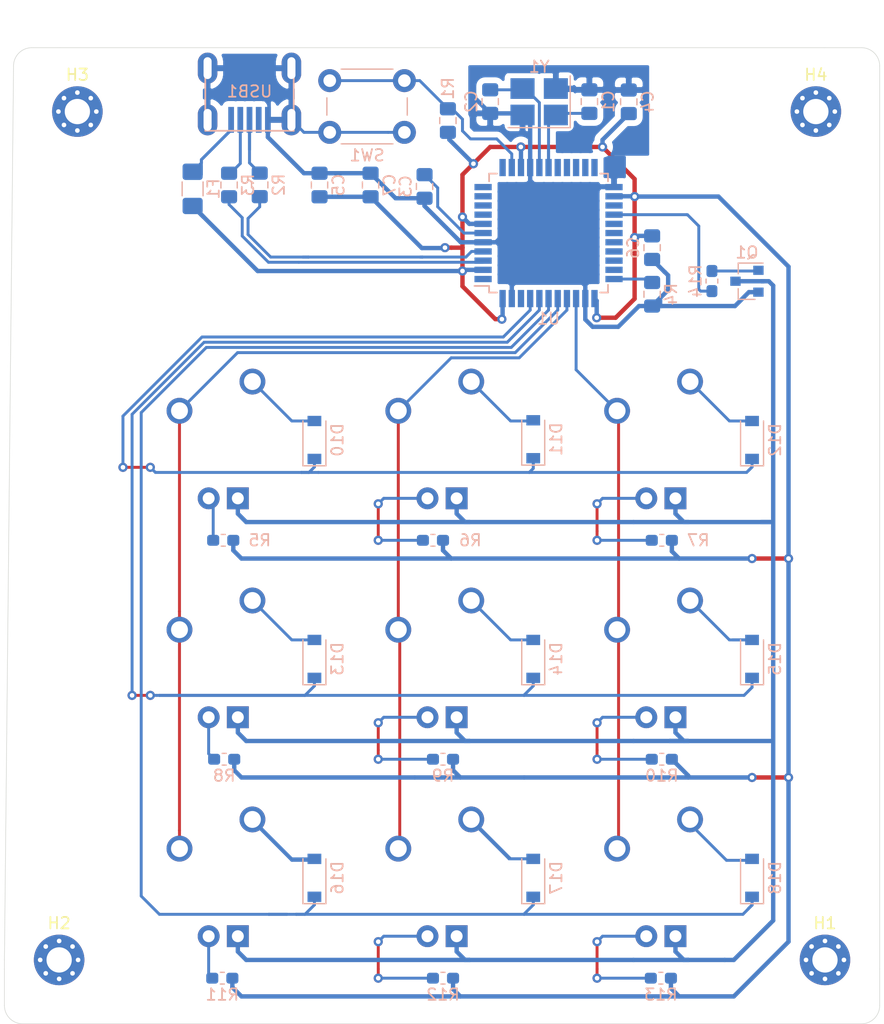
<source format=kicad_pcb>
(kicad_pcb (version 20171130) (host pcbnew "(5.1.4)-1")

  (general
    (thickness 1.6)
    (drawings 15)
    (tracks 421)
    (zones 0)
    (modules 49)
    (nets 60)
  )

  (page A4)
  (layers
    (0 F.Cu signal)
    (31 B.Cu signal)
    (32 B.Adhes user)
    (33 F.Adhes user)
    (34 B.Paste user)
    (35 F.Paste user)
    (36 B.SilkS user)
    (37 F.SilkS user)
    (38 B.Mask user)
    (39 F.Mask user)
    (40 Dwgs.User user)
    (41 Cmts.User user)
    (42 Eco1.User user)
    (43 Eco2.User user)
    (44 Edge.Cuts user)
    (45 Margin user)
    (46 B.CrtYd user)
    (47 F.CrtYd user)
    (48 B.Fab user)
    (49 F.Fab user)
  )

  (setup
    (last_trace_width 0.254)
    (trace_clearance 0.2)
    (zone_clearance 0.508)
    (zone_45_only no)
    (trace_min 0.2)
    (via_size 0.8)
    (via_drill 0.4)
    (via_min_size 0.4)
    (via_min_drill 0.3)
    (uvia_size 0.3)
    (uvia_drill 0.1)
    (uvias_allowed no)
    (uvia_min_size 0.2)
    (uvia_min_drill 0.1)
    (edge_width 0.05)
    (segment_width 0.2)
    (pcb_text_width 0.3)
    (pcb_text_size 1.5 1.5)
    (mod_edge_width 0.12)
    (mod_text_size 1 1)
    (mod_text_width 0.15)
    (pad_size 1.524 1.524)
    (pad_drill 0.762)
    (pad_to_mask_clearance 0.051)
    (solder_mask_min_width 0.25)
    (aux_axis_origin 0 0)
    (visible_elements 7FFFFFFF)
    (pcbplotparams
      (layerselection 0x010fc_ffffffff)
      (usegerberextensions false)
      (usegerberattributes false)
      (usegerberadvancedattributes false)
      (creategerberjobfile false)
      (excludeedgelayer true)
      (linewidth 0.100000)
      (plotframeref false)
      (viasonmask false)
      (mode 1)
      (useauxorigin false)
      (hpglpennumber 1)
      (hpglpenspeed 20)
      (hpglpendiameter 15.000000)
      (psnegative false)
      (psa4output false)
      (plotreference true)
      (plotvalue true)
      (plotinvisibletext false)
      (padsonsilk false)
      (subtractmaskfromsilk false)
      (outputformat 1)
      (mirror false)
      (drillshape 1)
      (scaleselection 1)
      (outputdirectory ""))
  )

  (net 0 "")
  (net 1 GND)
  (net 2 "Net-(C1-Pad1)")
  (net 3 "Net-(C2-Pad1)")
  (net 4 "Net-(C3-Pad1)")
  (net 5 +5V)
  (net 6 ROW0)
  (net 7 ROW1)
  (net 8 ROW2)
  (net 9 VCC)
  (net 10 COL0)
  (net 11 COL1)
  (net 12 COL2)
  (net 13 "Net-(R1-Pad2)")
  (net 14 D+)
  (net 15 "Net-(R2-Pad1)")
  (net 16 D-)
  (net 17 "Net-(R3-Pad1)")
  (net 18 "Net-(R4-Pad2)")
  (net 19 "Net-(U1-Pad42)")
  (net 20 "Net-(U1-Pad32)")
  (net 21 "Net-(U1-Pad31)")
  (net 22 "Net-(U1-Pad30)")
  (net 23 "Net-(U1-Pad29)")
  (net 24 "Net-(U1-Pad28)")
  (net 25 "Net-(U1-Pad27)")
  (net 26 "Net-(U1-Pad25)")
  (net 27 "Net-(U1-Pad22)")
  (net 28 "Net-(U1-Pad21)")
  (net 29 "Net-(U1-Pad20)")
  (net 30 "Net-(U1-Pad19)")
  (net 31 "Net-(U1-Pad18)")
  (net 32 "Net-(U1-Pad12)")
  (net 33 "Net-(U1-Pad11)")
  (net 34 "Net-(U1-Pad10)")
  (net 35 "Net-(U1-Pad9)")
  (net 36 "Net-(U1-Pad8)")
  (net 37 "Net-(U1-Pad1)")
  (net 38 "Net-(USB1-Pad2)")
  (net 39 "Net-(D10-Pad2)")
  (net 40 "Net-(D11-Pad2)")
  (net 41 "Net-(D12-Pad2)")
  (net 42 "Net-(D13-Pad2)")
  (net 43 "Net-(D14-Pad2)")
  (net 44 "Net-(D15-Pad2)")
  (net 45 "Net-(D16-Pad2)")
  (net 46 "Net-(D17-Pad2)")
  (net 47 "Net-(D18-Pad2)")
  (net 48 LEDS)
  (net 49 "Net-(Q1-Pad1)")
  (net 50 LED_TRN)
  (net 51 L_MX1)
  (net 52 L_MX2)
  (net 53 L_MX3)
  (net 54 L_MX4)
  (net 55 L_MX5)
  (net 56 L_MX6)
  (net 57 L_MX7)
  (net 58 L_MX8)
  (net 59 L_MX9)

  (net_class Default "This is the default net class."
    (clearance 0.2)
    (trace_width 0.254)
    (via_dia 0.8)
    (via_drill 0.4)
    (uvia_dia 0.3)
    (uvia_drill 0.1)
    (add_net +5V)
    (add_net COL0)
    (add_net COL1)
    (add_net COL2)
    (add_net D+)
    (add_net D-)
    (add_net GND)
    (add_net LEDS)
    (add_net LED_TRN)
    (add_net L_MX1)
    (add_net L_MX2)
    (add_net L_MX3)
    (add_net L_MX4)
    (add_net L_MX5)
    (add_net L_MX6)
    (add_net L_MX7)
    (add_net L_MX8)
    (add_net L_MX9)
    (add_net "Net-(C1-Pad1)")
    (add_net "Net-(C2-Pad1)")
    (add_net "Net-(C3-Pad1)")
    (add_net "Net-(D10-Pad2)")
    (add_net "Net-(D11-Pad2)")
    (add_net "Net-(D12-Pad2)")
    (add_net "Net-(D13-Pad2)")
    (add_net "Net-(D14-Pad2)")
    (add_net "Net-(D15-Pad2)")
    (add_net "Net-(D16-Pad2)")
    (add_net "Net-(D17-Pad2)")
    (add_net "Net-(D18-Pad2)")
    (add_net "Net-(Q1-Pad1)")
    (add_net "Net-(R1-Pad2)")
    (add_net "Net-(R2-Pad1)")
    (add_net "Net-(R3-Pad1)")
    (add_net "Net-(R4-Pad2)")
    (add_net "Net-(U1-Pad1)")
    (add_net "Net-(U1-Pad10)")
    (add_net "Net-(U1-Pad11)")
    (add_net "Net-(U1-Pad12)")
    (add_net "Net-(U1-Pad18)")
    (add_net "Net-(U1-Pad19)")
    (add_net "Net-(U1-Pad20)")
    (add_net "Net-(U1-Pad21)")
    (add_net "Net-(U1-Pad22)")
    (add_net "Net-(U1-Pad25)")
    (add_net "Net-(U1-Pad27)")
    (add_net "Net-(U1-Pad28)")
    (add_net "Net-(U1-Pad29)")
    (add_net "Net-(U1-Pad30)")
    (add_net "Net-(U1-Pad31)")
    (add_net "Net-(U1-Pad32)")
    (add_net "Net-(U1-Pad42)")
    (add_net "Net-(U1-Pad8)")
    (add_net "Net-(U1-Pad9)")
    (add_net "Net-(USB1-Pad2)")
    (add_net ROW0)
    (add_net ROW1)
    (add_net ROW2)
    (add_net VCC)
  )

  (net_class 10mil ""
    (clearance 0.2)
    (trace_width 0.254)
    (via_dia 0.8)
    (via_drill 0.4)
    (uvia_dia 0.3)
    (uvia_drill 0.1)
  )

  (net_class LED_pwr ""
    (clearance 0.2)
    (trace_width 0.381)
    (via_dia 0.8)
    (via_drill 0.4)
    (uvia_dia 0.3)
    (uvia_drill 0.1)
  )

  (net_class Power ""
    (clearance 0.2)
    (trace_width 0.381)
    (via_dia 0.8)
    (via_drill 0.4)
    (uvia_dia 0.3)
    (uvia_drill 0.1)
  )

  (module Button_Switch_THT:SW_PUSH_6mm_H4.3mm (layer B.Cu) (tedit 5A02FE31) (tstamp 5DB6A024)
    (at 228.346 70.866)
    (descr "tactile push button, 6x6mm e.g. PHAP33xx series, height=4.3mm")
    (tags "tact sw push 6mm")
    (path /5DB6464B)
    (fp_text reference SW1 (at 3.25 2) (layer B.SilkS)
      (effects (font (size 1 1) (thickness 0.15)) (justify mirror))
    )
    (fp_text value SW_Push (at 3.75 -6.7) (layer B.Fab)
      (effects (font (size 1 1) (thickness 0.15)) (justify mirror))
    )
    (fp_circle (center 3.25 -2.25) (end 1.25 -2.5) (layer B.Fab) (width 0.1))
    (fp_line (start 6.75 -3) (end 6.75 -1.5) (layer B.SilkS) (width 0.12))
    (fp_line (start 5.5 1) (end 1 1) (layer B.SilkS) (width 0.12))
    (fp_line (start -0.25 -1.5) (end -0.25 -3) (layer B.SilkS) (width 0.12))
    (fp_line (start 1 -5.5) (end 5.5 -5.5) (layer B.SilkS) (width 0.12))
    (fp_line (start 8 1.25) (end 8 -5.75) (layer B.CrtYd) (width 0.05))
    (fp_line (start 7.75 -6) (end -1.25 -6) (layer B.CrtYd) (width 0.05))
    (fp_line (start -1.5 -5.75) (end -1.5 1.25) (layer B.CrtYd) (width 0.05))
    (fp_line (start -1.25 1.5) (end 7.75 1.5) (layer B.CrtYd) (width 0.05))
    (fp_line (start -1.5 -6) (end -1.25 -6) (layer B.CrtYd) (width 0.05))
    (fp_line (start -1.5 -5.75) (end -1.5 -6) (layer B.CrtYd) (width 0.05))
    (fp_line (start -1.5 1.5) (end -1.25 1.5) (layer B.CrtYd) (width 0.05))
    (fp_line (start -1.5 1.25) (end -1.5 1.5) (layer B.CrtYd) (width 0.05))
    (fp_line (start 8 1.5) (end 8 1.25) (layer B.CrtYd) (width 0.05))
    (fp_line (start 7.75 1.5) (end 8 1.5) (layer B.CrtYd) (width 0.05))
    (fp_line (start 8 -6) (end 8 -5.75) (layer B.CrtYd) (width 0.05))
    (fp_line (start 7.75 -6) (end 8 -6) (layer B.CrtYd) (width 0.05))
    (fp_line (start 0.25 0.75) (end 3.25 0.75) (layer B.Fab) (width 0.1))
    (fp_line (start 0.25 -5.25) (end 0.25 0.75) (layer B.Fab) (width 0.1))
    (fp_line (start 6.25 -5.25) (end 0.25 -5.25) (layer B.Fab) (width 0.1))
    (fp_line (start 6.25 0.75) (end 6.25 -5.25) (layer B.Fab) (width 0.1))
    (fp_line (start 3.25 0.75) (end 6.25 0.75) (layer B.Fab) (width 0.1))
    (fp_text user %R (at 3.25 -2.25) (layer B.Fab)
      (effects (font (size 1 1) (thickness 0.15)) (justify mirror))
    )
    (pad 1 thru_hole circle (at 6.5 0 270) (size 2 2) (drill 1.1) (layers *.Cu *.Mask)
      (net 1 GND))
    (pad 2 thru_hole circle (at 6.5 -4.5 270) (size 2 2) (drill 1.1) (layers *.Cu *.Mask)
      (net 13 "Net-(R1-Pad2)"))
    (pad 1 thru_hole circle (at 0 0 270) (size 2 2) (drill 1.1) (layers *.Cu *.Mask)
      (net 1 GND))
    (pad 2 thru_hole circle (at 0 -4.5 270) (size 2 2) (drill 1.1) (layers *.Cu *.Mask)
      (net 13 "Net-(R1-Pad2)"))
    (model ${KISYS3DMOD}/Button_Switch_THT.3dshapes/SW_PUSH_6mm_H4.3mm.wrl
      (at (xyz 0 0 0))
      (scale (xyz 1 1 1))
      (rotate (xyz 0 0 0))
    )
  )

  (module Package_TO_SOT_SMD:SOT-23 (layer B.Cu) (tedit 5A02FF57) (tstamp 5DB4B70C)
    (at 264.668 83.82 180)
    (descr "SOT-23, Standard")
    (tags SOT-23)
    (path /5DB5AEA1)
    (attr smd)
    (fp_text reference Q1 (at 0 2.5) (layer B.SilkS)
      (effects (font (size 1 1) (thickness 0.15)) (justify mirror))
    )
    (fp_text value 2N7002 (at 0 -2.5) (layer B.Fab)
      (effects (font (size 1 1) (thickness 0.15)) (justify mirror))
    )
    (fp_line (start 0.76 -1.58) (end -0.7 -1.58) (layer B.SilkS) (width 0.12))
    (fp_line (start 0.76 1.58) (end -1.4 1.58) (layer B.SilkS) (width 0.12))
    (fp_line (start -1.7 -1.75) (end -1.7 1.75) (layer B.CrtYd) (width 0.05))
    (fp_line (start 1.7 -1.75) (end -1.7 -1.75) (layer B.CrtYd) (width 0.05))
    (fp_line (start 1.7 1.75) (end 1.7 -1.75) (layer B.CrtYd) (width 0.05))
    (fp_line (start -1.7 1.75) (end 1.7 1.75) (layer B.CrtYd) (width 0.05))
    (fp_line (start 0.76 1.58) (end 0.76 0.65) (layer B.SilkS) (width 0.12))
    (fp_line (start 0.76 -1.58) (end 0.76 -0.65) (layer B.SilkS) (width 0.12))
    (fp_line (start -0.7 -1.52) (end 0.7 -1.52) (layer B.Fab) (width 0.1))
    (fp_line (start 0.7 1.52) (end 0.7 -1.52) (layer B.Fab) (width 0.1))
    (fp_line (start -0.7 0.95) (end -0.15 1.52) (layer B.Fab) (width 0.1))
    (fp_line (start -0.15 1.52) (end 0.7 1.52) (layer B.Fab) (width 0.1))
    (fp_line (start -0.7 0.95) (end -0.7 -1.5) (layer B.Fab) (width 0.1))
    (fp_text user %R (at 0 0 270) (layer B.Fab)
      (effects (font (size 0.5 0.5) (thickness 0.075)) (justify mirror))
    )
    (pad 3 smd rect (at 1 0 180) (size 0.9 0.8) (layers B.Cu B.Paste B.Mask)
      (net 50 LED_TRN))
    (pad 2 smd rect (at -1 -0.95 180) (size 0.9 0.8) (layers B.Cu B.Paste B.Mask)
      (net 1 GND))
    (pad 1 smd rect (at -1 0.95 180) (size 0.9 0.8) (layers B.Cu B.Paste B.Mask)
      (net 49 "Net-(Q1-Pad1)"))
    (model ${KISYS3DMOD}/Package_TO_SOT_SMD.3dshapes/SOT-23.wrl
      (at (xyz 0 0 0))
      (scale (xyz 1 1 1))
      (rotate (xyz 0 0 0))
    )
  )

  (module MX_Only:MXOnly-1U (layer F.Cu) (tedit 5AC9901D) (tstamp 5DB4BEB9)
    (at 219.075 135.73125)
    (path /5DBD72EB)
    (fp_text reference MX7 (at 0 3.175) (layer Dwgs.User)
      (effects (font (size 1 1) (thickness 0.15)))
    )
    (fp_text value MX-LED (at 0 -7.9375) (layer Dwgs.User)
      (effects (font (size 1 1) (thickness 0.15)))
    )
    (fp_line (start -9.525 9.525) (end -9.525 -9.525) (layer Dwgs.User) (width 0.15))
    (fp_line (start 9.525 9.525) (end -9.525 9.525) (layer Dwgs.User) (width 0.15))
    (fp_line (start 9.525 -9.525) (end 9.525 9.525) (layer Dwgs.User) (width 0.15))
    (fp_line (start -9.525 -9.525) (end 9.525 -9.525) (layer Dwgs.User) (width 0.15))
    (fp_line (start -7 -7) (end -7 -5) (layer Dwgs.User) (width 0.15))
    (fp_line (start -5 -7) (end -7 -7) (layer Dwgs.User) (width 0.15))
    (fp_line (start -7 7) (end -5 7) (layer Dwgs.User) (width 0.15))
    (fp_line (start -7 5) (end -7 7) (layer Dwgs.User) (width 0.15))
    (fp_line (start 7 7) (end 7 5) (layer Dwgs.User) (width 0.15))
    (fp_line (start 5 7) (end 7 7) (layer Dwgs.User) (width 0.15))
    (fp_line (start 7 -7) (end 7 -5) (layer Dwgs.User) (width 0.15))
    (fp_line (start 5 -7) (end 7 -7) (layer Dwgs.User) (width 0.15))
    (pad "" np_thru_hole circle (at 5.08 0 48.0996) (size 1.75 1.75) (drill 1.75) (layers *.Cu *.Mask))
    (pad "" np_thru_hole circle (at -5.08 0 48.0996) (size 1.75 1.75) (drill 1.75) (layers *.Cu *.Mask))
    (pad 4 thru_hole rect (at 1.27 5.08) (size 1.905 1.905) (drill 1.04) (layers *.Cu B.Mask)
      (net 50 LED_TRN))
    (pad 3 thru_hole circle (at -1.27 5.08) (size 1.905 1.905) (drill 1.04) (layers *.Cu B.Mask)
      (net 57 L_MX7))
    (pad 1 thru_hole circle (at -3.81 -2.54) (size 2.25 2.25) (drill 1.47) (layers *.Cu B.Mask)
      (net 10 COL0))
    (pad "" np_thru_hole circle (at 0 0) (size 3.9878 3.9878) (drill 3.9878) (layers *.Cu *.Mask))
    (pad 2 thru_hole circle (at 2.54 -5.08) (size 2.25 2.25) (drill 1.47) (layers *.Cu B.Mask)
      (net 45 "Net-(D16-Pad2)"))
  )

  (module Resistor_SMD:R_0603_1608Metric_Pad1.05x0.95mm_HandSolder (layer B.Cu) (tedit 5B301BBD) (tstamp 5DB4DEFE)
    (at 261.62 83.806 270)
    (descr "Resistor SMD 0603 (1608 Metric), square (rectangular) end terminal, IPC_7351 nominal with elongated pad for handsoldering. (Body size source: http://www.tortai-tech.com/upload/download/2011102023233369053.pdf), generated with kicad-footprint-generator")
    (tags "resistor handsolder")
    (path /5DCF1B3C)
    (attr smd)
    (fp_text reference R14 (at 0 1.43 90) (layer B.SilkS)
      (effects (font (size 1 1) (thickness 0.15)) (justify mirror))
    )
    (fp_text value 1k (at 0 -1.43 90) (layer B.Fab)
      (effects (font (size 1 1) (thickness 0.15)) (justify mirror))
    )
    (fp_text user %R (at 0 0 90) (layer B.Fab)
      (effects (font (size 0.4 0.4) (thickness 0.06)) (justify mirror))
    )
    (fp_line (start 1.65 -0.73) (end -1.65 -0.73) (layer B.CrtYd) (width 0.05))
    (fp_line (start 1.65 0.73) (end 1.65 -0.73) (layer B.CrtYd) (width 0.05))
    (fp_line (start -1.65 0.73) (end 1.65 0.73) (layer B.CrtYd) (width 0.05))
    (fp_line (start -1.65 -0.73) (end -1.65 0.73) (layer B.CrtYd) (width 0.05))
    (fp_line (start -0.171267 -0.51) (end 0.171267 -0.51) (layer B.SilkS) (width 0.12))
    (fp_line (start -0.171267 0.51) (end 0.171267 0.51) (layer B.SilkS) (width 0.12))
    (fp_line (start 0.8 -0.4) (end -0.8 -0.4) (layer B.Fab) (width 0.1))
    (fp_line (start 0.8 0.4) (end 0.8 -0.4) (layer B.Fab) (width 0.1))
    (fp_line (start -0.8 0.4) (end 0.8 0.4) (layer B.Fab) (width 0.1))
    (fp_line (start -0.8 -0.4) (end -0.8 0.4) (layer B.Fab) (width 0.1))
    (pad 2 smd roundrect (at 0.875 0 270) (size 1.05 0.95) (layers B.Cu B.Paste B.Mask) (roundrect_rratio 0.25)
      (net 48 LEDS))
    (pad 1 smd roundrect (at -0.875 0 270) (size 1.05 0.95) (layers B.Cu B.Paste B.Mask) (roundrect_rratio 0.25)
      (net 49 "Net-(Q1-Pad1)"))
    (model ${KISYS3DMOD}/Resistor_SMD.3dshapes/R_0603_1608Metric.wrl
      (at (xyz 0 0 0))
      (scale (xyz 1 1 1))
      (rotate (xyz 0 0 0))
    )
  )

  (module Resistor_SMD:R_0603_1608Metric_Pad1.05x0.95mm_HandSolder (layer B.Cu) (tedit 5B301BBD) (tstamp 5DB4DEED)
    (at 257.175 144.4625)
    (descr "Resistor SMD 0603 (1608 Metric), square (rectangular) end terminal, IPC_7351 nominal with elongated pad for handsoldering. (Body size source: http://www.tortai-tech.com/upload/download/2011102023233369053.pdf), generated with kicad-footprint-generator")
    (tags "resistor handsolder")
    (path /5DC3CBE7)
    (attr smd)
    (fp_text reference R13 (at 0 1.43) (layer B.SilkS)
      (effects (font (size 1 1) (thickness 0.15)) (justify mirror))
    )
    (fp_text value 220 (at 0 -1.43) (layer B.Fab)
      (effects (font (size 1 1) (thickness 0.15)) (justify mirror))
    )
    (fp_text user %R (at 0 0) (layer B.Fab)
      (effects (font (size 0.4 0.4) (thickness 0.06)) (justify mirror))
    )
    (fp_line (start 1.65 -0.73) (end -1.65 -0.73) (layer B.CrtYd) (width 0.05))
    (fp_line (start 1.65 0.73) (end 1.65 -0.73) (layer B.CrtYd) (width 0.05))
    (fp_line (start -1.65 0.73) (end 1.65 0.73) (layer B.CrtYd) (width 0.05))
    (fp_line (start -1.65 -0.73) (end -1.65 0.73) (layer B.CrtYd) (width 0.05))
    (fp_line (start -0.171267 -0.51) (end 0.171267 -0.51) (layer B.SilkS) (width 0.12))
    (fp_line (start -0.171267 0.51) (end 0.171267 0.51) (layer B.SilkS) (width 0.12))
    (fp_line (start 0.8 -0.4) (end -0.8 -0.4) (layer B.Fab) (width 0.1))
    (fp_line (start 0.8 0.4) (end 0.8 -0.4) (layer B.Fab) (width 0.1))
    (fp_line (start -0.8 0.4) (end 0.8 0.4) (layer B.Fab) (width 0.1))
    (fp_line (start -0.8 -0.4) (end -0.8 0.4) (layer B.Fab) (width 0.1))
    (pad 2 smd roundrect (at 0.875 0) (size 1.05 0.95) (layers B.Cu B.Paste B.Mask) (roundrect_rratio 0.25)
      (net 5 +5V))
    (pad 1 smd roundrect (at -0.875 0) (size 1.05 0.95) (layers B.Cu B.Paste B.Mask) (roundrect_rratio 0.25)
      (net 59 L_MX9))
    (model ${KISYS3DMOD}/Resistor_SMD.3dshapes/R_0603_1608Metric.wrl
      (at (xyz 0 0 0))
      (scale (xyz 1 1 1))
      (rotate (xyz 0 0 0))
    )
  )

  (module Resistor_SMD:R_0603_1608Metric_Pad1.05x0.95mm_HandSolder (layer B.Cu) (tedit 5B301BBD) (tstamp 5DB4DEDC)
    (at 238.20625 144.4625)
    (descr "Resistor SMD 0603 (1608 Metric), square (rectangular) end terminal, IPC_7351 nominal with elongated pad for handsoldering. (Body size source: http://www.tortai-tech.com/upload/download/2011102023233369053.pdf), generated with kicad-footprint-generator")
    (tags "resistor handsolder")
    (path /5DC3987E)
    (attr smd)
    (fp_text reference R12 (at 0 1.43) (layer B.SilkS)
      (effects (font (size 1 1) (thickness 0.15)) (justify mirror))
    )
    (fp_text value 220 (at 0 -1.43) (layer B.Fab)
      (effects (font (size 1 1) (thickness 0.15)) (justify mirror))
    )
    (fp_text user %R (at 0 0) (layer B.Fab)
      (effects (font (size 0.4 0.4) (thickness 0.06)) (justify mirror))
    )
    (fp_line (start 1.65 -0.73) (end -1.65 -0.73) (layer B.CrtYd) (width 0.05))
    (fp_line (start 1.65 0.73) (end 1.65 -0.73) (layer B.CrtYd) (width 0.05))
    (fp_line (start -1.65 0.73) (end 1.65 0.73) (layer B.CrtYd) (width 0.05))
    (fp_line (start -1.65 -0.73) (end -1.65 0.73) (layer B.CrtYd) (width 0.05))
    (fp_line (start -0.171267 -0.51) (end 0.171267 -0.51) (layer B.SilkS) (width 0.12))
    (fp_line (start -0.171267 0.51) (end 0.171267 0.51) (layer B.SilkS) (width 0.12))
    (fp_line (start 0.8 -0.4) (end -0.8 -0.4) (layer B.Fab) (width 0.1))
    (fp_line (start 0.8 0.4) (end 0.8 -0.4) (layer B.Fab) (width 0.1))
    (fp_line (start -0.8 0.4) (end 0.8 0.4) (layer B.Fab) (width 0.1))
    (fp_line (start -0.8 -0.4) (end -0.8 0.4) (layer B.Fab) (width 0.1))
    (pad 2 smd roundrect (at 0.875 0) (size 1.05 0.95) (layers B.Cu B.Paste B.Mask) (roundrect_rratio 0.25)
      (net 5 +5V))
    (pad 1 smd roundrect (at -0.875 0) (size 1.05 0.95) (layers B.Cu B.Paste B.Mask) (roundrect_rratio 0.25)
      (net 58 L_MX8))
    (model ${KISYS3DMOD}/Resistor_SMD.3dshapes/R_0603_1608Metric.wrl
      (at (xyz 0 0 0))
      (scale (xyz 1 1 1))
      (rotate (xyz 0 0 0))
    )
  )

  (module Resistor_SMD:R_0603_1608Metric_Pad1.05x0.95mm_HandSolder (layer B.Cu) (tedit 5B301BBD) (tstamp 5DB4DECB)
    (at 218.99375 144.4625)
    (descr "Resistor SMD 0603 (1608 Metric), square (rectangular) end terminal, IPC_7351 nominal with elongated pad for handsoldering. (Body size source: http://www.tortai-tech.com/upload/download/2011102023233369053.pdf), generated with kicad-footprint-generator")
    (tags "resistor handsolder")
    (path /5DC39878)
    (attr smd)
    (fp_text reference R11 (at 0 1.43) (layer B.SilkS)
      (effects (font (size 1 1) (thickness 0.15)) (justify mirror))
    )
    (fp_text value 220 (at 0 -1.43) (layer B.Fab)
      (effects (font (size 1 1) (thickness 0.15)) (justify mirror))
    )
    (fp_text user %R (at 0 0) (layer B.Fab)
      (effects (font (size 0.4 0.4) (thickness 0.06)) (justify mirror))
    )
    (fp_line (start 1.65 -0.73) (end -1.65 -0.73) (layer B.CrtYd) (width 0.05))
    (fp_line (start 1.65 0.73) (end 1.65 -0.73) (layer B.CrtYd) (width 0.05))
    (fp_line (start -1.65 0.73) (end 1.65 0.73) (layer B.CrtYd) (width 0.05))
    (fp_line (start -1.65 -0.73) (end -1.65 0.73) (layer B.CrtYd) (width 0.05))
    (fp_line (start -0.171267 -0.51) (end 0.171267 -0.51) (layer B.SilkS) (width 0.12))
    (fp_line (start -0.171267 0.51) (end 0.171267 0.51) (layer B.SilkS) (width 0.12))
    (fp_line (start 0.8 -0.4) (end -0.8 -0.4) (layer B.Fab) (width 0.1))
    (fp_line (start 0.8 0.4) (end 0.8 -0.4) (layer B.Fab) (width 0.1))
    (fp_line (start -0.8 0.4) (end 0.8 0.4) (layer B.Fab) (width 0.1))
    (fp_line (start -0.8 -0.4) (end -0.8 0.4) (layer B.Fab) (width 0.1))
    (pad 2 smd roundrect (at 0.875 0) (size 1.05 0.95) (layers B.Cu B.Paste B.Mask) (roundrect_rratio 0.25)
      (net 5 +5V))
    (pad 1 smd roundrect (at -0.875 0) (size 1.05 0.95) (layers B.Cu B.Paste B.Mask) (roundrect_rratio 0.25)
      (net 57 L_MX7))
    (model ${KISYS3DMOD}/Resistor_SMD.3dshapes/R_0603_1608Metric.wrl
      (at (xyz 0 0 0))
      (scale (xyz 1 1 1))
      (rotate (xyz 0 0 0))
    )
  )

  (module Resistor_SMD:R_0603_1608Metric_Pad1.05x0.95mm_HandSolder (layer B.Cu) (tedit 5B301BBD) (tstamp 5DB4DEBA)
    (at 257.25625 125.4125)
    (descr "Resistor SMD 0603 (1608 Metric), square (rectangular) end terminal, IPC_7351 nominal with elongated pad for handsoldering. (Body size source: http://www.tortai-tech.com/upload/download/2011102023233369053.pdf), generated with kicad-footprint-generator")
    (tags "resistor handsolder")
    (path /5DC362FD)
    (attr smd)
    (fp_text reference R10 (at 0 1.43) (layer B.SilkS)
      (effects (font (size 1 1) (thickness 0.15)) (justify mirror))
    )
    (fp_text value 220 (at 0 -1.43) (layer B.Fab)
      (effects (font (size 1 1) (thickness 0.15)) (justify mirror))
    )
    (fp_text user %R (at 0 0) (layer B.Fab)
      (effects (font (size 0.4 0.4) (thickness 0.06)) (justify mirror))
    )
    (fp_line (start 1.65 -0.73) (end -1.65 -0.73) (layer B.CrtYd) (width 0.05))
    (fp_line (start 1.65 0.73) (end 1.65 -0.73) (layer B.CrtYd) (width 0.05))
    (fp_line (start -1.65 0.73) (end 1.65 0.73) (layer B.CrtYd) (width 0.05))
    (fp_line (start -1.65 -0.73) (end -1.65 0.73) (layer B.CrtYd) (width 0.05))
    (fp_line (start -0.171267 -0.51) (end 0.171267 -0.51) (layer B.SilkS) (width 0.12))
    (fp_line (start -0.171267 0.51) (end 0.171267 0.51) (layer B.SilkS) (width 0.12))
    (fp_line (start 0.8 -0.4) (end -0.8 -0.4) (layer B.Fab) (width 0.1))
    (fp_line (start 0.8 0.4) (end 0.8 -0.4) (layer B.Fab) (width 0.1))
    (fp_line (start -0.8 0.4) (end 0.8 0.4) (layer B.Fab) (width 0.1))
    (fp_line (start -0.8 -0.4) (end -0.8 0.4) (layer B.Fab) (width 0.1))
    (pad 2 smd roundrect (at 0.875 0) (size 1.05 0.95) (layers B.Cu B.Paste B.Mask) (roundrect_rratio 0.25)
      (net 5 +5V))
    (pad 1 smd roundrect (at -0.875 0) (size 1.05 0.95) (layers B.Cu B.Paste B.Mask) (roundrect_rratio 0.25)
      (net 56 L_MX6))
    (model ${KISYS3DMOD}/Resistor_SMD.3dshapes/R_0603_1608Metric.wrl
      (at (xyz 0 0 0))
      (scale (xyz 1 1 1))
      (rotate (xyz 0 0 0))
    )
  )

  (module Resistor_SMD:R_0603_1608Metric_Pad1.05x0.95mm_HandSolder (layer B.Cu) (tedit 5B301BBD) (tstamp 5DB4DEA9)
    (at 238.20625 125.4125)
    (descr "Resistor SMD 0603 (1608 Metric), square (rectangular) end terminal, IPC_7351 nominal with elongated pad for handsoldering. (Body size source: http://www.tortai-tech.com/upload/download/2011102023233369053.pdf), generated with kicad-footprint-generator")
    (tags "resistor handsolder")
    (path /5DC362F7)
    (attr smd)
    (fp_text reference R9 (at 0 1.43) (layer B.SilkS)
      (effects (font (size 1 1) (thickness 0.15)) (justify mirror))
    )
    (fp_text value 220 (at 0 -1.43) (layer B.Fab)
      (effects (font (size 1 1) (thickness 0.15)) (justify mirror))
    )
    (fp_text user %R (at 0 0) (layer B.Fab)
      (effects (font (size 0.4 0.4) (thickness 0.06)) (justify mirror))
    )
    (fp_line (start 1.65 -0.73) (end -1.65 -0.73) (layer B.CrtYd) (width 0.05))
    (fp_line (start 1.65 0.73) (end 1.65 -0.73) (layer B.CrtYd) (width 0.05))
    (fp_line (start -1.65 0.73) (end 1.65 0.73) (layer B.CrtYd) (width 0.05))
    (fp_line (start -1.65 -0.73) (end -1.65 0.73) (layer B.CrtYd) (width 0.05))
    (fp_line (start -0.171267 -0.51) (end 0.171267 -0.51) (layer B.SilkS) (width 0.12))
    (fp_line (start -0.171267 0.51) (end 0.171267 0.51) (layer B.SilkS) (width 0.12))
    (fp_line (start 0.8 -0.4) (end -0.8 -0.4) (layer B.Fab) (width 0.1))
    (fp_line (start 0.8 0.4) (end 0.8 -0.4) (layer B.Fab) (width 0.1))
    (fp_line (start -0.8 0.4) (end 0.8 0.4) (layer B.Fab) (width 0.1))
    (fp_line (start -0.8 -0.4) (end -0.8 0.4) (layer B.Fab) (width 0.1))
    (pad 2 smd roundrect (at 0.875 0) (size 1.05 0.95) (layers B.Cu B.Paste B.Mask) (roundrect_rratio 0.25)
      (net 5 +5V))
    (pad 1 smd roundrect (at -0.875 0) (size 1.05 0.95) (layers B.Cu B.Paste B.Mask) (roundrect_rratio 0.25)
      (net 55 L_MX5))
    (model ${KISYS3DMOD}/Resistor_SMD.3dshapes/R_0603_1608Metric.wrl
      (at (xyz 0 0 0))
      (scale (xyz 1 1 1))
      (rotate (xyz 0 0 0))
    )
  )

  (module Resistor_SMD:R_0603_1608Metric_Pad1.05x0.95mm_HandSolder (layer B.Cu) (tedit 5B301BBD) (tstamp 5DB4DE98)
    (at 219.15625 125.4125)
    (descr "Resistor SMD 0603 (1608 Metric), square (rectangular) end terminal, IPC_7351 nominal with elongated pad for handsoldering. (Body size source: http://www.tortai-tech.com/upload/download/2011102023233369053.pdf), generated with kicad-footprint-generator")
    (tags "resistor handsolder")
    (path /5DC331F0)
    (attr smd)
    (fp_text reference R8 (at 0 1.43) (layer B.SilkS)
      (effects (font (size 1 1) (thickness 0.15)) (justify mirror))
    )
    (fp_text value 220 (at 0 -1.43) (layer B.Fab)
      (effects (font (size 1 1) (thickness 0.15)) (justify mirror))
    )
    (fp_text user %R (at 0 0) (layer B.Fab)
      (effects (font (size 0.4 0.4) (thickness 0.06)) (justify mirror))
    )
    (fp_line (start 1.65 -0.73) (end -1.65 -0.73) (layer B.CrtYd) (width 0.05))
    (fp_line (start 1.65 0.73) (end 1.65 -0.73) (layer B.CrtYd) (width 0.05))
    (fp_line (start -1.65 0.73) (end 1.65 0.73) (layer B.CrtYd) (width 0.05))
    (fp_line (start -1.65 -0.73) (end -1.65 0.73) (layer B.CrtYd) (width 0.05))
    (fp_line (start -0.171267 -0.51) (end 0.171267 -0.51) (layer B.SilkS) (width 0.12))
    (fp_line (start -0.171267 0.51) (end 0.171267 0.51) (layer B.SilkS) (width 0.12))
    (fp_line (start 0.8 -0.4) (end -0.8 -0.4) (layer B.Fab) (width 0.1))
    (fp_line (start 0.8 0.4) (end 0.8 -0.4) (layer B.Fab) (width 0.1))
    (fp_line (start -0.8 0.4) (end 0.8 0.4) (layer B.Fab) (width 0.1))
    (fp_line (start -0.8 -0.4) (end -0.8 0.4) (layer B.Fab) (width 0.1))
    (pad 2 smd roundrect (at 0.875 0) (size 1.05 0.95) (layers B.Cu B.Paste B.Mask) (roundrect_rratio 0.25)
      (net 5 +5V))
    (pad 1 smd roundrect (at -0.875 0) (size 1.05 0.95) (layers B.Cu B.Paste B.Mask) (roundrect_rratio 0.25)
      (net 54 L_MX4))
    (model ${KISYS3DMOD}/Resistor_SMD.3dshapes/R_0603_1608Metric.wrl
      (at (xyz 0 0 0))
      (scale (xyz 1 1 1))
      (rotate (xyz 0 0 0))
    )
  )

  (module Resistor_SMD:R_0603_1608Metric_Pad1.05x0.95mm_HandSolder (layer B.Cu) (tedit 5B301BBD) (tstamp 5DB4DE87)
    (at 257.25625 106.3625)
    (descr "Resistor SMD 0603 (1608 Metric), square (rectangular) end terminal, IPC_7351 nominal with elongated pad for handsoldering. (Body size source: http://www.tortai-tech.com/upload/download/2011102023233369053.pdf), generated with kicad-footprint-generator")
    (tags "resistor handsolder")
    (path /5DC331EA)
    (attr smd)
    (fp_text reference R7 (at 3.175 0) (layer B.SilkS)
      (effects (font (size 1 1) (thickness 0.15)) (justify mirror))
    )
    (fp_text value 220 (at -3.175 0) (layer B.Fab)
      (effects (font (size 1 1) (thickness 0.15)) (justify mirror))
    )
    (fp_text user %R (at 0 0) (layer B.Fab)
      (effects (font (size 0.4 0.4) (thickness 0.06)) (justify mirror))
    )
    (fp_line (start 1.65 -0.73) (end -1.65 -0.73) (layer B.CrtYd) (width 0.05))
    (fp_line (start 1.65 0.73) (end 1.65 -0.73) (layer B.CrtYd) (width 0.05))
    (fp_line (start -1.65 0.73) (end 1.65 0.73) (layer B.CrtYd) (width 0.05))
    (fp_line (start -1.65 -0.73) (end -1.65 0.73) (layer B.CrtYd) (width 0.05))
    (fp_line (start -0.171267 -0.51) (end 0.171267 -0.51) (layer B.SilkS) (width 0.12))
    (fp_line (start -0.171267 0.51) (end 0.171267 0.51) (layer B.SilkS) (width 0.12))
    (fp_line (start 0.8 -0.4) (end -0.8 -0.4) (layer B.Fab) (width 0.1))
    (fp_line (start 0.8 0.4) (end 0.8 -0.4) (layer B.Fab) (width 0.1))
    (fp_line (start -0.8 0.4) (end 0.8 0.4) (layer B.Fab) (width 0.1))
    (fp_line (start -0.8 -0.4) (end -0.8 0.4) (layer B.Fab) (width 0.1))
    (pad 2 smd roundrect (at 0.875 0) (size 1.05 0.95) (layers B.Cu B.Paste B.Mask) (roundrect_rratio 0.25)
      (net 5 +5V))
    (pad 1 smd roundrect (at -0.875 0) (size 1.05 0.95) (layers B.Cu B.Paste B.Mask) (roundrect_rratio 0.25)
      (net 53 L_MX3))
    (model ${KISYS3DMOD}/Resistor_SMD.3dshapes/R_0603_1608Metric.wrl
      (at (xyz 0 0 0))
      (scale (xyz 1 1 1))
      (rotate (xyz 0 0 0))
    )
  )

  (module Resistor_SMD:R_0603_1608Metric_Pad1.05x0.95mm_HandSolder (layer B.Cu) (tedit 5B301BBD) (tstamp 5DB4DE76)
    (at 237.33125 106.3625)
    (descr "Resistor SMD 0603 (1608 Metric), square (rectangular) end terminal, IPC_7351 nominal with elongated pad for handsoldering. (Body size source: http://www.tortai-tech.com/upload/download/2011102023233369053.pdf), generated with kicad-footprint-generator")
    (tags "resistor handsolder")
    (path /5DC32503)
    (attr smd)
    (fp_text reference R6 (at 3.25625 0) (layer B.SilkS)
      (effects (font (size 1 1) (thickness 0.15)) (justify mirror))
    )
    (fp_text value 220 (at -3.09375 0) (layer B.Fab)
      (effects (font (size 1 1) (thickness 0.15)) (justify mirror))
    )
    (fp_text user %R (at 0 0) (layer B.Fab)
      (effects (font (size 0.4 0.4) (thickness 0.06)) (justify mirror))
    )
    (fp_line (start 1.65 -0.73) (end -1.65 -0.73) (layer B.CrtYd) (width 0.05))
    (fp_line (start 1.65 0.73) (end 1.65 -0.73) (layer B.CrtYd) (width 0.05))
    (fp_line (start -1.65 0.73) (end 1.65 0.73) (layer B.CrtYd) (width 0.05))
    (fp_line (start -1.65 -0.73) (end -1.65 0.73) (layer B.CrtYd) (width 0.05))
    (fp_line (start -0.171267 -0.51) (end 0.171267 -0.51) (layer B.SilkS) (width 0.12))
    (fp_line (start -0.171267 0.51) (end 0.171267 0.51) (layer B.SilkS) (width 0.12))
    (fp_line (start 0.8 -0.4) (end -0.8 -0.4) (layer B.Fab) (width 0.1))
    (fp_line (start 0.8 0.4) (end 0.8 -0.4) (layer B.Fab) (width 0.1))
    (fp_line (start -0.8 0.4) (end 0.8 0.4) (layer B.Fab) (width 0.1))
    (fp_line (start -0.8 -0.4) (end -0.8 0.4) (layer B.Fab) (width 0.1))
    (pad 2 smd roundrect (at 0.875 0) (size 1.05 0.95) (layers B.Cu B.Paste B.Mask) (roundrect_rratio 0.25)
      (net 5 +5V))
    (pad 1 smd roundrect (at -0.875 0) (size 1.05 0.95) (layers B.Cu B.Paste B.Mask) (roundrect_rratio 0.25)
      (net 52 L_MX2))
    (model ${KISYS3DMOD}/Resistor_SMD.3dshapes/R_0603_1608Metric.wrl
      (at (xyz 0 0 0))
      (scale (xyz 1 1 1))
      (rotate (xyz 0 0 0))
    )
  )

  (module Resistor_SMD:R_0603_1608Metric_Pad1.05x0.95mm_HandSolder (layer B.Cu) (tedit 5B301BBD) (tstamp 5DB4DE65)
    (at 219.075 106.3625)
    (descr "Resistor SMD 0603 (1608 Metric), square (rectangular) end terminal, IPC_7351 nominal with elongated pad for handsoldering. (Body size source: http://www.tortai-tech.com/upload/download/2011102023233369053.pdf), generated with kicad-footprint-generator")
    (tags "resistor handsolder")
    (path /5DC312B6)
    (attr smd)
    (fp_text reference R5 (at 3.175 0) (layer B.SilkS)
      (effects (font (size 1 1) (thickness 0.15)) (justify mirror))
    )
    (fp_text value 220 (at -3.175 0) (layer B.Fab)
      (effects (font (size 1 1) (thickness 0.15)) (justify mirror))
    )
    (fp_text user %R (at 0 0) (layer B.Fab)
      (effects (font (size 0.4 0.4) (thickness 0.06)) (justify mirror))
    )
    (fp_line (start 1.65 -0.73) (end -1.65 -0.73) (layer B.CrtYd) (width 0.05))
    (fp_line (start 1.65 0.73) (end 1.65 -0.73) (layer B.CrtYd) (width 0.05))
    (fp_line (start -1.65 0.73) (end 1.65 0.73) (layer B.CrtYd) (width 0.05))
    (fp_line (start -1.65 -0.73) (end -1.65 0.73) (layer B.CrtYd) (width 0.05))
    (fp_line (start -0.171267 -0.51) (end 0.171267 -0.51) (layer B.SilkS) (width 0.12))
    (fp_line (start -0.171267 0.51) (end 0.171267 0.51) (layer B.SilkS) (width 0.12))
    (fp_line (start 0.8 -0.4) (end -0.8 -0.4) (layer B.Fab) (width 0.1))
    (fp_line (start 0.8 0.4) (end 0.8 -0.4) (layer B.Fab) (width 0.1))
    (fp_line (start -0.8 0.4) (end 0.8 0.4) (layer B.Fab) (width 0.1))
    (fp_line (start -0.8 -0.4) (end -0.8 0.4) (layer B.Fab) (width 0.1))
    (pad 2 smd roundrect (at 0.875 0) (size 1.05 0.95) (layers B.Cu B.Paste B.Mask) (roundrect_rratio 0.25)
      (net 5 +5V))
    (pad 1 smd roundrect (at -0.875 0) (size 1.05 0.95) (layers B.Cu B.Paste B.Mask) (roundrect_rratio 0.25)
      (net 51 L_MX1))
    (model ${KISYS3DMOD}/Resistor_SMD.3dshapes/R_0603_1608Metric.wrl
      (at (xyz 0 0 0))
      (scale (xyz 1 1 1))
      (rotate (xyz 0 0 0))
    )
  )

  (module MX_Only:MXOnly-1U (layer F.Cu) (tedit 5AC9901D) (tstamp 5DB4BF3D)
    (at 257.175 135.73125)
    (path /5DBDD066)
    (fp_text reference MX9 (at 0 3.175) (layer Dwgs.User)
      (effects (font (size 1 1) (thickness 0.15)))
    )
    (fp_text value MX-LED (at 0 -7.9375) (layer Dwgs.User)
      (effects (font (size 1 1) (thickness 0.15)))
    )
    (fp_line (start -9.525 9.525) (end -9.525 -9.525) (layer Dwgs.User) (width 0.15))
    (fp_line (start 9.525 9.525) (end -9.525 9.525) (layer Dwgs.User) (width 0.15))
    (fp_line (start 9.525 -9.525) (end 9.525 9.525) (layer Dwgs.User) (width 0.15))
    (fp_line (start -9.525 -9.525) (end 9.525 -9.525) (layer Dwgs.User) (width 0.15))
    (fp_line (start -7 -7) (end -7 -5) (layer Dwgs.User) (width 0.15))
    (fp_line (start -5 -7) (end -7 -7) (layer Dwgs.User) (width 0.15))
    (fp_line (start -7 7) (end -5 7) (layer Dwgs.User) (width 0.15))
    (fp_line (start -7 5) (end -7 7) (layer Dwgs.User) (width 0.15))
    (fp_line (start 7 7) (end 7 5) (layer Dwgs.User) (width 0.15))
    (fp_line (start 5 7) (end 7 7) (layer Dwgs.User) (width 0.15))
    (fp_line (start 7 -7) (end 7 -5) (layer Dwgs.User) (width 0.15))
    (fp_line (start 5 -7) (end 7 -7) (layer Dwgs.User) (width 0.15))
    (pad "" np_thru_hole circle (at 5.08 0 48.0996) (size 1.75 1.75) (drill 1.75) (layers *.Cu *.Mask))
    (pad "" np_thru_hole circle (at -5.08 0 48.0996) (size 1.75 1.75) (drill 1.75) (layers *.Cu *.Mask))
    (pad 4 thru_hole rect (at 1.27 5.08) (size 1.905 1.905) (drill 1.04) (layers *.Cu B.Mask)
      (net 50 LED_TRN))
    (pad 3 thru_hole circle (at -1.27 5.08) (size 1.905 1.905) (drill 1.04) (layers *.Cu B.Mask)
      (net 59 L_MX9))
    (pad 1 thru_hole circle (at -3.81 -2.54) (size 2.25 2.25) (drill 1.47) (layers *.Cu B.Mask)
      (net 12 COL2))
    (pad "" np_thru_hole circle (at 0 0) (size 3.9878 3.9878) (drill 3.9878) (layers *.Cu *.Mask))
    (pad 2 thru_hole circle (at 2.54 -5.08) (size 2.25 2.25) (drill 1.47) (layers *.Cu B.Mask)
      (net 47 "Net-(D18-Pad2)"))
  )

  (module MX_Only:MXOnly-1U (layer F.Cu) (tedit 5AC9901D) (tstamp 5DB4BF7F)
    (at 238.125 135.73125)
    (path /5DBDA2FF)
    (fp_text reference MX8 (at 0 3.175) (layer Dwgs.User)
      (effects (font (size 1 1) (thickness 0.15)))
    )
    (fp_text value MX-LED (at 0 -7.9375) (layer Dwgs.User)
      (effects (font (size 1 1) (thickness 0.15)))
    )
    (fp_line (start -9.525 9.525) (end -9.525 -9.525) (layer Dwgs.User) (width 0.15))
    (fp_line (start 9.525 9.525) (end -9.525 9.525) (layer Dwgs.User) (width 0.15))
    (fp_line (start 9.525 -9.525) (end 9.525 9.525) (layer Dwgs.User) (width 0.15))
    (fp_line (start -9.525 -9.525) (end 9.525 -9.525) (layer Dwgs.User) (width 0.15))
    (fp_line (start -7 -7) (end -7 -5) (layer Dwgs.User) (width 0.15))
    (fp_line (start -5 -7) (end -7 -7) (layer Dwgs.User) (width 0.15))
    (fp_line (start -7 7) (end -5 7) (layer Dwgs.User) (width 0.15))
    (fp_line (start -7 5) (end -7 7) (layer Dwgs.User) (width 0.15))
    (fp_line (start 7 7) (end 7 5) (layer Dwgs.User) (width 0.15))
    (fp_line (start 5 7) (end 7 7) (layer Dwgs.User) (width 0.15))
    (fp_line (start 7 -7) (end 7 -5) (layer Dwgs.User) (width 0.15))
    (fp_line (start 5 -7) (end 7 -7) (layer Dwgs.User) (width 0.15))
    (pad "" np_thru_hole circle (at 5.08 0 48.0996) (size 1.75 1.75) (drill 1.75) (layers *.Cu *.Mask))
    (pad "" np_thru_hole circle (at -5.08 0 48.0996) (size 1.75 1.75) (drill 1.75) (layers *.Cu *.Mask))
    (pad 4 thru_hole rect (at 1.27 5.08) (size 1.905 1.905) (drill 1.04) (layers *.Cu B.Mask)
      (net 50 LED_TRN))
    (pad 3 thru_hole circle (at -1.27 5.08) (size 1.905 1.905) (drill 1.04) (layers *.Cu B.Mask)
      (net 58 L_MX8))
    (pad 1 thru_hole circle (at -3.81 -2.54) (size 2.25 2.25) (drill 1.47) (layers *.Cu B.Mask)
      (net 11 COL1))
    (pad "" np_thru_hole circle (at 0 0) (size 3.9878 3.9878) (drill 3.9878) (layers *.Cu *.Mask))
    (pad 2 thru_hole circle (at 2.54 -5.08) (size 2.25 2.25) (drill 1.47) (layers *.Cu B.Mask)
      (net 46 "Net-(D17-Pad2)"))
  )

  (module MX_Only:MXOnly-1U (layer F.Cu) (tedit 5AC9901D) (tstamp 5DB4BEFB)
    (at 257.175 116.68125)
    (path /5DBD3D28)
    (fp_text reference MX6 (at 0 3.175) (layer Dwgs.User)
      (effects (font (size 1 1) (thickness 0.15)))
    )
    (fp_text value MX-LED (at 0 -7.9375) (layer Dwgs.User)
      (effects (font (size 1 1) (thickness 0.15)))
    )
    (fp_line (start -9.525 9.525) (end -9.525 -9.525) (layer Dwgs.User) (width 0.15))
    (fp_line (start 9.525 9.525) (end -9.525 9.525) (layer Dwgs.User) (width 0.15))
    (fp_line (start 9.525 -9.525) (end 9.525 9.525) (layer Dwgs.User) (width 0.15))
    (fp_line (start -9.525 -9.525) (end 9.525 -9.525) (layer Dwgs.User) (width 0.15))
    (fp_line (start -7 -7) (end -7 -5) (layer Dwgs.User) (width 0.15))
    (fp_line (start -5 -7) (end -7 -7) (layer Dwgs.User) (width 0.15))
    (fp_line (start -7 7) (end -5 7) (layer Dwgs.User) (width 0.15))
    (fp_line (start -7 5) (end -7 7) (layer Dwgs.User) (width 0.15))
    (fp_line (start 7 7) (end 7 5) (layer Dwgs.User) (width 0.15))
    (fp_line (start 5 7) (end 7 7) (layer Dwgs.User) (width 0.15))
    (fp_line (start 7 -7) (end 7 -5) (layer Dwgs.User) (width 0.15))
    (fp_line (start 5 -7) (end 7 -7) (layer Dwgs.User) (width 0.15))
    (pad "" np_thru_hole circle (at 5.08 0 48.0996) (size 1.75 1.75) (drill 1.75) (layers *.Cu *.Mask))
    (pad "" np_thru_hole circle (at -5.08 0 48.0996) (size 1.75 1.75) (drill 1.75) (layers *.Cu *.Mask))
    (pad 4 thru_hole rect (at 1.27 5.08) (size 1.905 1.905) (drill 1.04) (layers *.Cu B.Mask)
      (net 50 LED_TRN))
    (pad 3 thru_hole circle (at -1.27 5.08) (size 1.905 1.905) (drill 1.04) (layers *.Cu B.Mask)
      (net 56 L_MX6))
    (pad 1 thru_hole circle (at -3.81 -2.54) (size 2.25 2.25) (drill 1.47) (layers *.Cu B.Mask)
      (net 12 COL2))
    (pad "" np_thru_hole circle (at 0 0) (size 3.9878 3.9878) (drill 3.9878) (layers *.Cu *.Mask))
    (pad 2 thru_hole circle (at 2.54 -5.08) (size 2.25 2.25) (drill 1.47) (layers *.Cu B.Mask)
      (net 44 "Net-(D15-Pad2)"))
  )

  (module MX_Only:MXOnly-1U (layer F.Cu) (tedit 5AC9901D) (tstamp 5DB4BFC1)
    (at 238.125 116.68125)
    (path /5DBD0FF3)
    (fp_text reference MX5 (at 0 3.175) (layer Dwgs.User)
      (effects (font (size 1 1) (thickness 0.15)))
    )
    (fp_text value MX-LED (at 0 -7.9375) (layer Dwgs.User)
      (effects (font (size 1 1) (thickness 0.15)))
    )
    (fp_line (start -9.525 9.525) (end -9.525 -9.525) (layer Dwgs.User) (width 0.15))
    (fp_line (start 9.525 9.525) (end -9.525 9.525) (layer Dwgs.User) (width 0.15))
    (fp_line (start 9.525 -9.525) (end 9.525 9.525) (layer Dwgs.User) (width 0.15))
    (fp_line (start -9.525 -9.525) (end 9.525 -9.525) (layer Dwgs.User) (width 0.15))
    (fp_line (start -7 -7) (end -7 -5) (layer Dwgs.User) (width 0.15))
    (fp_line (start -5 -7) (end -7 -7) (layer Dwgs.User) (width 0.15))
    (fp_line (start -7 7) (end -5 7) (layer Dwgs.User) (width 0.15))
    (fp_line (start -7 5) (end -7 7) (layer Dwgs.User) (width 0.15))
    (fp_line (start 7 7) (end 7 5) (layer Dwgs.User) (width 0.15))
    (fp_line (start 5 7) (end 7 7) (layer Dwgs.User) (width 0.15))
    (fp_line (start 7 -7) (end 7 -5) (layer Dwgs.User) (width 0.15))
    (fp_line (start 5 -7) (end 7 -7) (layer Dwgs.User) (width 0.15))
    (pad "" np_thru_hole circle (at 5.08 0 48.0996) (size 1.75 1.75) (drill 1.75) (layers *.Cu *.Mask))
    (pad "" np_thru_hole circle (at -5.08 0 48.0996) (size 1.75 1.75) (drill 1.75) (layers *.Cu *.Mask))
    (pad 4 thru_hole rect (at 1.27 5.08) (size 1.905 1.905) (drill 1.04) (layers *.Cu B.Mask)
      (net 50 LED_TRN))
    (pad 3 thru_hole circle (at -1.27 5.08) (size 1.905 1.905) (drill 1.04) (layers *.Cu B.Mask)
      (net 55 L_MX5))
    (pad 1 thru_hole circle (at -3.81 -2.54) (size 2.25 2.25) (drill 1.47) (layers *.Cu B.Mask)
      (net 11 COL1))
    (pad "" np_thru_hole circle (at 0 0) (size 3.9878 3.9878) (drill 3.9878) (layers *.Cu *.Mask))
    (pad 2 thru_hole circle (at 2.54 -5.08) (size 2.25 2.25) (drill 1.47) (layers *.Cu B.Mask)
      (net 43 "Net-(D14-Pad2)"))
  )

  (module MX_Only:MXOnly-1U (layer F.Cu) (tedit 5AC9901D) (tstamp 5DB4BE77)
    (at 219.075 116.68125)
    (path /5DBCE0F2)
    (fp_text reference MX4 (at 0 3.175) (layer Dwgs.User)
      (effects (font (size 1 1) (thickness 0.15)))
    )
    (fp_text value MX-LED (at 0 -7.9375) (layer Dwgs.User)
      (effects (font (size 1 1) (thickness 0.15)))
    )
    (fp_line (start -9.525 9.525) (end -9.525 -9.525) (layer Dwgs.User) (width 0.15))
    (fp_line (start 9.525 9.525) (end -9.525 9.525) (layer Dwgs.User) (width 0.15))
    (fp_line (start 9.525 -9.525) (end 9.525 9.525) (layer Dwgs.User) (width 0.15))
    (fp_line (start -9.525 -9.525) (end 9.525 -9.525) (layer Dwgs.User) (width 0.15))
    (fp_line (start -7 -7) (end -7 -5) (layer Dwgs.User) (width 0.15))
    (fp_line (start -5 -7) (end -7 -7) (layer Dwgs.User) (width 0.15))
    (fp_line (start -7 7) (end -5 7) (layer Dwgs.User) (width 0.15))
    (fp_line (start -7 5) (end -7 7) (layer Dwgs.User) (width 0.15))
    (fp_line (start 7 7) (end 7 5) (layer Dwgs.User) (width 0.15))
    (fp_line (start 5 7) (end 7 7) (layer Dwgs.User) (width 0.15))
    (fp_line (start 7 -7) (end 7 -5) (layer Dwgs.User) (width 0.15))
    (fp_line (start 5 -7) (end 7 -7) (layer Dwgs.User) (width 0.15))
    (pad "" np_thru_hole circle (at 5.08 0 48.0996) (size 1.75 1.75) (drill 1.75) (layers *.Cu *.Mask))
    (pad "" np_thru_hole circle (at -5.08 0 48.0996) (size 1.75 1.75) (drill 1.75) (layers *.Cu *.Mask))
    (pad 4 thru_hole rect (at 1.27 5.08) (size 1.905 1.905) (drill 1.04) (layers *.Cu B.Mask)
      (net 50 LED_TRN))
    (pad 3 thru_hole circle (at -1.27 5.08) (size 1.905 1.905) (drill 1.04) (layers *.Cu B.Mask)
      (net 54 L_MX4))
    (pad 1 thru_hole circle (at -3.81 -2.54) (size 2.25 2.25) (drill 1.47) (layers *.Cu B.Mask)
      (net 10 COL0))
    (pad "" np_thru_hole circle (at 0 0) (size 3.9878 3.9878) (drill 3.9878) (layers *.Cu *.Mask))
    (pad 2 thru_hole circle (at 2.54 -5.08) (size 2.25 2.25) (drill 1.47) (layers *.Cu B.Mask)
      (net 42 "Net-(D13-Pad2)"))
  )

  (module MX_Only:MXOnly-1U (layer F.Cu) (tedit 5AC9901D) (tstamp 5DB4C003)
    (at 257.175 97.63125)
    (path /5DBCB3D6)
    (fp_text reference MX3 (at 0 3.175) (layer Dwgs.User)
      (effects (font (size 1 1) (thickness 0.15)))
    )
    (fp_text value MX-LED (at 0 -7.9375) (layer Dwgs.User)
      (effects (font (size 1 1) (thickness 0.15)))
    )
    (fp_line (start -9.525 9.525) (end -9.525 -9.525) (layer Dwgs.User) (width 0.15))
    (fp_line (start 9.525 9.525) (end -9.525 9.525) (layer Dwgs.User) (width 0.15))
    (fp_line (start 9.525 -9.525) (end 9.525 9.525) (layer Dwgs.User) (width 0.15))
    (fp_line (start -9.525 -9.525) (end 9.525 -9.525) (layer Dwgs.User) (width 0.15))
    (fp_line (start -7 -7) (end -7 -5) (layer Dwgs.User) (width 0.15))
    (fp_line (start -5 -7) (end -7 -7) (layer Dwgs.User) (width 0.15))
    (fp_line (start -7 7) (end -5 7) (layer Dwgs.User) (width 0.15))
    (fp_line (start -7 5) (end -7 7) (layer Dwgs.User) (width 0.15))
    (fp_line (start 7 7) (end 7 5) (layer Dwgs.User) (width 0.15))
    (fp_line (start 5 7) (end 7 7) (layer Dwgs.User) (width 0.15))
    (fp_line (start 7 -7) (end 7 -5) (layer Dwgs.User) (width 0.15))
    (fp_line (start 5 -7) (end 7 -7) (layer Dwgs.User) (width 0.15))
    (pad "" np_thru_hole circle (at 5.08 0 48.0996) (size 1.75 1.75) (drill 1.75) (layers *.Cu *.Mask))
    (pad "" np_thru_hole circle (at -5.08 0 48.0996) (size 1.75 1.75) (drill 1.75) (layers *.Cu *.Mask))
    (pad 4 thru_hole rect (at 1.27 5.08) (size 1.905 1.905) (drill 1.04) (layers *.Cu B.Mask)
      (net 50 LED_TRN))
    (pad 3 thru_hole circle (at -1.27 5.08) (size 1.905 1.905) (drill 1.04) (layers *.Cu B.Mask)
      (net 53 L_MX3))
    (pad 1 thru_hole circle (at -3.81 -2.54) (size 2.25 2.25) (drill 1.47) (layers *.Cu B.Mask)
      (net 12 COL2))
    (pad "" np_thru_hole circle (at 0 0) (size 3.9878 3.9878) (drill 3.9878) (layers *.Cu *.Mask))
    (pad 2 thru_hole circle (at 2.54 -5.08) (size 2.25 2.25) (drill 1.47) (layers *.Cu B.Mask)
      (net 41 "Net-(D12-Pad2)"))
  )

  (module MX_Only:MXOnly-1U (layer F.Cu) (tedit 5AC9901D) (tstamp 5DB4C045)
    (at 238.125 97.63125)
    (path /5DBC83CC)
    (fp_text reference MX2 (at 0 3.175) (layer Dwgs.User)
      (effects (font (size 1 1) (thickness 0.15)))
    )
    (fp_text value MX-LED (at 0 -7.9375) (layer Dwgs.User)
      (effects (font (size 1 1) (thickness 0.15)))
    )
    (fp_line (start -9.525 9.525) (end -9.525 -9.525) (layer Dwgs.User) (width 0.15))
    (fp_line (start 9.525 9.525) (end -9.525 9.525) (layer Dwgs.User) (width 0.15))
    (fp_line (start 9.525 -9.525) (end 9.525 9.525) (layer Dwgs.User) (width 0.15))
    (fp_line (start -9.525 -9.525) (end 9.525 -9.525) (layer Dwgs.User) (width 0.15))
    (fp_line (start -7 -7) (end -7 -5) (layer Dwgs.User) (width 0.15))
    (fp_line (start -5 -7) (end -7 -7) (layer Dwgs.User) (width 0.15))
    (fp_line (start -7 7) (end -5 7) (layer Dwgs.User) (width 0.15))
    (fp_line (start -7 5) (end -7 7) (layer Dwgs.User) (width 0.15))
    (fp_line (start 7 7) (end 7 5) (layer Dwgs.User) (width 0.15))
    (fp_line (start 5 7) (end 7 7) (layer Dwgs.User) (width 0.15))
    (fp_line (start 7 -7) (end 7 -5) (layer Dwgs.User) (width 0.15))
    (fp_line (start 5 -7) (end 7 -7) (layer Dwgs.User) (width 0.15))
    (pad "" np_thru_hole circle (at 5.08 0 48.0996) (size 1.75 1.75) (drill 1.75) (layers *.Cu *.Mask))
    (pad "" np_thru_hole circle (at -5.08 0 48.0996) (size 1.75 1.75) (drill 1.75) (layers *.Cu *.Mask))
    (pad 4 thru_hole rect (at 1.27 5.08) (size 1.905 1.905) (drill 1.04) (layers *.Cu B.Mask)
      (net 50 LED_TRN))
    (pad 3 thru_hole circle (at -1.27 5.08) (size 1.905 1.905) (drill 1.04) (layers *.Cu B.Mask)
      (net 52 L_MX2))
    (pad 1 thru_hole circle (at -3.81 -2.54) (size 2.25 2.25) (drill 1.47) (layers *.Cu B.Mask)
      (net 11 COL1))
    (pad "" np_thru_hole circle (at 0 0) (size 3.9878 3.9878) (drill 3.9878) (layers *.Cu *.Mask))
    (pad 2 thru_hole circle (at 2.54 -5.08) (size 2.25 2.25) (drill 1.47) (layers *.Cu B.Mask)
      (net 40 "Net-(D11-Pad2)"))
  )

  (module MX_Only:MXOnly-1U (layer F.Cu) (tedit 5AC9901D) (tstamp 5DB4C087)
    (at 219.075 97.63125)
    (path /5DB52527)
    (fp_text reference MX1 (at 0 3.175) (layer Dwgs.User)
      (effects (font (size 1 1) (thickness 0.15)))
    )
    (fp_text value MX-LED (at 0 -7.9375) (layer Dwgs.User)
      (effects (font (size 1 1) (thickness 0.15)))
    )
    (fp_line (start -9.525 9.525) (end -9.525 -9.525) (layer Dwgs.User) (width 0.15))
    (fp_line (start 9.525 9.525) (end -9.525 9.525) (layer Dwgs.User) (width 0.15))
    (fp_line (start 9.525 -9.525) (end 9.525 9.525) (layer Dwgs.User) (width 0.15))
    (fp_line (start -9.525 -9.525) (end 9.525 -9.525) (layer Dwgs.User) (width 0.15))
    (fp_line (start -7 -7) (end -7 -5) (layer Dwgs.User) (width 0.15))
    (fp_line (start -5 -7) (end -7 -7) (layer Dwgs.User) (width 0.15))
    (fp_line (start -7 7) (end -5 7) (layer Dwgs.User) (width 0.15))
    (fp_line (start -7 5) (end -7 7) (layer Dwgs.User) (width 0.15))
    (fp_line (start 7 7) (end 7 5) (layer Dwgs.User) (width 0.15))
    (fp_line (start 5 7) (end 7 7) (layer Dwgs.User) (width 0.15))
    (fp_line (start 7 -7) (end 7 -5) (layer Dwgs.User) (width 0.15))
    (fp_line (start 5 -7) (end 7 -7) (layer Dwgs.User) (width 0.15))
    (pad "" np_thru_hole circle (at 5.08 0 48.0996) (size 1.75 1.75) (drill 1.75) (layers *.Cu *.Mask))
    (pad "" np_thru_hole circle (at -5.08 0 48.0996) (size 1.75 1.75) (drill 1.75) (layers *.Cu *.Mask))
    (pad 4 thru_hole rect (at 1.27 5.08) (size 1.905 1.905) (drill 1.04) (layers *.Cu B.Mask)
      (net 50 LED_TRN))
    (pad 3 thru_hole circle (at -1.27 5.08) (size 1.905 1.905) (drill 1.04) (layers *.Cu B.Mask)
      (net 51 L_MX1))
    (pad 1 thru_hole circle (at -3.81 -2.54) (size 2.25 2.25) (drill 1.47) (layers *.Cu B.Mask)
      (net 10 COL0))
    (pad "" np_thru_hole circle (at 0 0) (size 3.9878 3.9878) (drill 3.9878) (layers *.Cu *.Mask))
    (pad 2 thru_hole circle (at 2.54 -5.08) (size 2.25 2.25) (drill 1.47) (layers *.Cu B.Mask)
      (net 39 "Net-(D10-Pad2)"))
  )

  (module Diode_SMD:D_SOD-123 (layer B.Cu) (tedit 58645DC7) (tstamp 5DB4ACE9)
    (at 265.1125 135.73125 90)
    (descr SOD-123)
    (tags SOD-123)
    (path /5DB83CDC)
    (attr smd)
    (fp_text reference D18 (at 0 2 270) (layer B.SilkS)
      (effects (font (size 1 1) (thickness 0.15)) (justify mirror))
    )
    (fp_text value D_Small (at 0 -2.1 270) (layer B.Fab)
      (effects (font (size 1 1) (thickness 0.15)) (justify mirror))
    )
    (fp_line (start -2.25 1) (end 1.65 1) (layer B.SilkS) (width 0.12))
    (fp_line (start -2.25 -1) (end 1.65 -1) (layer B.SilkS) (width 0.12))
    (fp_line (start -2.35 1.15) (end -2.35 -1.15) (layer B.CrtYd) (width 0.05))
    (fp_line (start 2.35 -1.15) (end -2.35 -1.15) (layer B.CrtYd) (width 0.05))
    (fp_line (start 2.35 1.15) (end 2.35 -1.15) (layer B.CrtYd) (width 0.05))
    (fp_line (start -2.35 1.15) (end 2.35 1.15) (layer B.CrtYd) (width 0.05))
    (fp_line (start -1.4 0.9) (end 1.4 0.9) (layer B.Fab) (width 0.1))
    (fp_line (start 1.4 0.9) (end 1.4 -0.9) (layer B.Fab) (width 0.1))
    (fp_line (start 1.4 -0.9) (end -1.4 -0.9) (layer B.Fab) (width 0.1))
    (fp_line (start -1.4 -0.9) (end -1.4 0.9) (layer B.Fab) (width 0.1))
    (fp_line (start -0.75 0) (end -0.35 0) (layer B.Fab) (width 0.1))
    (fp_line (start -0.35 0) (end -0.35 0.55) (layer B.Fab) (width 0.1))
    (fp_line (start -0.35 0) (end -0.35 -0.55) (layer B.Fab) (width 0.1))
    (fp_line (start -0.35 0) (end 0.25 0.4) (layer B.Fab) (width 0.1))
    (fp_line (start 0.25 0.4) (end 0.25 -0.4) (layer B.Fab) (width 0.1))
    (fp_line (start 0.25 -0.4) (end -0.35 0) (layer B.Fab) (width 0.1))
    (fp_line (start 0.25 0) (end 0.75 0) (layer B.Fab) (width 0.1))
    (fp_line (start -2.25 1) (end -2.25 -1) (layer B.SilkS) (width 0.12))
    (fp_text user %R (at 0 2 270) (layer B.Fab)
      (effects (font (size 1 1) (thickness 0.15)) (justify mirror))
    )
    (pad 2 smd rect (at 1.65 0 90) (size 0.9 1.2) (layers B.Cu B.Paste B.Mask)
      (net 47 "Net-(D18-Pad2)"))
    (pad 1 smd rect (at -1.65 0 90) (size 0.9 1.2) (layers B.Cu B.Paste B.Mask)
      (net 8 ROW2))
    (model ${KISYS3DMOD}/Diode_SMD.3dshapes/D_SOD-123.wrl
      (at (xyz 0 0 0))
      (scale (xyz 1 1 1))
      (rotate (xyz 0 0 0))
    )
  )

  (module Diode_SMD:D_SOD-123 (layer B.Cu) (tedit 58645DC7) (tstamp 5DB4ACD0)
    (at 246.0625 135.73125 90)
    (descr SOD-123)
    (tags SOD-123)
    (path /5DB83CCF)
    (attr smd)
    (fp_text reference D17 (at 0 2 270) (layer B.SilkS)
      (effects (font (size 1 1) (thickness 0.15)) (justify mirror))
    )
    (fp_text value D_Small (at 0 -2.1 270) (layer B.Fab)
      (effects (font (size 1 1) (thickness 0.15)) (justify mirror))
    )
    (fp_line (start -2.25 1) (end 1.65 1) (layer B.SilkS) (width 0.12))
    (fp_line (start -2.25 -1) (end 1.65 -1) (layer B.SilkS) (width 0.12))
    (fp_line (start -2.35 1.15) (end -2.35 -1.15) (layer B.CrtYd) (width 0.05))
    (fp_line (start 2.35 -1.15) (end -2.35 -1.15) (layer B.CrtYd) (width 0.05))
    (fp_line (start 2.35 1.15) (end 2.35 -1.15) (layer B.CrtYd) (width 0.05))
    (fp_line (start -2.35 1.15) (end 2.35 1.15) (layer B.CrtYd) (width 0.05))
    (fp_line (start -1.4 0.9) (end 1.4 0.9) (layer B.Fab) (width 0.1))
    (fp_line (start 1.4 0.9) (end 1.4 -0.9) (layer B.Fab) (width 0.1))
    (fp_line (start 1.4 -0.9) (end -1.4 -0.9) (layer B.Fab) (width 0.1))
    (fp_line (start -1.4 -0.9) (end -1.4 0.9) (layer B.Fab) (width 0.1))
    (fp_line (start -0.75 0) (end -0.35 0) (layer B.Fab) (width 0.1))
    (fp_line (start -0.35 0) (end -0.35 0.55) (layer B.Fab) (width 0.1))
    (fp_line (start -0.35 0) (end -0.35 -0.55) (layer B.Fab) (width 0.1))
    (fp_line (start -0.35 0) (end 0.25 0.4) (layer B.Fab) (width 0.1))
    (fp_line (start 0.25 0.4) (end 0.25 -0.4) (layer B.Fab) (width 0.1))
    (fp_line (start 0.25 -0.4) (end -0.35 0) (layer B.Fab) (width 0.1))
    (fp_line (start 0.25 0) (end 0.75 0) (layer B.Fab) (width 0.1))
    (fp_line (start -2.25 1) (end -2.25 -1) (layer B.SilkS) (width 0.12))
    (fp_text user %R (at 0 2 270) (layer B.Fab)
      (effects (font (size 1 1) (thickness 0.15)) (justify mirror))
    )
    (pad 2 smd rect (at 1.65 0 90) (size 0.9 1.2) (layers B.Cu B.Paste B.Mask)
      (net 46 "Net-(D17-Pad2)"))
    (pad 1 smd rect (at -1.65 0 90) (size 0.9 1.2) (layers B.Cu B.Paste B.Mask)
      (net 8 ROW2))
    (model ${KISYS3DMOD}/Diode_SMD.3dshapes/D_SOD-123.wrl
      (at (xyz 0 0 0))
      (scale (xyz 1 1 1))
      (rotate (xyz 0 0 0))
    )
  )

  (module Diode_SMD:D_SOD-123 (layer B.Cu) (tedit 58645DC7) (tstamp 5DB4ACB7)
    (at 227.0125 135.73125 90)
    (descr SOD-123)
    (tags SOD-123)
    (path /5DB83CC2)
    (attr smd)
    (fp_text reference D16 (at 0 2 270) (layer B.SilkS)
      (effects (font (size 1 1) (thickness 0.15)) (justify mirror))
    )
    (fp_text value D_Small (at 0 -2.1 270) (layer B.Fab)
      (effects (font (size 1 1) (thickness 0.15)) (justify mirror))
    )
    (fp_line (start -2.25 1) (end 1.65 1) (layer B.SilkS) (width 0.12))
    (fp_line (start -2.25 -1) (end 1.65 -1) (layer B.SilkS) (width 0.12))
    (fp_line (start -2.35 1.15) (end -2.35 -1.15) (layer B.CrtYd) (width 0.05))
    (fp_line (start 2.35 -1.15) (end -2.35 -1.15) (layer B.CrtYd) (width 0.05))
    (fp_line (start 2.35 1.15) (end 2.35 -1.15) (layer B.CrtYd) (width 0.05))
    (fp_line (start -2.35 1.15) (end 2.35 1.15) (layer B.CrtYd) (width 0.05))
    (fp_line (start -1.4 0.9) (end 1.4 0.9) (layer B.Fab) (width 0.1))
    (fp_line (start 1.4 0.9) (end 1.4 -0.9) (layer B.Fab) (width 0.1))
    (fp_line (start 1.4 -0.9) (end -1.4 -0.9) (layer B.Fab) (width 0.1))
    (fp_line (start -1.4 -0.9) (end -1.4 0.9) (layer B.Fab) (width 0.1))
    (fp_line (start -0.75 0) (end -0.35 0) (layer B.Fab) (width 0.1))
    (fp_line (start -0.35 0) (end -0.35 0.55) (layer B.Fab) (width 0.1))
    (fp_line (start -0.35 0) (end -0.35 -0.55) (layer B.Fab) (width 0.1))
    (fp_line (start -0.35 0) (end 0.25 0.4) (layer B.Fab) (width 0.1))
    (fp_line (start 0.25 0.4) (end 0.25 -0.4) (layer B.Fab) (width 0.1))
    (fp_line (start 0.25 -0.4) (end -0.35 0) (layer B.Fab) (width 0.1))
    (fp_line (start 0.25 0) (end 0.75 0) (layer B.Fab) (width 0.1))
    (fp_line (start -2.25 1) (end -2.25 -1) (layer B.SilkS) (width 0.12))
    (fp_text user %R (at 0 2 270) (layer B.Fab)
      (effects (font (size 1 1) (thickness 0.15)) (justify mirror))
    )
    (pad 2 smd rect (at 1.65 0 90) (size 0.9 1.2) (layers B.Cu B.Paste B.Mask)
      (net 45 "Net-(D16-Pad2)"))
    (pad 1 smd rect (at -1.65 0 90) (size 0.9 1.2) (layers B.Cu B.Paste B.Mask)
      (net 8 ROW2))
    (model ${KISYS3DMOD}/Diode_SMD.3dshapes/D_SOD-123.wrl
      (at (xyz 0 0 0))
      (scale (xyz 1 1 1))
      (rotate (xyz 0 0 0))
    )
  )

  (module Diode_SMD:D_SOD-123 (layer B.Cu) (tedit 58645DC7) (tstamp 5DB4AC9E)
    (at 265.1125 116.68125 90)
    (descr SOD-123)
    (tags SOD-123)
    (path /5DB83CB5)
    (attr smd)
    (fp_text reference D15 (at 0 2 270) (layer B.SilkS)
      (effects (font (size 1 1) (thickness 0.15)) (justify mirror))
    )
    (fp_text value D_Small (at 0 -2.1 270) (layer B.Fab)
      (effects (font (size 1 1) (thickness 0.15)) (justify mirror))
    )
    (fp_line (start -2.25 1) (end 1.65 1) (layer B.SilkS) (width 0.12))
    (fp_line (start -2.25 -1) (end 1.65 -1) (layer B.SilkS) (width 0.12))
    (fp_line (start -2.35 1.15) (end -2.35 -1.15) (layer B.CrtYd) (width 0.05))
    (fp_line (start 2.35 -1.15) (end -2.35 -1.15) (layer B.CrtYd) (width 0.05))
    (fp_line (start 2.35 1.15) (end 2.35 -1.15) (layer B.CrtYd) (width 0.05))
    (fp_line (start -2.35 1.15) (end 2.35 1.15) (layer B.CrtYd) (width 0.05))
    (fp_line (start -1.4 0.9) (end 1.4 0.9) (layer B.Fab) (width 0.1))
    (fp_line (start 1.4 0.9) (end 1.4 -0.9) (layer B.Fab) (width 0.1))
    (fp_line (start 1.4 -0.9) (end -1.4 -0.9) (layer B.Fab) (width 0.1))
    (fp_line (start -1.4 -0.9) (end -1.4 0.9) (layer B.Fab) (width 0.1))
    (fp_line (start -0.75 0) (end -0.35 0) (layer B.Fab) (width 0.1))
    (fp_line (start -0.35 0) (end -0.35 0.55) (layer B.Fab) (width 0.1))
    (fp_line (start -0.35 0) (end -0.35 -0.55) (layer B.Fab) (width 0.1))
    (fp_line (start -0.35 0) (end 0.25 0.4) (layer B.Fab) (width 0.1))
    (fp_line (start 0.25 0.4) (end 0.25 -0.4) (layer B.Fab) (width 0.1))
    (fp_line (start 0.25 -0.4) (end -0.35 0) (layer B.Fab) (width 0.1))
    (fp_line (start 0.25 0) (end 0.75 0) (layer B.Fab) (width 0.1))
    (fp_line (start -2.25 1) (end -2.25 -1) (layer B.SilkS) (width 0.12))
    (fp_text user %R (at 0 2 270) (layer B.Fab)
      (effects (font (size 1 1) (thickness 0.15)) (justify mirror))
    )
    (pad 2 smd rect (at 1.65 0 90) (size 0.9 1.2) (layers B.Cu B.Paste B.Mask)
      (net 44 "Net-(D15-Pad2)"))
    (pad 1 smd rect (at -1.65 0 90) (size 0.9 1.2) (layers B.Cu B.Paste B.Mask)
      (net 7 ROW1))
    (model ${KISYS3DMOD}/Diode_SMD.3dshapes/D_SOD-123.wrl
      (at (xyz 0 0 0))
      (scale (xyz 1 1 1))
      (rotate (xyz 0 0 0))
    )
  )

  (module Diode_SMD:D_SOD-123 (layer B.Cu) (tedit 58645DC7) (tstamp 5DB4AC85)
    (at 246.0625 116.68125 90)
    (descr SOD-123)
    (tags SOD-123)
    (path /5DB83CA8)
    (attr smd)
    (fp_text reference D14 (at 0 2 270) (layer B.SilkS)
      (effects (font (size 1 1) (thickness 0.15)) (justify mirror))
    )
    (fp_text value D_Small (at 0 -2.1 270) (layer B.Fab)
      (effects (font (size 1 1) (thickness 0.15)) (justify mirror))
    )
    (fp_line (start -2.25 1) (end 1.65 1) (layer B.SilkS) (width 0.12))
    (fp_line (start -2.25 -1) (end 1.65 -1) (layer B.SilkS) (width 0.12))
    (fp_line (start -2.35 1.15) (end -2.35 -1.15) (layer B.CrtYd) (width 0.05))
    (fp_line (start 2.35 -1.15) (end -2.35 -1.15) (layer B.CrtYd) (width 0.05))
    (fp_line (start 2.35 1.15) (end 2.35 -1.15) (layer B.CrtYd) (width 0.05))
    (fp_line (start -2.35 1.15) (end 2.35 1.15) (layer B.CrtYd) (width 0.05))
    (fp_line (start -1.4 0.9) (end 1.4 0.9) (layer B.Fab) (width 0.1))
    (fp_line (start 1.4 0.9) (end 1.4 -0.9) (layer B.Fab) (width 0.1))
    (fp_line (start 1.4 -0.9) (end -1.4 -0.9) (layer B.Fab) (width 0.1))
    (fp_line (start -1.4 -0.9) (end -1.4 0.9) (layer B.Fab) (width 0.1))
    (fp_line (start -0.75 0) (end -0.35 0) (layer B.Fab) (width 0.1))
    (fp_line (start -0.35 0) (end -0.35 0.55) (layer B.Fab) (width 0.1))
    (fp_line (start -0.35 0) (end -0.35 -0.55) (layer B.Fab) (width 0.1))
    (fp_line (start -0.35 0) (end 0.25 0.4) (layer B.Fab) (width 0.1))
    (fp_line (start 0.25 0.4) (end 0.25 -0.4) (layer B.Fab) (width 0.1))
    (fp_line (start 0.25 -0.4) (end -0.35 0) (layer B.Fab) (width 0.1))
    (fp_line (start 0.25 0) (end 0.75 0) (layer B.Fab) (width 0.1))
    (fp_line (start -2.25 1) (end -2.25 -1) (layer B.SilkS) (width 0.12))
    (fp_text user %R (at 0 2 270) (layer B.Fab)
      (effects (font (size 1 1) (thickness 0.15)) (justify mirror))
    )
    (pad 2 smd rect (at 1.65 0 90) (size 0.9 1.2) (layers B.Cu B.Paste B.Mask)
      (net 43 "Net-(D14-Pad2)"))
    (pad 1 smd rect (at -1.65 0 90) (size 0.9 1.2) (layers B.Cu B.Paste B.Mask)
      (net 7 ROW1))
    (model ${KISYS3DMOD}/Diode_SMD.3dshapes/D_SOD-123.wrl
      (at (xyz 0 0 0))
      (scale (xyz 1 1 1))
      (rotate (xyz 0 0 0))
    )
  )

  (module Diode_SMD:D_SOD-123 (layer B.Cu) (tedit 58645DC7) (tstamp 5DB4AC6C)
    (at 227.0125 116.68125 90)
    (descr SOD-123)
    (tags SOD-123)
    (path /5DB83C9B)
    (attr smd)
    (fp_text reference D13 (at 0 2 270) (layer B.SilkS)
      (effects (font (size 1 1) (thickness 0.15)) (justify mirror))
    )
    (fp_text value D_Small (at 0 -2.1 270) (layer B.Fab)
      (effects (font (size 1 1) (thickness 0.15)) (justify mirror))
    )
    (fp_line (start -2.25 1) (end 1.65 1) (layer B.SilkS) (width 0.12))
    (fp_line (start -2.25 -1) (end 1.65 -1) (layer B.SilkS) (width 0.12))
    (fp_line (start -2.35 1.15) (end -2.35 -1.15) (layer B.CrtYd) (width 0.05))
    (fp_line (start 2.35 -1.15) (end -2.35 -1.15) (layer B.CrtYd) (width 0.05))
    (fp_line (start 2.35 1.15) (end 2.35 -1.15) (layer B.CrtYd) (width 0.05))
    (fp_line (start -2.35 1.15) (end 2.35 1.15) (layer B.CrtYd) (width 0.05))
    (fp_line (start -1.4 0.9) (end 1.4 0.9) (layer B.Fab) (width 0.1))
    (fp_line (start 1.4 0.9) (end 1.4 -0.9) (layer B.Fab) (width 0.1))
    (fp_line (start 1.4 -0.9) (end -1.4 -0.9) (layer B.Fab) (width 0.1))
    (fp_line (start -1.4 -0.9) (end -1.4 0.9) (layer B.Fab) (width 0.1))
    (fp_line (start -0.75 0) (end -0.35 0) (layer B.Fab) (width 0.1))
    (fp_line (start -0.35 0) (end -0.35 0.55) (layer B.Fab) (width 0.1))
    (fp_line (start -0.35 0) (end -0.35 -0.55) (layer B.Fab) (width 0.1))
    (fp_line (start -0.35 0) (end 0.25 0.4) (layer B.Fab) (width 0.1))
    (fp_line (start 0.25 0.4) (end 0.25 -0.4) (layer B.Fab) (width 0.1))
    (fp_line (start 0.25 -0.4) (end -0.35 0) (layer B.Fab) (width 0.1))
    (fp_line (start 0.25 0) (end 0.75 0) (layer B.Fab) (width 0.1))
    (fp_line (start -2.25 1) (end -2.25 -1) (layer B.SilkS) (width 0.12))
    (fp_text user %R (at 0 2 270) (layer B.Fab)
      (effects (font (size 1 1) (thickness 0.15)) (justify mirror))
    )
    (pad 2 smd rect (at 1.65 0 90) (size 0.9 1.2) (layers B.Cu B.Paste B.Mask)
      (net 42 "Net-(D13-Pad2)"))
    (pad 1 smd rect (at -1.65 0 90) (size 0.9 1.2) (layers B.Cu B.Paste B.Mask)
      (net 7 ROW1))
    (model ${KISYS3DMOD}/Diode_SMD.3dshapes/D_SOD-123.wrl
      (at (xyz 0 0 0))
      (scale (xyz 1 1 1))
      (rotate (xyz 0 0 0))
    )
  )

  (module Diode_SMD:D_SOD-123 (layer B.Cu) (tedit 58645DC7) (tstamp 5DB4AC53)
    (at 265.1125 97.63125 90)
    (descr SOD-123)
    (tags SOD-123)
    (path /5DB83C8E)
    (attr smd)
    (fp_text reference D12 (at 0 2 270) (layer B.SilkS)
      (effects (font (size 1 1) (thickness 0.15)) (justify mirror))
    )
    (fp_text value D_Small (at 0 -2.1 270) (layer B.Fab)
      (effects (font (size 1 1) (thickness 0.15)) (justify mirror))
    )
    (fp_line (start -2.25 1) (end 1.65 1) (layer B.SilkS) (width 0.12))
    (fp_line (start -2.25 -1) (end 1.65 -1) (layer B.SilkS) (width 0.12))
    (fp_line (start -2.35 1.15) (end -2.35 -1.15) (layer B.CrtYd) (width 0.05))
    (fp_line (start 2.35 -1.15) (end -2.35 -1.15) (layer B.CrtYd) (width 0.05))
    (fp_line (start 2.35 1.15) (end 2.35 -1.15) (layer B.CrtYd) (width 0.05))
    (fp_line (start -2.35 1.15) (end 2.35 1.15) (layer B.CrtYd) (width 0.05))
    (fp_line (start -1.4 0.9) (end 1.4 0.9) (layer B.Fab) (width 0.1))
    (fp_line (start 1.4 0.9) (end 1.4 -0.9) (layer B.Fab) (width 0.1))
    (fp_line (start 1.4 -0.9) (end -1.4 -0.9) (layer B.Fab) (width 0.1))
    (fp_line (start -1.4 -0.9) (end -1.4 0.9) (layer B.Fab) (width 0.1))
    (fp_line (start -0.75 0) (end -0.35 0) (layer B.Fab) (width 0.1))
    (fp_line (start -0.35 0) (end -0.35 0.55) (layer B.Fab) (width 0.1))
    (fp_line (start -0.35 0) (end -0.35 -0.55) (layer B.Fab) (width 0.1))
    (fp_line (start -0.35 0) (end 0.25 0.4) (layer B.Fab) (width 0.1))
    (fp_line (start 0.25 0.4) (end 0.25 -0.4) (layer B.Fab) (width 0.1))
    (fp_line (start 0.25 -0.4) (end -0.35 0) (layer B.Fab) (width 0.1))
    (fp_line (start 0.25 0) (end 0.75 0) (layer B.Fab) (width 0.1))
    (fp_line (start -2.25 1) (end -2.25 -1) (layer B.SilkS) (width 0.12))
    (fp_text user %R (at 0 2 270) (layer B.Fab)
      (effects (font (size 1 1) (thickness 0.15)) (justify mirror))
    )
    (pad 2 smd rect (at 1.65 0 90) (size 0.9 1.2) (layers B.Cu B.Paste B.Mask)
      (net 41 "Net-(D12-Pad2)"))
    (pad 1 smd rect (at -1.65 0 90) (size 0.9 1.2) (layers B.Cu B.Paste B.Mask)
      (net 6 ROW0))
    (model ${KISYS3DMOD}/Diode_SMD.3dshapes/D_SOD-123.wrl
      (at (xyz 0 0 0))
      (scale (xyz 1 1 1))
      (rotate (xyz 0 0 0))
    )
  )

  (module Diode_SMD:D_SOD-123 (layer B.Cu) (tedit 58645DC7) (tstamp 5DB4AC3A)
    (at 246.0625 97.56875 90)
    (descr SOD-123)
    (tags SOD-123)
    (path /5DB83C81)
    (attr smd)
    (fp_text reference D11 (at 0 2 270) (layer B.SilkS)
      (effects (font (size 1 1) (thickness 0.15)) (justify mirror))
    )
    (fp_text value D_Small (at 0 -2.1 270) (layer B.Fab)
      (effects (font (size 1 1) (thickness 0.15)) (justify mirror))
    )
    (fp_line (start -2.25 1) (end 1.65 1) (layer B.SilkS) (width 0.12))
    (fp_line (start -2.25 -1) (end 1.65 -1) (layer B.SilkS) (width 0.12))
    (fp_line (start -2.35 1.15) (end -2.35 -1.15) (layer B.CrtYd) (width 0.05))
    (fp_line (start 2.35 -1.15) (end -2.35 -1.15) (layer B.CrtYd) (width 0.05))
    (fp_line (start 2.35 1.15) (end 2.35 -1.15) (layer B.CrtYd) (width 0.05))
    (fp_line (start -2.35 1.15) (end 2.35 1.15) (layer B.CrtYd) (width 0.05))
    (fp_line (start -1.4 0.9) (end 1.4 0.9) (layer B.Fab) (width 0.1))
    (fp_line (start 1.4 0.9) (end 1.4 -0.9) (layer B.Fab) (width 0.1))
    (fp_line (start 1.4 -0.9) (end -1.4 -0.9) (layer B.Fab) (width 0.1))
    (fp_line (start -1.4 -0.9) (end -1.4 0.9) (layer B.Fab) (width 0.1))
    (fp_line (start -0.75 0) (end -0.35 0) (layer B.Fab) (width 0.1))
    (fp_line (start -0.35 0) (end -0.35 0.55) (layer B.Fab) (width 0.1))
    (fp_line (start -0.35 0) (end -0.35 -0.55) (layer B.Fab) (width 0.1))
    (fp_line (start -0.35 0) (end 0.25 0.4) (layer B.Fab) (width 0.1))
    (fp_line (start 0.25 0.4) (end 0.25 -0.4) (layer B.Fab) (width 0.1))
    (fp_line (start 0.25 -0.4) (end -0.35 0) (layer B.Fab) (width 0.1))
    (fp_line (start 0.25 0) (end 0.75 0) (layer B.Fab) (width 0.1))
    (fp_line (start -2.25 1) (end -2.25 -1) (layer B.SilkS) (width 0.12))
    (fp_text user %R (at 0 2 270) (layer B.Fab)
      (effects (font (size 1 1) (thickness 0.15)) (justify mirror))
    )
    (pad 2 smd rect (at 1.65 0 90) (size 0.9 1.2) (layers B.Cu B.Paste B.Mask)
      (net 40 "Net-(D11-Pad2)"))
    (pad 1 smd rect (at -1.65 0 90) (size 0.9 1.2) (layers B.Cu B.Paste B.Mask)
      (net 6 ROW0))
    (model ${KISYS3DMOD}/Diode_SMD.3dshapes/D_SOD-123.wrl
      (at (xyz 0 0 0))
      (scale (xyz 1 1 1))
      (rotate (xyz 0 0 0))
    )
  )

  (module Diode_SMD:D_SOD-123 (layer B.Cu) (tedit 58645DC7) (tstamp 5DB4AC21)
    (at 227.0125 97.63125 90)
    (descr SOD-123)
    (tags SOD-123)
    (path /5DB83C74)
    (attr smd)
    (fp_text reference D10 (at 0 2 270) (layer B.SilkS)
      (effects (font (size 1 1) (thickness 0.15)) (justify mirror))
    )
    (fp_text value D_Small (at 0 -2.1 270) (layer B.Fab)
      (effects (font (size 1 1) (thickness 0.15)) (justify mirror))
    )
    (fp_line (start -2.25 1) (end 1.65 1) (layer B.SilkS) (width 0.12))
    (fp_line (start -2.25 -1) (end 1.65 -1) (layer B.SilkS) (width 0.12))
    (fp_line (start -2.35 1.15) (end -2.35 -1.15) (layer B.CrtYd) (width 0.05))
    (fp_line (start 2.35 -1.15) (end -2.35 -1.15) (layer B.CrtYd) (width 0.05))
    (fp_line (start 2.35 1.15) (end 2.35 -1.15) (layer B.CrtYd) (width 0.05))
    (fp_line (start -2.35 1.15) (end 2.35 1.15) (layer B.CrtYd) (width 0.05))
    (fp_line (start -1.4 0.9) (end 1.4 0.9) (layer B.Fab) (width 0.1))
    (fp_line (start 1.4 0.9) (end 1.4 -0.9) (layer B.Fab) (width 0.1))
    (fp_line (start 1.4 -0.9) (end -1.4 -0.9) (layer B.Fab) (width 0.1))
    (fp_line (start -1.4 -0.9) (end -1.4 0.9) (layer B.Fab) (width 0.1))
    (fp_line (start -0.75 0) (end -0.35 0) (layer B.Fab) (width 0.1))
    (fp_line (start -0.35 0) (end -0.35 0.55) (layer B.Fab) (width 0.1))
    (fp_line (start -0.35 0) (end -0.35 -0.55) (layer B.Fab) (width 0.1))
    (fp_line (start -0.35 0) (end 0.25 0.4) (layer B.Fab) (width 0.1))
    (fp_line (start 0.25 0.4) (end 0.25 -0.4) (layer B.Fab) (width 0.1))
    (fp_line (start 0.25 -0.4) (end -0.35 0) (layer B.Fab) (width 0.1))
    (fp_line (start 0.25 0) (end 0.75 0) (layer B.Fab) (width 0.1))
    (fp_line (start -2.25 1) (end -2.25 -1) (layer B.SilkS) (width 0.12))
    (fp_text user %R (at 0 2 270) (layer B.Fab)
      (effects (font (size 1 1) (thickness 0.15)) (justify mirror))
    )
    (pad 2 smd rect (at 1.65 0 90) (size 0.9 1.2) (layers B.Cu B.Paste B.Mask)
      (net 39 "Net-(D10-Pad2)"))
    (pad 1 smd rect (at -1.65 0 90) (size 0.9 1.2) (layers B.Cu B.Paste B.Mask)
      (net 6 ROW0))
    (model ${KISYS3DMOD}/Diode_SMD.3dshapes/D_SOD-123.wrl
      (at (xyz 0 0 0))
      (scale (xyz 1 1 1))
      (rotate (xyz 0 0 0))
    )
  )

  (module MountingHole:MountingHole_2.2mm_M2_Pad_Via (layer F.Cu) (tedit 56DDB9C7) (tstamp 5DB47CDB)
    (at 270.66875 69.05625)
    (descr "Mounting Hole 2.2mm, M2")
    (tags "mounting hole 2.2mm m2")
    (path /5DB4BB8B)
    (attr virtual)
    (fp_text reference H4 (at 0 -3.2) (layer F.SilkS)
      (effects (font (size 1 1) (thickness 0.15)))
    )
    (fp_text value MountingHole (at 0 3.2) (layer F.Fab)
      (effects (font (size 1 1) (thickness 0.15)))
    )
    (fp_text user %R (at 0.3 0) (layer F.Fab)
      (effects (font (size 1 1) (thickness 0.15)))
    )
    (fp_circle (center 0 0) (end 2.2 0) (layer Cmts.User) (width 0.15))
    (fp_circle (center 0 0) (end 2.45 0) (layer F.CrtYd) (width 0.05))
    (pad 1 thru_hole circle (at 0 0) (size 4.4 4.4) (drill 2.2) (layers *.Cu *.Mask))
    (pad 1 thru_hole circle (at 1.65 0) (size 0.7 0.7) (drill 0.4) (layers *.Cu *.Mask))
    (pad 1 thru_hole circle (at 1.166726 1.166726) (size 0.7 0.7) (drill 0.4) (layers *.Cu *.Mask))
    (pad 1 thru_hole circle (at 0 1.65) (size 0.7 0.7) (drill 0.4) (layers *.Cu *.Mask))
    (pad 1 thru_hole circle (at -1.166726 1.166726) (size 0.7 0.7) (drill 0.4) (layers *.Cu *.Mask))
    (pad 1 thru_hole circle (at -1.65 0) (size 0.7 0.7) (drill 0.4) (layers *.Cu *.Mask))
    (pad 1 thru_hole circle (at -1.166726 -1.166726) (size 0.7 0.7) (drill 0.4) (layers *.Cu *.Mask))
    (pad 1 thru_hole circle (at 0 -1.65) (size 0.7 0.7) (drill 0.4) (layers *.Cu *.Mask))
    (pad 1 thru_hole circle (at 1.166726 -1.166726) (size 0.7 0.7) (drill 0.4) (layers *.Cu *.Mask))
  )

  (module MountingHole:MountingHole_2.2mm_M2_Pad_Via (layer F.Cu) (tedit 56DDB9C7) (tstamp 5DB465CE)
    (at 206.375 69.05625)
    (descr "Mounting Hole 2.2mm, M2")
    (tags "mounting hole 2.2mm m2")
    (path /5DB4CB38)
    (attr virtual)
    (fp_text reference H3 (at 0 -3.2) (layer F.SilkS)
      (effects (font (size 1 1) (thickness 0.15)))
    )
    (fp_text value MountingHole (at 0 3.2) (layer F.Fab)
      (effects (font (size 1 1) (thickness 0.15)))
    )
    (fp_text user %R (at 0.3 0) (layer F.Fab)
      (effects (font (size 1 1) (thickness 0.15)))
    )
    (fp_circle (center 0 0) (end 2.2 0) (layer Cmts.User) (width 0.15))
    (fp_circle (center 0 0) (end 2.45 0) (layer F.CrtYd) (width 0.05))
    (pad 1 thru_hole circle (at 0 0) (size 4.4 4.4) (drill 2.2) (layers *.Cu *.Mask))
    (pad 1 thru_hole circle (at 1.65 0) (size 0.7 0.7) (drill 0.4) (layers *.Cu *.Mask))
    (pad 1 thru_hole circle (at 1.166726 1.166726) (size 0.7 0.7) (drill 0.4) (layers *.Cu *.Mask))
    (pad 1 thru_hole circle (at 0 1.65) (size 0.7 0.7) (drill 0.4) (layers *.Cu *.Mask))
    (pad 1 thru_hole circle (at -1.166726 1.166726) (size 0.7 0.7) (drill 0.4) (layers *.Cu *.Mask))
    (pad 1 thru_hole circle (at -1.65 0) (size 0.7 0.7) (drill 0.4) (layers *.Cu *.Mask))
    (pad 1 thru_hole circle (at -1.166726 -1.166726) (size 0.7 0.7) (drill 0.4) (layers *.Cu *.Mask))
    (pad 1 thru_hole circle (at 0 -1.65) (size 0.7 0.7) (drill 0.4) (layers *.Cu *.Mask))
    (pad 1 thru_hole circle (at 1.166726 -1.166726) (size 0.7 0.7) (drill 0.4) (layers *.Cu *.Mask))
  )

  (module MountingHole:MountingHole_2.2mm_M2_Pad_Via (layer F.Cu) (tedit 56DDB9C7) (tstamp 5DB47D80)
    (at 204.7875 142.875)
    (descr "Mounting Hole 2.2mm, M2")
    (tags "mounting hole 2.2mm m2")
    (path /5DB4D436)
    (attr virtual)
    (fp_text reference H2 (at 0 -3.2) (layer F.SilkS)
      (effects (font (size 1 1) (thickness 0.15)))
    )
    (fp_text value MountingHole (at 0 3.2) (layer F.Fab)
      (effects (font (size 1 1) (thickness 0.15)))
    )
    (fp_text user %R (at 0.3 0) (layer F.Fab)
      (effects (font (size 1 1) (thickness 0.15)))
    )
    (fp_circle (center 0 0) (end 2.2 0) (layer Cmts.User) (width 0.15))
    (fp_circle (center 0 0) (end 2.45 0) (layer F.CrtYd) (width 0.05))
    (pad 1 thru_hole circle (at 0 0) (size 4.4 4.4) (drill 2.2) (layers *.Cu *.Mask))
    (pad 1 thru_hole circle (at 1.65 0) (size 0.7 0.7) (drill 0.4) (layers *.Cu *.Mask))
    (pad 1 thru_hole circle (at 1.166726 1.166726) (size 0.7 0.7) (drill 0.4) (layers *.Cu *.Mask))
    (pad 1 thru_hole circle (at 0 1.65) (size 0.7 0.7) (drill 0.4) (layers *.Cu *.Mask))
    (pad 1 thru_hole circle (at -1.166726 1.166726) (size 0.7 0.7) (drill 0.4) (layers *.Cu *.Mask))
    (pad 1 thru_hole circle (at -1.65 0) (size 0.7 0.7) (drill 0.4) (layers *.Cu *.Mask))
    (pad 1 thru_hole circle (at -1.166726 -1.166726) (size 0.7 0.7) (drill 0.4) (layers *.Cu *.Mask))
    (pad 1 thru_hole circle (at 0 -1.65) (size 0.7 0.7) (drill 0.4) (layers *.Cu *.Mask))
    (pad 1 thru_hole circle (at 1.166726 -1.166726) (size 0.7 0.7) (drill 0.4) (layers *.Cu *.Mask))
  )

  (module MountingHole:MountingHole_2.2mm_M2_Pad_Via (layer F.Cu) (tedit 56DDB9C7) (tstamp 5DB465AE)
    (at 271.4625 142.875)
    (descr "Mounting Hole 2.2mm, M2")
    (tags "mounting hole 2.2mm m2")
    (path /5DB4D5FE)
    (attr virtual)
    (fp_text reference H1 (at 0 -3.2) (layer F.SilkS)
      (effects (font (size 1 1) (thickness 0.15)))
    )
    (fp_text value MountingHole (at 0 3.2) (layer F.Fab)
      (effects (font (size 1 1) (thickness 0.15)))
    )
    (fp_text user %R (at 0.3 0) (layer F.Fab)
      (effects (font (size 1 1) (thickness 0.15)))
    )
    (fp_circle (center 0 0) (end 2.2 0) (layer Cmts.User) (width 0.15))
    (fp_circle (center 0 0) (end 2.45 0) (layer F.CrtYd) (width 0.05))
    (pad 1 thru_hole circle (at 0 0) (size 4.4 4.4) (drill 2.2) (layers *.Cu *.Mask))
    (pad 1 thru_hole circle (at 1.65 0) (size 0.7 0.7) (drill 0.4) (layers *.Cu *.Mask))
    (pad 1 thru_hole circle (at 1.166726 1.166726) (size 0.7 0.7) (drill 0.4) (layers *.Cu *.Mask))
    (pad 1 thru_hole circle (at 0 1.65) (size 0.7 0.7) (drill 0.4) (layers *.Cu *.Mask))
    (pad 1 thru_hole circle (at -1.166726 1.166726) (size 0.7 0.7) (drill 0.4) (layers *.Cu *.Mask))
    (pad 1 thru_hole circle (at -1.65 0) (size 0.7 0.7) (drill 0.4) (layers *.Cu *.Mask))
    (pad 1 thru_hole circle (at -1.166726 -1.166726) (size 0.7 0.7) (drill 0.4) (layers *.Cu *.Mask))
    (pad 1 thru_hole circle (at 0 -1.65) (size 0.7 0.7) (drill 0.4) (layers *.Cu *.Mask))
    (pad 1 thru_hole circle (at 1.166726 -1.166726) (size 0.7 0.7) (drill 0.4) (layers *.Cu *.Mask))
  )

  (module Crystal:Crystal_SMD_3225-4Pin_3.2x2.5mm_HandSoldering (layer B.Cu) (tedit 5A0FD1B2) (tstamp 5DB3DDD3)
    (at 246.581 68.206 180)
    (descr "SMD Crystal SERIES SMD3225/4 http://www.txccrystal.com/images/pdf/7m-accuracy.pdf, hand-soldering, 3.2x2.5mm^2 package")
    (tags "SMD SMT crystal hand-soldering")
    (path /5DB54FC1)
    (attr smd)
    (fp_text reference Y1 (at 0 3.05) (layer B.SilkS)
      (effects (font (size 1 1) (thickness 0.15)) (justify mirror))
    )
    (fp_text value 16MHz (at 0 -3.05) (layer B.Fab)
      (effects (font (size 1 1) (thickness 0.15)) (justify mirror))
    )
    (fp_line (start 2.8 2.3) (end -2.8 2.3) (layer B.CrtYd) (width 0.05))
    (fp_line (start 2.8 -2.3) (end 2.8 2.3) (layer B.CrtYd) (width 0.05))
    (fp_line (start -2.8 -2.3) (end 2.8 -2.3) (layer B.CrtYd) (width 0.05))
    (fp_line (start -2.8 2.3) (end -2.8 -2.3) (layer B.CrtYd) (width 0.05))
    (fp_line (start -2.7 -2.25) (end 2.7 -2.25) (layer B.SilkS) (width 0.12))
    (fp_line (start -2.7 2.25) (end -2.7 -2.25) (layer B.SilkS) (width 0.12))
    (fp_line (start -1.6 -0.25) (end -0.6 -1.25) (layer B.Fab) (width 0.1))
    (fp_line (start 1.6 1.25) (end -1.6 1.25) (layer B.Fab) (width 0.1))
    (fp_line (start 1.6 -1.25) (end 1.6 1.25) (layer B.Fab) (width 0.1))
    (fp_line (start -1.6 -1.25) (end 1.6 -1.25) (layer B.Fab) (width 0.1))
    (fp_line (start -1.6 1.25) (end -1.6 -1.25) (layer B.Fab) (width 0.1))
    (fp_text user %R (at 0 0) (layer B.Fab)
      (effects (font (size 0.7 0.7) (thickness 0.105)) (justify mirror))
    )
    (pad 4 smd rect (at -1.45 1.15 180) (size 2.1 1.8) (layers B.Cu B.Paste B.Mask)
      (net 1 GND))
    (pad 3 smd rect (at 1.45 1.15 180) (size 2.1 1.8) (layers B.Cu B.Paste B.Mask)
      (net 3 "Net-(C2-Pad1)"))
    (pad 2 smd rect (at 1.45 -1.15 180) (size 2.1 1.8) (layers B.Cu B.Paste B.Mask)
      (net 1 GND))
    (pad 1 smd rect (at -1.45 -1.15 180) (size 2.1 1.8) (layers B.Cu B.Paste B.Mask)
      (net 2 "Net-(C1-Pad1)"))
    (model ${KISYS3DMOD}/Crystal.3dshapes/Crystal_SMD_3225-4Pin_3.2x2.5mm_HandSoldering.wrl
      (at (xyz 0 0 0))
      (scale (xyz 1 1 1))
      (rotate (xyz 0 0 0))
    )
  )

  (module random-keyboard-parts:Molex-0548190589 (layer B.Cu) (tedit 5C494815) (tstamp 5DB3DDBF)
    (at 221.361 65.278 270)
    (path /5DB7B74D)
    (attr smd)
    (fp_text reference USB1 (at 2.032 0 180) (layer B.SilkS)
      (effects (font (size 1 1) (thickness 0.15)) (justify mirror))
    )
    (fp_text value Molex-0548190589 (at -5.08 0 180) (layer Dwgs.User)
      (effects (font (size 1 1) (thickness 0.15)))
    )
    (fp_text user %R (at 2 0 180) (layer B.CrtYd)
      (effects (font (size 1 1) (thickness 0.15)) (justify mirror))
    )
    (fp_line (start 3.25 1.25) (end 5.5 1.25) (layer B.CrtYd) (width 0.15))
    (fp_line (start 5.5 0.5) (end 3.25 0.5) (layer B.CrtYd) (width 0.15))
    (fp_line (start 3.25 -0.5) (end 5.5 -0.5) (layer B.CrtYd) (width 0.15))
    (fp_line (start 5.5 -1.25) (end 3.25 -1.25) (layer B.CrtYd) (width 0.15))
    (fp_line (start 3.25 -2) (end 5.5 -2) (layer B.CrtYd) (width 0.15))
    (fp_line (start 3.25 2) (end 3.25 -2) (layer B.CrtYd) (width 0.15))
    (fp_line (start 5.5 2) (end 3.25 2) (layer B.CrtYd) (width 0.15))
    (fp_line (start -3.75 -3.75) (end -3.75 3.75) (layer B.CrtYd) (width 0.15))
    (fp_line (start 5.5 -3.75) (end -3.75 -3.75) (layer B.CrtYd) (width 0.15))
    (fp_line (start 5.5 3.75) (end 5.5 -3.75) (layer B.CrtYd) (width 0.15))
    (fp_line (start -3.75 3.75) (end 5.5 3.75) (layer B.CrtYd) (width 0.15))
    (fp_line (start 0 3.85) (end 5.45 3.85) (layer B.SilkS) (width 0.15))
    (fp_line (start 0 -3.85) (end 5.45 -3.85) (layer B.SilkS) (width 0.15))
    (fp_line (start 5.45 3.85) (end 5.45 -3.85) (layer B.SilkS) (width 0.15))
    (fp_line (start -3.75 3.85) (end 0 3.85) (layer Dwgs.User) (width 0.15))
    (fp_line (start -3.75 -3.85) (end 0 -3.85) (layer Dwgs.User) (width 0.15))
    (fp_line (start -1.75 4.572) (end -1.75 -4.572) (layer Dwgs.User) (width 0.15))
    (fp_line (start -3.75 3.85) (end -3.75 -3.85) (layer Dwgs.User) (width 0.15))
    (pad 6 thru_hole oval (at 0 3.65 270) (size 2.7 1.7) (drill oval 1.9 0.7) (layers *.Cu *.Mask)
      (net 1 GND))
    (pad 6 thru_hole oval (at 0 -3.65 270) (size 2.7 1.7) (drill oval 1.9 0.7) (layers *.Cu *.Mask)
      (net 1 GND))
    (pad 6 thru_hole oval (at 4.5 -3.65 270) (size 2.7 1.7) (drill oval 1.9 0.7) (layers *.Cu *.Mask)
      (net 1 GND))
    (pad 6 thru_hole oval (at 4.5 3.65 270) (size 2.7 1.7) (drill oval 1.9 0.7) (layers *.Cu *.Mask)
      (net 1 GND))
    (pad 5 smd rect (at 4.5 1.6 270) (size 2.25 0.5) (layers B.Cu B.Paste B.Mask)
      (net 9 VCC))
    (pad 4 smd rect (at 4.5 0.8 270) (size 2.25 0.5) (layers B.Cu B.Paste B.Mask)
      (net 16 D-))
    (pad 3 smd rect (at 4.5 0 270) (size 2.25 0.5) (layers B.Cu B.Paste B.Mask)
      (net 14 D+))
    (pad 2 smd rect (at 4.5 -0.8 270) (size 2.25 0.5) (layers B.Cu B.Paste B.Mask)
      (net 38 "Net-(USB1-Pad2)"))
    (pad 1 smd rect (at 4.5 -1.6 270) (size 2.25 0.5) (layers B.Cu B.Paste B.Mask)
      (net 1 GND))
  )

  (module Package_QFP:TQFP-44_10x10mm_P0.8mm (layer B.Cu) (tedit 5A02F146) (tstamp 5DB3DD9F)
    (at 247.396 79.629)
    (descr "44-Lead Plastic Thin Quad Flatpack (PT) - 10x10x1.0 mm Body [TQFP] (see Microchip Packaging Specification 00000049BS.pdf)")
    (tags "QFP 0.8")
    (path /5DB37BC1)
    (attr smd)
    (fp_text reference U1 (at 0 7.45) (layer B.SilkS)
      (effects (font (size 1 1) (thickness 0.15)) (justify mirror))
    )
    (fp_text value ATmega32U4-AU (at 0 -7.45) (layer B.Fab)
      (effects (font (size 1 1) (thickness 0.15)) (justify mirror))
    )
    (fp_line (start -5.175 4.6) (end -6.45 4.6) (layer B.SilkS) (width 0.15))
    (fp_line (start 5.175 5.175) (end 4.5 5.175) (layer B.SilkS) (width 0.15))
    (fp_line (start 5.175 -5.175) (end 4.5 -5.175) (layer B.SilkS) (width 0.15))
    (fp_line (start -5.175 -5.175) (end -4.5 -5.175) (layer B.SilkS) (width 0.15))
    (fp_line (start -5.175 5.175) (end -4.5 5.175) (layer B.SilkS) (width 0.15))
    (fp_line (start -5.175 -5.175) (end -5.175 -4.5) (layer B.SilkS) (width 0.15))
    (fp_line (start 5.175 -5.175) (end 5.175 -4.5) (layer B.SilkS) (width 0.15))
    (fp_line (start 5.175 5.175) (end 5.175 4.5) (layer B.SilkS) (width 0.15))
    (fp_line (start -5.175 5.175) (end -5.175 4.6) (layer B.SilkS) (width 0.15))
    (fp_line (start -6.7 -6.7) (end 6.7 -6.7) (layer B.CrtYd) (width 0.05))
    (fp_line (start -6.7 6.7) (end 6.7 6.7) (layer B.CrtYd) (width 0.05))
    (fp_line (start 6.7 6.7) (end 6.7 -6.7) (layer B.CrtYd) (width 0.05))
    (fp_line (start -6.7 6.7) (end -6.7 -6.7) (layer B.CrtYd) (width 0.05))
    (fp_line (start -5 4) (end -4 5) (layer B.Fab) (width 0.15))
    (fp_line (start -5 -5) (end -5 4) (layer B.Fab) (width 0.15))
    (fp_line (start 5 -5) (end -5 -5) (layer B.Fab) (width 0.15))
    (fp_line (start 5 5) (end 5 -5) (layer B.Fab) (width 0.15))
    (fp_line (start -4 5) (end 5 5) (layer B.Fab) (width 0.15))
    (fp_text user %R (at 0 0) (layer B.Fab)
      (effects (font (size 1 1) (thickness 0.15)) (justify mirror))
    )
    (pad 44 smd rect (at -4 5.7 270) (size 1.5 0.55) (layers B.Cu B.Paste B.Mask)
      (net 5 +5V))
    (pad 43 smd rect (at -3.2 5.7 270) (size 1.5 0.55) (layers B.Cu B.Paste B.Mask)
      (net 1 GND))
    (pad 42 smd rect (at -2.4 5.7 270) (size 1.5 0.55) (layers B.Cu B.Paste B.Mask)
      (net 19 "Net-(U1-Pad42)"))
    (pad 41 smd rect (at -1.6 5.7 270) (size 1.5 0.55) (layers B.Cu B.Paste B.Mask)
      (net 6 ROW0))
    (pad 40 smd rect (at -0.8 5.7 270) (size 1.5 0.55) (layers B.Cu B.Paste B.Mask)
      (net 7 ROW1))
    (pad 39 smd rect (at 0 5.7 270) (size 1.5 0.55) (layers B.Cu B.Paste B.Mask)
      (net 8 ROW2))
    (pad 38 smd rect (at 0.8 5.7 270) (size 1.5 0.55) (layers B.Cu B.Paste B.Mask)
      (net 10 COL0))
    (pad 37 smd rect (at 1.6 5.7 270) (size 1.5 0.55) (layers B.Cu B.Paste B.Mask)
      (net 11 COL1))
    (pad 36 smd rect (at 2.4 5.7 270) (size 1.5 0.55) (layers B.Cu B.Paste B.Mask)
      (net 12 COL2))
    (pad 35 smd rect (at 3.2 5.7 270) (size 1.5 0.55) (layers B.Cu B.Paste B.Mask)
      (net 1 GND))
    (pad 34 smd rect (at 4 5.7 270) (size 1.5 0.55) (layers B.Cu B.Paste B.Mask)
      (net 5 +5V))
    (pad 33 smd rect (at 5.7 4) (size 1.5 0.55) (layers B.Cu B.Paste B.Mask)
      (net 18 "Net-(R4-Pad2)"))
    (pad 32 smd rect (at 5.7 3.2) (size 1.5 0.55) (layers B.Cu B.Paste B.Mask)
      (net 20 "Net-(U1-Pad32)"))
    (pad 31 smd rect (at 5.7 2.4) (size 1.5 0.55) (layers B.Cu B.Paste B.Mask)
      (net 21 "Net-(U1-Pad31)"))
    (pad 30 smd rect (at 5.7 1.6) (size 1.5 0.55) (layers B.Cu B.Paste B.Mask)
      (net 22 "Net-(U1-Pad30)"))
    (pad 29 smd rect (at 5.7 0.8) (size 1.5 0.55) (layers B.Cu B.Paste B.Mask)
      (net 23 "Net-(U1-Pad29)"))
    (pad 28 smd rect (at 5.7 0) (size 1.5 0.55) (layers B.Cu B.Paste B.Mask)
      (net 24 "Net-(U1-Pad28)"))
    (pad 27 smd rect (at 5.7 -0.8) (size 1.5 0.55) (layers B.Cu B.Paste B.Mask)
      (net 25 "Net-(U1-Pad27)"))
    (pad 26 smd rect (at 5.7 -1.6) (size 1.5 0.55) (layers B.Cu B.Paste B.Mask)
      (net 48 LEDS))
    (pad 25 smd rect (at 5.7 -2.4) (size 1.5 0.55) (layers B.Cu B.Paste B.Mask)
      (net 26 "Net-(U1-Pad25)"))
    (pad 24 smd rect (at 5.7 -3.2) (size 1.5 0.55) (layers B.Cu B.Paste B.Mask)
      (net 5 +5V))
    (pad 23 smd rect (at 5.7 -4) (size 1.5 0.55) (layers B.Cu B.Paste B.Mask)
      (net 1 GND))
    (pad 22 smd rect (at 4 -5.7 270) (size 1.5 0.55) (layers B.Cu B.Paste B.Mask)
      (net 27 "Net-(U1-Pad22)"))
    (pad 21 smd rect (at 3.2 -5.7 270) (size 1.5 0.55) (layers B.Cu B.Paste B.Mask)
      (net 28 "Net-(U1-Pad21)"))
    (pad 20 smd rect (at 2.4 -5.7 270) (size 1.5 0.55) (layers B.Cu B.Paste B.Mask)
      (net 29 "Net-(U1-Pad20)"))
    (pad 19 smd rect (at 1.6 -5.7 270) (size 1.5 0.55) (layers B.Cu B.Paste B.Mask)
      (net 30 "Net-(U1-Pad19)"))
    (pad 18 smd rect (at 0.8 -5.7 270) (size 1.5 0.55) (layers B.Cu B.Paste B.Mask)
      (net 31 "Net-(U1-Pad18)"))
    (pad 17 smd rect (at 0 -5.7 270) (size 1.5 0.55) (layers B.Cu B.Paste B.Mask)
      (net 2 "Net-(C1-Pad1)"))
    (pad 16 smd rect (at -0.8 -5.7 270) (size 1.5 0.55) (layers B.Cu B.Paste B.Mask)
      (net 3 "Net-(C2-Pad1)"))
    (pad 15 smd rect (at -1.6 -5.7 270) (size 1.5 0.55) (layers B.Cu B.Paste B.Mask)
      (net 1 GND))
    (pad 14 smd rect (at -2.4 -5.7 270) (size 1.5 0.55) (layers B.Cu B.Paste B.Mask)
      (net 5 +5V))
    (pad 13 smd rect (at -3.2 -5.7 270) (size 1.5 0.55) (layers B.Cu B.Paste B.Mask)
      (net 13 "Net-(R1-Pad2)"))
    (pad 12 smd rect (at -4 -5.7 270) (size 1.5 0.55) (layers B.Cu B.Paste B.Mask)
      (net 32 "Net-(U1-Pad12)"))
    (pad 11 smd rect (at -5.7 -4) (size 1.5 0.55) (layers B.Cu B.Paste B.Mask)
      (net 33 "Net-(U1-Pad11)"))
    (pad 10 smd rect (at -5.7 -3.2) (size 1.5 0.55) (layers B.Cu B.Paste B.Mask)
      (net 34 "Net-(U1-Pad10)"))
    (pad 9 smd rect (at -5.7 -2.4) (size 1.5 0.55) (layers B.Cu B.Paste B.Mask)
      (net 35 "Net-(U1-Pad9)"))
    (pad 8 smd rect (at -5.7 -1.6) (size 1.5 0.55) (layers B.Cu B.Paste B.Mask)
      (net 36 "Net-(U1-Pad8)"))
    (pad 7 smd rect (at -5.7 -0.8) (size 1.5 0.55) (layers B.Cu B.Paste B.Mask)
      (net 5 +5V))
    (pad 6 smd rect (at -5.7 0) (size 1.5 0.55) (layers B.Cu B.Paste B.Mask)
      (net 4 "Net-(C3-Pad1)"))
    (pad 5 smd rect (at -5.7 0.8) (size 1.5 0.55) (layers B.Cu B.Paste B.Mask)
      (net 1 GND))
    (pad 4 smd rect (at -5.7 1.6) (size 1.5 0.55) (layers B.Cu B.Paste B.Mask)
      (net 15 "Net-(R2-Pad1)"))
    (pad 3 smd rect (at -5.7 2.4) (size 1.5 0.55) (layers B.Cu B.Paste B.Mask)
      (net 17 "Net-(R3-Pad1)"))
    (pad 2 smd rect (at -5.7 3.2) (size 1.5 0.55) (layers B.Cu B.Paste B.Mask)
      (net 5 +5V))
    (pad 1 smd rect (at -5.7 4) (size 1.5 0.55) (layers B.Cu B.Paste B.Mask)
      (net 37 "Net-(U1-Pad1)"))
    (model ${KISYS3DMOD}/Package_QFP.3dshapes/TQFP-44_10x10mm_P0.8mm.wrl
      (at (xyz 0 0 0))
      (scale (xyz 1 1 1))
      (rotate (xyz 0 0 0))
    )
  )

  (module Resistor_SMD:R_0805_2012Metric_Pad1.15x1.40mm_HandSolder (layer B.Cu) (tedit 5B36C52B) (tstamp 5DB3DD3E)
    (at 256.413 84.954 90)
    (descr "Resistor SMD 0805 (2012 Metric), square (rectangular) end terminal, IPC_7351 nominal with elongated pad for handsoldering. (Body size source: https://docs.google.com/spreadsheets/d/1BsfQQcO9C6DZCsRaXUlFlo91Tg2WpOkGARC1WS5S8t0/edit?usp=sharing), generated with kicad-footprint-generator")
    (tags "resistor handsolder")
    (path /5DB456CB)
    (attr smd)
    (fp_text reference R4 (at 0 1.65 90) (layer B.SilkS)
      (effects (font (size 1 1) (thickness 0.15)) (justify mirror))
    )
    (fp_text value 10k (at 0 -1.65 90) (layer B.Fab)
      (effects (font (size 1 1) (thickness 0.15)) (justify mirror))
    )
    (fp_text user %R (at 0 0 90) (layer B.Fab)
      (effects (font (size 0.5 0.5) (thickness 0.08)) (justify mirror))
    )
    (fp_line (start 1.85 -0.95) (end -1.85 -0.95) (layer B.CrtYd) (width 0.05))
    (fp_line (start 1.85 0.95) (end 1.85 -0.95) (layer B.CrtYd) (width 0.05))
    (fp_line (start -1.85 0.95) (end 1.85 0.95) (layer B.CrtYd) (width 0.05))
    (fp_line (start -1.85 -0.95) (end -1.85 0.95) (layer B.CrtYd) (width 0.05))
    (fp_line (start -0.261252 -0.71) (end 0.261252 -0.71) (layer B.SilkS) (width 0.12))
    (fp_line (start -0.261252 0.71) (end 0.261252 0.71) (layer B.SilkS) (width 0.12))
    (fp_line (start 1 -0.6) (end -1 -0.6) (layer B.Fab) (width 0.1))
    (fp_line (start 1 0.6) (end 1 -0.6) (layer B.Fab) (width 0.1))
    (fp_line (start -1 0.6) (end 1 0.6) (layer B.Fab) (width 0.1))
    (fp_line (start -1 -0.6) (end -1 0.6) (layer B.Fab) (width 0.1))
    (pad 2 smd roundrect (at 1.025 0 90) (size 1.15 1.4) (layers B.Cu B.Paste B.Mask) (roundrect_rratio 0.217391)
      (net 18 "Net-(R4-Pad2)"))
    (pad 1 smd roundrect (at -1.025 0 90) (size 1.15 1.4) (layers B.Cu B.Paste B.Mask) (roundrect_rratio 0.217391)
      (net 1 GND))
    (model ${KISYS3DMOD}/Resistor_SMD.3dshapes/R_0805_2012Metric.wrl
      (at (xyz 0 0 0))
      (scale (xyz 1 1 1))
      (rotate (xyz 0 0 0))
    )
  )

  (module Resistor_SMD:R_0805_2012Metric_Pad1.15x1.40mm_HandSolder (layer B.Cu) (tedit 5B36C52B) (tstamp 5DB3DD2D)
    (at 219.583 75.447 90)
    (descr "Resistor SMD 0805 (2012 Metric), square (rectangular) end terminal, IPC_7351 nominal with elongated pad for handsoldering. (Body size source: https://docs.google.com/spreadsheets/d/1BsfQQcO9C6DZCsRaXUlFlo91Tg2WpOkGARC1WS5S8t0/edit?usp=sharing), generated with kicad-footprint-generator")
    (tags "resistor handsolder")
    (path /5DB4AFAF)
    (attr smd)
    (fp_text reference R3 (at 0 1.65 90) (layer B.SilkS)
      (effects (font (size 1 1) (thickness 0.15)) (justify mirror))
    )
    (fp_text value 22 (at 0 -1.65 90) (layer B.Fab)
      (effects (font (size 1 1) (thickness 0.15)) (justify mirror))
    )
    (fp_text user %R (at 0 0 90) (layer B.Fab)
      (effects (font (size 0.5 0.5) (thickness 0.08)) (justify mirror))
    )
    (fp_line (start 1.85 -0.95) (end -1.85 -0.95) (layer B.CrtYd) (width 0.05))
    (fp_line (start 1.85 0.95) (end 1.85 -0.95) (layer B.CrtYd) (width 0.05))
    (fp_line (start -1.85 0.95) (end 1.85 0.95) (layer B.CrtYd) (width 0.05))
    (fp_line (start -1.85 -0.95) (end -1.85 0.95) (layer B.CrtYd) (width 0.05))
    (fp_line (start -0.261252 -0.71) (end 0.261252 -0.71) (layer B.SilkS) (width 0.12))
    (fp_line (start -0.261252 0.71) (end 0.261252 0.71) (layer B.SilkS) (width 0.12))
    (fp_line (start 1 -0.6) (end -1 -0.6) (layer B.Fab) (width 0.1))
    (fp_line (start 1 0.6) (end 1 -0.6) (layer B.Fab) (width 0.1))
    (fp_line (start -1 0.6) (end 1 0.6) (layer B.Fab) (width 0.1))
    (fp_line (start -1 -0.6) (end -1 0.6) (layer B.Fab) (width 0.1))
    (pad 2 smd roundrect (at 1.025 0 90) (size 1.15 1.4) (layers B.Cu B.Paste B.Mask) (roundrect_rratio 0.217391)
      (net 16 D-))
    (pad 1 smd roundrect (at -1.025 0 90) (size 1.15 1.4) (layers B.Cu B.Paste B.Mask) (roundrect_rratio 0.217391)
      (net 17 "Net-(R3-Pad1)"))
    (model ${KISYS3DMOD}/Resistor_SMD.3dshapes/R_0805_2012Metric.wrl
      (at (xyz 0 0 0))
      (scale (xyz 1 1 1))
      (rotate (xyz 0 0 0))
    )
  )

  (module Resistor_SMD:R_0805_2012Metric_Pad1.15x1.40mm_HandSolder (layer B.Cu) (tedit 5B36C52B) (tstamp 5DB3DD1C)
    (at 222.25 75.438 90)
    (descr "Resistor SMD 0805 (2012 Metric), square (rectangular) end terminal, IPC_7351 nominal with elongated pad for handsoldering. (Body size source: https://docs.google.com/spreadsheets/d/1BsfQQcO9C6DZCsRaXUlFlo91Tg2WpOkGARC1WS5S8t0/edit?usp=sharing), generated with kicad-footprint-generator")
    (tags "resistor handsolder")
    (path /5DB49529)
    (attr smd)
    (fp_text reference R2 (at 0 1.65 90) (layer B.SilkS)
      (effects (font (size 1 1) (thickness 0.15)) (justify mirror))
    )
    (fp_text value 22 (at 0 -1.65 90) (layer B.Fab)
      (effects (font (size 1 1) (thickness 0.15)) (justify mirror))
    )
    (fp_text user %R (at 0 0 90) (layer B.Fab)
      (effects (font (size 0.5 0.5) (thickness 0.08)) (justify mirror))
    )
    (fp_line (start 1.85 -0.95) (end -1.85 -0.95) (layer B.CrtYd) (width 0.05))
    (fp_line (start 1.85 0.95) (end 1.85 -0.95) (layer B.CrtYd) (width 0.05))
    (fp_line (start -1.85 0.95) (end 1.85 0.95) (layer B.CrtYd) (width 0.05))
    (fp_line (start -1.85 -0.95) (end -1.85 0.95) (layer B.CrtYd) (width 0.05))
    (fp_line (start -0.261252 -0.71) (end 0.261252 -0.71) (layer B.SilkS) (width 0.12))
    (fp_line (start -0.261252 0.71) (end 0.261252 0.71) (layer B.SilkS) (width 0.12))
    (fp_line (start 1 -0.6) (end -1 -0.6) (layer B.Fab) (width 0.1))
    (fp_line (start 1 0.6) (end 1 -0.6) (layer B.Fab) (width 0.1))
    (fp_line (start -1 0.6) (end 1 0.6) (layer B.Fab) (width 0.1))
    (fp_line (start -1 -0.6) (end -1 0.6) (layer B.Fab) (width 0.1))
    (pad 2 smd roundrect (at 1.025 0 90) (size 1.15 1.4) (layers B.Cu B.Paste B.Mask) (roundrect_rratio 0.217391)
      (net 14 D+))
    (pad 1 smd roundrect (at -1.025 0 90) (size 1.15 1.4) (layers B.Cu B.Paste B.Mask) (roundrect_rratio 0.217391)
      (net 15 "Net-(R2-Pad1)"))
    (model ${KISYS3DMOD}/Resistor_SMD.3dshapes/R_0805_2012Metric.wrl
      (at (xyz 0 0 0))
      (scale (xyz 1 1 1))
      (rotate (xyz 0 0 0))
    )
  )

  (module Resistor_SMD:R_0805_2012Metric_Pad1.15x1.40mm_HandSolder (layer B.Cu) (tedit 5B36C52B) (tstamp 5DB6A1C1)
    (at 238.633 69.841 90)
    (descr "Resistor SMD 0805 (2012 Metric), square (rectangular) end terminal, IPC_7351 nominal with elongated pad for handsoldering. (Body size source: https://docs.google.com/spreadsheets/d/1BsfQQcO9C6DZCsRaXUlFlo91Tg2WpOkGARC1WS5S8t0/edit?usp=sharing), generated with kicad-footprint-generator")
    (tags "resistor handsolder")
    (path /5DB75779)
    (attr smd)
    (fp_text reference R1 (at 2.794 0 90) (layer B.SilkS)
      (effects (font (size 1 1) (thickness 0.15)) (justify mirror))
    )
    (fp_text value 10k (at -3.175 0 90) (layer B.Fab)
      (effects (font (size 1 1) (thickness 0.15)) (justify mirror))
    )
    (fp_text user %R (at 0 0 90) (layer B.Fab)
      (effects (font (size 0.5 0.5) (thickness 0.08)) (justify mirror))
    )
    (fp_line (start 1.85 -0.95) (end -1.85 -0.95) (layer B.CrtYd) (width 0.05))
    (fp_line (start 1.85 0.95) (end 1.85 -0.95) (layer B.CrtYd) (width 0.05))
    (fp_line (start -1.85 0.95) (end 1.85 0.95) (layer B.CrtYd) (width 0.05))
    (fp_line (start -1.85 -0.95) (end -1.85 0.95) (layer B.CrtYd) (width 0.05))
    (fp_line (start -0.261252 -0.71) (end 0.261252 -0.71) (layer B.SilkS) (width 0.12))
    (fp_line (start -0.261252 0.71) (end 0.261252 0.71) (layer B.SilkS) (width 0.12))
    (fp_line (start 1 -0.6) (end -1 -0.6) (layer B.Fab) (width 0.1))
    (fp_line (start 1 0.6) (end 1 -0.6) (layer B.Fab) (width 0.1))
    (fp_line (start -1 0.6) (end 1 0.6) (layer B.Fab) (width 0.1))
    (fp_line (start -1 -0.6) (end -1 0.6) (layer B.Fab) (width 0.1))
    (pad 2 smd roundrect (at 1.025 0 90) (size 1.15 1.4) (layers B.Cu B.Paste B.Mask) (roundrect_rratio 0.217391)
      (net 13 "Net-(R1-Pad2)"))
    (pad 1 smd roundrect (at -1.025 0 90) (size 1.15 1.4) (layers B.Cu B.Paste B.Mask) (roundrect_rratio 0.217391)
      (net 5 +5V))
    (model ${KISYS3DMOD}/Resistor_SMD.3dshapes/R_0805_2012Metric.wrl
      (at (xyz 0 0 0))
      (scale (xyz 1 1 1))
      (rotate (xyz 0 0 0))
    )
  )

  (module Fuse:Fuse_1206_3216Metric_Pad1.42x1.75mm_HandSolder (layer B.Cu) (tedit 5B301BBE) (tstamp 5DB3DC3D)
    (at 216.408 75.7825 90)
    (descr "Fuse SMD 1206 (3216 Metric), square (rectangular) end terminal, IPC_7351 nominal with elongated pad for handsoldering. (Body size source: http://www.tortai-tech.com/upload/download/2011102023233369053.pdf), generated with kicad-footprint-generator")
    (tags "resistor handsolder")
    (path /5DB7D3B9)
    (attr smd)
    (fp_text reference F1 (at 0 1.82 90) (layer B.SilkS)
      (effects (font (size 1 1) (thickness 0.15)) (justify mirror))
    )
    (fp_text value 500mA (at 0 -1.82 90) (layer B.Fab)
      (effects (font (size 1 1) (thickness 0.15)) (justify mirror))
    )
    (fp_text user %R (at 0 0 90) (layer B.Fab)
      (effects (font (size 0.8 0.8) (thickness 0.12)) (justify mirror))
    )
    (fp_line (start 2.45 -1.12) (end -2.45 -1.12) (layer B.CrtYd) (width 0.05))
    (fp_line (start 2.45 1.12) (end 2.45 -1.12) (layer B.CrtYd) (width 0.05))
    (fp_line (start -2.45 1.12) (end 2.45 1.12) (layer B.CrtYd) (width 0.05))
    (fp_line (start -2.45 -1.12) (end -2.45 1.12) (layer B.CrtYd) (width 0.05))
    (fp_line (start -0.602064 -0.91) (end 0.602064 -0.91) (layer B.SilkS) (width 0.12))
    (fp_line (start -0.602064 0.91) (end 0.602064 0.91) (layer B.SilkS) (width 0.12))
    (fp_line (start 1.6 -0.8) (end -1.6 -0.8) (layer B.Fab) (width 0.1))
    (fp_line (start 1.6 0.8) (end 1.6 -0.8) (layer B.Fab) (width 0.1))
    (fp_line (start -1.6 0.8) (end 1.6 0.8) (layer B.Fab) (width 0.1))
    (fp_line (start -1.6 -0.8) (end -1.6 0.8) (layer B.Fab) (width 0.1))
    (pad 2 smd roundrect (at 1.4875 0 90) (size 1.425 1.75) (layers B.Cu B.Paste B.Mask) (roundrect_rratio 0.175439)
      (net 9 VCC))
    (pad 1 smd roundrect (at -1.4875 0 90) (size 1.425 1.75) (layers B.Cu B.Paste B.Mask) (roundrect_rratio 0.175439)
      (net 5 +5V))
    (model ${KISYS3DMOD}/Fuse.3dshapes/Fuse_1206_3216Metric.wrl
      (at (xyz 0 0 0))
      (scale (xyz 1 1 1))
      (rotate (xyz 0 0 0))
    )
  )

  (module Capacitor_SMD:C_0805_2012Metric_Pad1.15x1.40mm_HandSolder (layer B.Cu) (tedit 5B36C52B) (tstamp 5DB3DB4B)
    (at 231.902 75.447 90)
    (descr "Capacitor SMD 0805 (2012 Metric), square (rectangular) end terminal, IPC_7351 nominal with elongated pad for handsoldering. (Body size source: https://docs.google.com/spreadsheets/d/1BsfQQcO9C6DZCsRaXUlFlo91Tg2WpOkGARC1WS5S8t0/edit?usp=sharing), generated with kicad-footprint-generator")
    (tags "capacitor handsolder")
    (path /5DB51C7F)
    (attr smd)
    (fp_text reference C7 (at 0 1.65 90) (layer B.SilkS)
      (effects (font (size 1 1) (thickness 0.15)) (justify mirror))
    )
    (fp_text value 10uF (at 0 -1.65 90) (layer B.Fab)
      (effects (font (size 1 1) (thickness 0.15)) (justify mirror))
    )
    (fp_text user %R (at 0 0 90) (layer B.Fab)
      (effects (font (size 0.5 0.5) (thickness 0.08)) (justify mirror))
    )
    (fp_line (start 1.85 -0.95) (end -1.85 -0.95) (layer B.CrtYd) (width 0.05))
    (fp_line (start 1.85 0.95) (end 1.85 -0.95) (layer B.CrtYd) (width 0.05))
    (fp_line (start -1.85 0.95) (end 1.85 0.95) (layer B.CrtYd) (width 0.05))
    (fp_line (start -1.85 -0.95) (end -1.85 0.95) (layer B.CrtYd) (width 0.05))
    (fp_line (start -0.261252 -0.71) (end 0.261252 -0.71) (layer B.SilkS) (width 0.12))
    (fp_line (start -0.261252 0.71) (end 0.261252 0.71) (layer B.SilkS) (width 0.12))
    (fp_line (start 1 -0.6) (end -1 -0.6) (layer B.Fab) (width 0.1))
    (fp_line (start 1 0.6) (end 1 -0.6) (layer B.Fab) (width 0.1))
    (fp_line (start -1 0.6) (end 1 0.6) (layer B.Fab) (width 0.1))
    (fp_line (start -1 -0.6) (end -1 0.6) (layer B.Fab) (width 0.1))
    (pad 2 smd roundrect (at 1.025 0 90) (size 1.15 1.4) (layers B.Cu B.Paste B.Mask) (roundrect_rratio 0.217391)
      (net 1 GND))
    (pad 1 smd roundrect (at -1.025 0 90) (size 1.15 1.4) (layers B.Cu B.Paste B.Mask) (roundrect_rratio 0.217391)
      (net 5 +5V))
    (model ${KISYS3DMOD}/Capacitor_SMD.3dshapes/C_0805_2012Metric.wrl
      (at (xyz 0 0 0))
      (scale (xyz 1 1 1))
      (rotate (xyz 0 0 0))
    )
  )

  (module Capacitor_SMD:C_0805_2012Metric_Pad1.15x1.40mm_HandSolder (layer B.Cu) (tedit 5B36C52B) (tstamp 5DB3DB3A)
    (at 256.413 80.899 270)
    (descr "Capacitor SMD 0805 (2012 Metric), square (rectangular) end terminal, IPC_7351 nominal with elongated pad for handsoldering. (Body size source: https://docs.google.com/spreadsheets/d/1BsfQQcO9C6DZCsRaXUlFlo91Tg2WpOkGARC1WS5S8t0/edit?usp=sharing), generated with kicad-footprint-generator")
    (tags "capacitor handsolder")
    (path /5DB517C6)
    (attr smd)
    (fp_text reference C6 (at 0 1.65 90) (layer B.SilkS)
      (effects (font (size 1 1) (thickness 0.15)) (justify mirror))
    )
    (fp_text value 0.1uF (at 0 -1.65 90) (layer B.Fab)
      (effects (font (size 1 1) (thickness 0.15)) (justify mirror))
    )
    (fp_text user %R (at 0 0 90) (layer B.Fab)
      (effects (font (size 0.5 0.5) (thickness 0.08)) (justify mirror))
    )
    (fp_line (start 1.85 -0.95) (end -1.85 -0.95) (layer B.CrtYd) (width 0.05))
    (fp_line (start 1.85 0.95) (end 1.85 -0.95) (layer B.CrtYd) (width 0.05))
    (fp_line (start -1.85 0.95) (end 1.85 0.95) (layer B.CrtYd) (width 0.05))
    (fp_line (start -1.85 -0.95) (end -1.85 0.95) (layer B.CrtYd) (width 0.05))
    (fp_line (start -0.261252 -0.71) (end 0.261252 -0.71) (layer B.SilkS) (width 0.12))
    (fp_line (start -0.261252 0.71) (end 0.261252 0.71) (layer B.SilkS) (width 0.12))
    (fp_line (start 1 -0.6) (end -1 -0.6) (layer B.Fab) (width 0.1))
    (fp_line (start 1 0.6) (end 1 -0.6) (layer B.Fab) (width 0.1))
    (fp_line (start -1 0.6) (end 1 0.6) (layer B.Fab) (width 0.1))
    (fp_line (start -1 -0.6) (end -1 0.6) (layer B.Fab) (width 0.1))
    (pad 2 smd roundrect (at 1.025 0 270) (size 1.15 1.4) (layers B.Cu B.Paste B.Mask) (roundrect_rratio 0.217391)
      (net 1 GND))
    (pad 1 smd roundrect (at -1.025 0 270) (size 1.15 1.4) (layers B.Cu B.Paste B.Mask) (roundrect_rratio 0.217391)
      (net 5 +5V))
    (model ${KISYS3DMOD}/Capacitor_SMD.3dshapes/C_0805_2012Metric.wrl
      (at (xyz 0 0 0))
      (scale (xyz 1 1 1))
      (rotate (xyz 0 0 0))
    )
  )

  (module Capacitor_SMD:C_0805_2012Metric_Pad1.15x1.40mm_HandSolder (layer B.Cu) (tedit 5B36C52B) (tstamp 5DB3DB29)
    (at 227.457 75.447 90)
    (descr "Capacitor SMD 0805 (2012 Metric), square (rectangular) end terminal, IPC_7351 nominal with elongated pad for handsoldering. (Body size source: https://docs.google.com/spreadsheets/d/1BsfQQcO9C6DZCsRaXUlFlo91Tg2WpOkGARC1WS5S8t0/edit?usp=sharing), generated with kicad-footprint-generator")
    (tags "capacitor handsolder")
    (path /5DB511B9)
    (attr smd)
    (fp_text reference C5 (at 0 1.65 270) (layer B.SilkS)
      (effects (font (size 1 1) (thickness 0.15)) (justify mirror))
    )
    (fp_text value 0.1uF (at 0 -1.65 270) (layer B.Fab)
      (effects (font (size 1 1) (thickness 0.15)) (justify mirror))
    )
    (fp_text user %R (at 0 0 270) (layer B.Fab)
      (effects (font (size 0.5 0.5) (thickness 0.08)) (justify mirror))
    )
    (fp_line (start 1.85 -0.95) (end -1.85 -0.95) (layer B.CrtYd) (width 0.05))
    (fp_line (start 1.85 0.95) (end 1.85 -0.95) (layer B.CrtYd) (width 0.05))
    (fp_line (start -1.85 0.95) (end 1.85 0.95) (layer B.CrtYd) (width 0.05))
    (fp_line (start -1.85 -0.95) (end -1.85 0.95) (layer B.CrtYd) (width 0.05))
    (fp_line (start -0.261252 -0.71) (end 0.261252 -0.71) (layer B.SilkS) (width 0.12))
    (fp_line (start -0.261252 0.71) (end 0.261252 0.71) (layer B.SilkS) (width 0.12))
    (fp_line (start 1 -0.6) (end -1 -0.6) (layer B.Fab) (width 0.1))
    (fp_line (start 1 0.6) (end 1 -0.6) (layer B.Fab) (width 0.1))
    (fp_line (start -1 0.6) (end 1 0.6) (layer B.Fab) (width 0.1))
    (fp_line (start -1 -0.6) (end -1 0.6) (layer B.Fab) (width 0.1))
    (pad 2 smd roundrect (at 1.025 0 90) (size 1.15 1.4) (layers B.Cu B.Paste B.Mask) (roundrect_rratio 0.217391)
      (net 1 GND))
    (pad 1 smd roundrect (at -1.025 0 90) (size 1.15 1.4) (layers B.Cu B.Paste B.Mask) (roundrect_rratio 0.217391)
      (net 5 +5V))
    (model ${KISYS3DMOD}/Capacitor_SMD.3dshapes/C_0805_2012Metric.wrl
      (at (xyz 0 0 0))
      (scale (xyz 1 1 1))
      (rotate (xyz 0 0 0))
    )
  )

  (module Capacitor_SMD:C_0805_2012Metric_Pad1.15x1.40mm_HandSolder (layer B.Cu) (tedit 5B36C52B) (tstamp 5DB3DB18)
    (at 254.381 68.208 90)
    (descr "Capacitor SMD 0805 (2012 Metric), square (rectangular) end terminal, IPC_7351 nominal with elongated pad for handsoldering. (Body size source: https://docs.google.com/spreadsheets/d/1BsfQQcO9C6DZCsRaXUlFlo91Tg2WpOkGARC1WS5S8t0/edit?usp=sharing), generated with kicad-footprint-generator")
    (tags "capacitor handsolder")
    (path /5DB50256)
    (attr smd)
    (fp_text reference C4 (at 0 1.65 90) (layer B.SilkS)
      (effects (font (size 1 1) (thickness 0.15)) (justify mirror))
    )
    (fp_text value 0.1uF (at 0 -1.65 90) (layer B.Fab)
      (effects (font (size 1 1) (thickness 0.15)) (justify mirror))
    )
    (fp_text user %R (at 0 0 90) (layer B.Fab)
      (effects (font (size 0.5 0.5) (thickness 0.08)) (justify mirror))
    )
    (fp_line (start 1.85 -0.95) (end -1.85 -0.95) (layer B.CrtYd) (width 0.05))
    (fp_line (start 1.85 0.95) (end 1.85 -0.95) (layer B.CrtYd) (width 0.05))
    (fp_line (start -1.85 0.95) (end 1.85 0.95) (layer B.CrtYd) (width 0.05))
    (fp_line (start -1.85 -0.95) (end -1.85 0.95) (layer B.CrtYd) (width 0.05))
    (fp_line (start -0.261252 -0.71) (end 0.261252 -0.71) (layer B.SilkS) (width 0.12))
    (fp_line (start -0.261252 0.71) (end 0.261252 0.71) (layer B.SilkS) (width 0.12))
    (fp_line (start 1 -0.6) (end -1 -0.6) (layer B.Fab) (width 0.1))
    (fp_line (start 1 0.6) (end 1 -0.6) (layer B.Fab) (width 0.1))
    (fp_line (start -1 0.6) (end 1 0.6) (layer B.Fab) (width 0.1))
    (fp_line (start -1 -0.6) (end -1 0.6) (layer B.Fab) (width 0.1))
    (pad 2 smd roundrect (at 1.025 0 90) (size 1.15 1.4) (layers B.Cu B.Paste B.Mask) (roundrect_rratio 0.217391)
      (net 1 GND))
    (pad 1 smd roundrect (at -1.025 0 90) (size 1.15 1.4) (layers B.Cu B.Paste B.Mask) (roundrect_rratio 0.217391)
      (net 5 +5V))
    (model ${KISYS3DMOD}/Capacitor_SMD.3dshapes/C_0805_2012Metric.wrl
      (at (xyz 0 0 0))
      (scale (xyz 1 1 1))
      (rotate (xyz 0 0 0))
    )
  )

  (module Capacitor_SMD:C_0805_2012Metric_Pad1.15x1.40mm_HandSolder (layer B.Cu) (tedit 5B36C52B) (tstamp 5DB3DB07)
    (at 236.601 75.574 270)
    (descr "Capacitor SMD 0805 (2012 Metric), square (rectangular) end terminal, IPC_7351 nominal with elongated pad for handsoldering. (Body size source: https://docs.google.com/spreadsheets/d/1BsfQQcO9C6DZCsRaXUlFlo91Tg2WpOkGARC1WS5S8t0/edit?usp=sharing), generated with kicad-footprint-generator")
    (tags "capacitor handsolder")
    (path /5DB4CE9E)
    (attr smd)
    (fp_text reference C3 (at 0 1.65 270) (layer B.SilkS)
      (effects (font (size 1 1) (thickness 0.15)) (justify mirror))
    )
    (fp_text value 1uF (at 0 -1.65 270) (layer B.Fab)
      (effects (font (size 1 1) (thickness 0.15)) (justify mirror))
    )
    (fp_text user %R (at 0 0 270) (layer B.Fab)
      (effects (font (size 0.5 0.5) (thickness 0.08)) (justify mirror))
    )
    (fp_line (start 1.85 -0.95) (end -1.85 -0.95) (layer B.CrtYd) (width 0.05))
    (fp_line (start 1.85 0.95) (end 1.85 -0.95) (layer B.CrtYd) (width 0.05))
    (fp_line (start -1.85 0.95) (end 1.85 0.95) (layer B.CrtYd) (width 0.05))
    (fp_line (start -1.85 -0.95) (end -1.85 0.95) (layer B.CrtYd) (width 0.05))
    (fp_line (start -0.261252 -0.71) (end 0.261252 -0.71) (layer B.SilkS) (width 0.12))
    (fp_line (start -0.261252 0.71) (end 0.261252 0.71) (layer B.SilkS) (width 0.12))
    (fp_line (start 1 -0.6) (end -1 -0.6) (layer B.Fab) (width 0.1))
    (fp_line (start 1 0.6) (end 1 -0.6) (layer B.Fab) (width 0.1))
    (fp_line (start -1 0.6) (end 1 0.6) (layer B.Fab) (width 0.1))
    (fp_line (start -1 -0.6) (end -1 0.6) (layer B.Fab) (width 0.1))
    (pad 2 smd roundrect (at 1.025 0 270) (size 1.15 1.4) (layers B.Cu B.Paste B.Mask) (roundrect_rratio 0.217391)
      (net 1 GND))
    (pad 1 smd roundrect (at -1.025 0 270) (size 1.15 1.4) (layers B.Cu B.Paste B.Mask) (roundrect_rratio 0.217391)
      (net 4 "Net-(C3-Pad1)"))
    (model ${KISYS3DMOD}/Capacitor_SMD.3dshapes/C_0805_2012Metric.wrl
      (at (xyz 0 0 0))
      (scale (xyz 1 1 1))
      (rotate (xyz 0 0 0))
    )
  )

  (module Capacitor_SMD:C_0805_2012Metric_Pad1.15x1.40mm_HandSolder (layer B.Cu) (tedit 5B36C52B) (tstamp 5DB41390)
    (at 242.316 68.19 270)
    (descr "Capacitor SMD 0805 (2012 Metric), square (rectangular) end terminal, IPC_7351 nominal with elongated pad for handsoldering. (Body size source: https://docs.google.com/spreadsheets/d/1BsfQQcO9C6DZCsRaXUlFlo91Tg2WpOkGARC1WS5S8t0/edit?usp=sharing), generated with kicad-footprint-generator")
    (tags "capacitor handsolder")
    (path /5DB5A3CD)
    (attr smd)
    (fp_text reference C2 (at 0 1.65 270) (layer B.SilkS)
      (effects (font (size 1 1) (thickness 0.15)) (justify mirror))
    )
    (fp_text value 22pF (at 0 -1.65 270) (layer B.Fab)
      (effects (font (size 1 1) (thickness 0.15)) (justify mirror))
    )
    (fp_text user %R (at 0 0 270) (layer B.Fab)
      (effects (font (size 0.5 0.5) (thickness 0.08)) (justify mirror))
    )
    (fp_line (start 1.85 -0.95) (end -1.85 -0.95) (layer B.CrtYd) (width 0.05))
    (fp_line (start 1.85 0.95) (end 1.85 -0.95) (layer B.CrtYd) (width 0.05))
    (fp_line (start -1.85 0.95) (end 1.85 0.95) (layer B.CrtYd) (width 0.05))
    (fp_line (start -1.85 -0.95) (end -1.85 0.95) (layer B.CrtYd) (width 0.05))
    (fp_line (start -0.261252 -0.71) (end 0.261252 -0.71) (layer B.SilkS) (width 0.12))
    (fp_line (start -0.261252 0.71) (end 0.261252 0.71) (layer B.SilkS) (width 0.12))
    (fp_line (start 1 -0.6) (end -1 -0.6) (layer B.Fab) (width 0.1))
    (fp_line (start 1 0.6) (end 1 -0.6) (layer B.Fab) (width 0.1))
    (fp_line (start -1 0.6) (end 1 0.6) (layer B.Fab) (width 0.1))
    (fp_line (start -1 -0.6) (end -1 0.6) (layer B.Fab) (width 0.1))
    (pad 2 smd roundrect (at 1.025 0 270) (size 1.15 1.4) (layers B.Cu B.Paste B.Mask) (roundrect_rratio 0.217391)
      (net 1 GND))
    (pad 1 smd roundrect (at -1.025 0 270) (size 1.15 1.4) (layers B.Cu B.Paste B.Mask) (roundrect_rratio 0.217391)
      (net 3 "Net-(C2-Pad1)"))
    (model ${KISYS3DMOD}/Capacitor_SMD.3dshapes/C_0805_2012Metric.wrl
      (at (xyz 0 0 0))
      (scale (xyz 1 1 1))
      (rotate (xyz 0 0 0))
    )
  )

  (module Capacitor_SMD:C_0805_2012Metric_Pad1.15x1.40mm_HandSolder (layer B.Cu) (tedit 5B36C52B) (tstamp 5DB3DAE5)
    (at 250.952 68.19 90)
    (descr "Capacitor SMD 0805 (2012 Metric), square (rectangular) end terminal, IPC_7351 nominal with elongated pad for handsoldering. (Body size source: https://docs.google.com/spreadsheets/d/1BsfQQcO9C6DZCsRaXUlFlo91Tg2WpOkGARC1WS5S8t0/edit?usp=sharing), generated with kicad-footprint-generator")
    (tags "capacitor handsolder")
    (path /5DB58776)
    (attr smd)
    (fp_text reference C1 (at 0 1.65 -90) (layer B.SilkS)
      (effects (font (size 1 1) (thickness 0.15)) (justify mirror))
    )
    (fp_text value 22pF (at 0 -1.65 -90) (layer B.Fab)
      (effects (font (size 1 1) (thickness 0.15)) (justify mirror))
    )
    (fp_text user %R (at 0 0 -90) (layer B.Fab)
      (effects (font (size 0.5 0.5) (thickness 0.08)) (justify mirror))
    )
    (fp_line (start 1.85 -0.95) (end -1.85 -0.95) (layer B.CrtYd) (width 0.05))
    (fp_line (start 1.85 0.95) (end 1.85 -0.95) (layer B.CrtYd) (width 0.05))
    (fp_line (start -1.85 0.95) (end 1.85 0.95) (layer B.CrtYd) (width 0.05))
    (fp_line (start -1.85 -0.95) (end -1.85 0.95) (layer B.CrtYd) (width 0.05))
    (fp_line (start -0.261252 -0.71) (end 0.261252 -0.71) (layer B.SilkS) (width 0.12))
    (fp_line (start -0.261252 0.71) (end 0.261252 0.71) (layer B.SilkS) (width 0.12))
    (fp_line (start 1 -0.6) (end -1 -0.6) (layer B.Fab) (width 0.1))
    (fp_line (start 1 0.6) (end 1 -0.6) (layer B.Fab) (width 0.1))
    (fp_line (start -1 0.6) (end 1 0.6) (layer B.Fab) (width 0.1))
    (fp_line (start -1 -0.6) (end -1 0.6) (layer B.Fab) (width 0.1))
    (pad 2 smd roundrect (at 1.025 0 90) (size 1.15 1.4) (layers B.Cu B.Paste B.Mask) (roundrect_rratio 0.217391)
      (net 1 GND))
    (pad 1 smd roundrect (at -1.025 0 90) (size 1.15 1.4) (layers B.Cu B.Paste B.Mask) (roundrect_rratio 0.217391)
      (net 2 "Net-(C1-Pad1)"))
    (model ${KISYS3DMOD}/Capacitor_SMD.3dshapes/C_0805_2012Metric.wrl
      (at (xyz 0 0 0))
      (scale (xyz 1 1 1))
      (rotate (xyz 0 0 0))
    )
  )

  (gr_line (start 200.025 146.84375) (end 200.025 143.66875) (layer Edge.Cuts) (width 0.05) (tstamp 5DB4F04F))
  (gr_line (start 276.225 146.84375) (end 276.225 143.66875) (layer Edge.Cuts) (width 0.05) (tstamp 5DB4F04E))
  (gr_line (start 274.6375 63.5) (end 271.4625 63.5) (layer Edge.Cuts) (width 0.05) (tstamp 5DB47DC4))
  (gr_line (start 204.7875 63.5) (end 202.40625 63.5) (layer Edge.Cuts) (width 0.05) (tstamp 5DB47DC1))
  (gr_line (start 274.6375 148.43125) (end 271.4625 148.43125) (layer Edge.Cuts) (width 0.05) (tstamp 5DB47DBE))
  (gr_line (start 203.99375 148.43125) (end 201.6125 148.43125) (layer Edge.Cuts) (width 0.05) (tstamp 5DB47DA1))
  (gr_line (start 276.225 143.66875) (end 276.225 65.0875) (layer Edge.Cuts) (width 0.05) (tstamp 5DB45B78))
  (gr_line (start 203.99375 148.43125) (end 271.4625 148.43125) (layer Edge.Cuts) (width 0.05) (tstamp 5DB45B77))
  (gr_line (start 200.81875 65.0875) (end 200.025 142.875) (layer Edge.Cuts) (width 0.05) (tstamp 5DB47D5C))
  (gr_line (start 271.4625 63.5) (end 204.7875 63.5) (layer Edge.Cuts) (width 0.05) (tstamp 5DB45B75))
  (gr_line (start 200.025 143.66875) (end 200.025 142.875) (layer Edge.Cuts) (width 0.05) (tstamp 5DB459C0))
  (gr_arc (start 274.6375 146.84375) (end 274.6375 148.43125) (angle -90) (layer Edge.Cuts) (width 0.05))
  (gr_arc (start 201.6125 146.84375) (end 200.025 146.84375) (angle -90) (layer Edge.Cuts) (width 0.05))
  (gr_arc (start 274.6375 65.0875) (end 276.225 65.0875) (angle -90) (layer Edge.Cuts) (width 0.05))
  (gr_arc (start 202.40625 65.0875) (end 202.40625 63.5) (angle -90) (layer Edge.Cuts) (width 0.05))

  (segment (start 253.492 113.31226) (end 253.492 95.85325) (width 0.254) (layer F.Cu) (net 12) (tstamp 5DB62E89))
  (segment (start 253.492 132.48926) (end 253.492 115.03025) (width 0.254) (layer F.Cu) (net 12) (tstamp 5DB62E89))
  (segment (start 234.442 132.48926) (end 234.442 115.03025) (width 0.254) (layer F.Cu) (net 11) (tstamp 5DB62E89))
  (segment (start 234.315 113.31226) (end 234.315 95.85325) (width 0.254) (layer F.Cu) (net 11) (tstamp 5DB62E89))
  (segment (start 245.796 70.021) (end 245.131 69.356) (width 0.381) (layer B.Cu) (net 1))
  (segment (start 245.796 73.929) (end 245.796 70.021) (width 0.381) (layer B.Cu) (net 1))
  (segment (start 244.196 84.198) (end 244.447 83.947) (width 0.381) (layer B.Cu) (net 1))
  (segment (start 244.196 85.329) (end 244.196 84.198) (width 0.381) (layer B.Cu) (net 1))
  (segment (start 250.596 84.198) (end 250.596 85.329) (width 0.381) (layer B.Cu) (net 1))
  (segment (start 250.345 83.947) (end 250.596 84.198) (width 0.381) (layer B.Cu) (net 1))
  (segment (start 244.447 83.947) (end 250.345 83.947) (width 0.381) (layer B.Cu) (net 1))
  (segment (start 245.796 75.06) (end 245.796 73.929) (width 0.381) (layer B.Cu) (net 1))
  (segment (start 246.365 75.629) (end 245.796 75.06) (width 0.381) (layer B.Cu) (net 1))
  (segment (start 253.096 75.629) (end 246.365 75.629) (width 0.381) (layer B.Cu) (net 1))
  (segment (start 242.827 80.429) (end 241.696 80.429) (width 0.381) (layer B.Cu) (net 1))
  (segment (start 246.365 75.629) (end 246.365 76.891) (width 0.381) (layer B.Cu) (net 1))
  (segment (start 244.196 81.128) (end 243.162 80.094) (width 0.381) (layer B.Cu) (net 1))
  (segment (start 244.196 84.198) (end 244.196 81.128) (width 0.381) (layer B.Cu) (net 1))
  (segment (start 246.365 76.891) (end 243.162 80.094) (width 0.381) (layer B.Cu) (net 1))
  (segment (start 243.162 80.094) (end 242.827 80.429) (width 0.381) (layer B.Cu) (net 1))
  (segment (start 256.413 85.979) (end 255.27 85.979) (width 0.381) (layer B.Cu) (net 1))
  (segment (start 253.463499 87.785501) (end 251.234501 87.785501) (width 0.381) (layer B.Cu) (net 1))
  (segment (start 255.27 85.979) (end 253.463499 87.785501) (width 0.381) (layer B.Cu) (net 1))
  (segment (start 250.596 87.147) (end 250.596 85.329) (width 0.381) (layer B.Cu) (net 1))
  (segment (start 251.234501 87.785501) (end 250.596 87.147) (width 0.381) (layer B.Cu) (net 1))
  (segment (start 226.657 74.422) (end 227.457 74.422) (width 0.381) (layer B.Cu) (net 1))
  (segment (start 226.099 74.422) (end 226.657 74.422) (width 0.381) (layer B.Cu) (net 1))
  (segment (start 222.961 71.284) (end 226.099 74.422) (width 0.381) (layer B.Cu) (net 1))
  (segment (start 222.961 69.778) (end 222.961 71.284) (width 0.381) (layer B.Cu) (net 1))
  (segment (start 248.14 67.165) (end 248.031 67.056) (width 0.381) (layer B.Cu) (net 1))
  (segment (start 250.952 67.165) (end 248.14 67.165) (width 0.381) (layer B.Cu) (net 1))
  (segment (start 250.97 67.183) (end 250.952 67.165) (width 0.381) (layer B.Cu) (net 1))
  (segment (start 254.381 67.183) (end 250.97 67.183) (width 0.381) (layer B.Cu) (net 1))
  (segment (start 244.99 69.215) (end 245.131 69.356) (width 0.381) (layer B.Cu) (net 1))
  (segment (start 242.316 69.215) (end 244.99 69.215) (width 0.381) (layer B.Cu) (net 1))
  (segment (start 248.031 65.775) (end 247.788 65.532) (width 0.381) (layer B.Cu) (net 1))
  (segment (start 248.031 67.056) (end 248.031 65.775) (width 0.381) (layer B.Cu) (net 1))
  (segment (start 247.788 65.532) (end 241.681 65.532) (width 0.381) (layer B.Cu) (net 1))
  (segment (start 241.681 65.532) (end 240.665 66.548) (width 0.381) (layer B.Cu) (net 1))
  (segment (start 240.665 67.564) (end 242.316 69.215) (width 0.381) (layer B.Cu) (net 1))
  (segment (start 240.665 66.548) (end 240.665 67.564) (width 0.381) (layer B.Cu) (net 1))
  (segment (start 236.601 77.274) (end 236.601 76.599) (width 0.381) (layer B.Cu) (net 1))
  (segment (start 239.756 80.429) (end 236.601 77.274) (width 0.381) (layer B.Cu) (net 1))
  (segment (start 241.696 80.429) (end 239.756 80.429) (width 0.381) (layer B.Cu) (net 1))
  (segment (start 234.079 76.599) (end 231.902 74.422) (width 0.381) (layer B.Cu) (net 1))
  (segment (start 236.601 76.599) (end 234.079 76.599) (width 0.381) (layer B.Cu) (net 1))
  (segment (start 257.213 85.979) (end 256.413 85.979) (width 0.381) (layer B.Cu) (net 1))
  (segment (start 263.628 85.979) (end 257.213 85.979) (width 0.381) (layer B.Cu) (net 1))
  (segment (start 264.837 84.77) (end 263.628 85.979) (width 0.381) (layer B.Cu) (net 1))
  (segment (start 265.668 84.77) (end 264.837 84.77) (width 0.381) (layer B.Cu) (net 1))
  (segment (start 256.413 85.979) (end 257.175 85.217) (width 0.381) (layer B.Cu) (net 1))
  (segment (start 257.175 85.941) (end 257.213 85.979) (width 0.254) (layer B.Cu) (net 1))
  (segment (start 257.175 85.217) (end 257.175 85.941) (width 0.254) (layer B.Cu) (net 1))
  (segment (start 257.036372 82.547372) (end 256.413 81.924) (width 0.381) (layer B.Cu) (net 1))
  (segment (start 257.50351 83.01451) (end 257.036372 82.547372) (width 0.381) (layer B.Cu) (net 1))
  (segment (start 257.51251 83.01451) (end 257.50351 83.01451) (width 0.381) (layer B.Cu) (net 1))
  (segment (start 257.81 83.312) (end 257.51251 83.01451) (width 0.381) (layer B.Cu) (net 1))
  (segment (start 257.175 85.217) (end 257.81 84.582) (width 0.381) (layer B.Cu) (net 1))
  (segment (start 257.81 84.582) (end 257.81 83.312) (width 0.381) (layer B.Cu) (net 1))
  (segment (start 227.457 74.422) (end 231.902 74.422) (width 0.381) (layer B.Cu) (net 1))
  (segment (start 233.431787 70.866) (end 228.346 70.866) (width 0.254) (layer B.Cu) (net 1))
  (segment (start 234.846 70.866) (end 233.431787 70.866) (width 0.254) (layer B.Cu) (net 1))
  (segment (start 226.099 70.866) (end 225.011 69.778) (width 0.254) (layer B.Cu) (net 1))
  (segment (start 228.346 70.866) (end 226.099 70.866) (width 0.254) (layer B.Cu) (net 1))
  (segment (start 248.172 69.215) (end 248.031 69.356) (width 0.254) (layer B.Cu) (net 2))
  (segment (start 250.952 69.215) (end 248.172 69.215) (width 0.254) (layer B.Cu) (net 2))
  (segment (start 247.396 73.929) (end 247.396 72.161) (width 0.254) (layer B.Cu) (net 2))
  (segment (start 247.396 69.991) (end 248.031 69.356) (width 0.254) (layer B.Cu) (net 2))
  (segment (start 247.396 73.929) (end 247.396 69.991) (width 0.254) (layer B.Cu) (net 2))
  (segment (start 245.022 67.165) (end 245.131 67.056) (width 0.254) (layer B.Cu) (net 3))
  (segment (start 242.316 67.165) (end 245.022 67.165) (width 0.254) (layer B.Cu) (net 3))
  (segment (start 245.281 67.056) (end 245.131 67.056) (width 0.254) (layer B.Cu) (net 3))
  (segment (start 246.596 68.282398) (end 246.596 73.929) (width 0.254) (layer B.Cu) (net 3))
  (segment (start 245.369602 67.056) (end 246.596 68.282398) (width 0.254) (layer B.Cu) (net 3))
  (segment (start 245.131 67.056) (end 245.369602 67.056) (width 0.254) (layer B.Cu) (net 3))
  (segment (start 241.696 79.629) (end 240.03 79.629) (width 0.254) (layer B.Cu) (net 4))
  (segment (start 237.224372 75.172372) (end 236.601 74.549) (width 0.254) (layer B.Cu) (net 4))
  (segment (start 237.744 75.692) (end 237.224372 75.172372) (width 0.254) (layer B.Cu) (net 4))
  (segment (start 237.744 77.343) (end 237.744 75.692) (width 0.254) (layer B.Cu) (net 4))
  (segment (start 240.03 79.629) (end 237.744 77.343) (width 0.254) (layer B.Cu) (net 4))
  (via (at 243.332 87.122) (size 0.8) (drill 0.4) (layers F.Cu B.Cu) (net 5))
  (segment (start 243.396 85.329) (end 243.396 87.058) (width 0.381) (layer B.Cu) (net 5))
  (segment (start 243.396 87.058) (end 243.332 87.122) (width 0.381) (layer B.Cu) (net 5))
  (segment (start 242.766315 87.122) (end 239.903 84.258685) (width 0.381) (layer F.Cu) (net 5))
  (segment (start 243.332 87.122) (end 242.766315 87.122) (width 0.381) (layer F.Cu) (net 5))
  (segment (start 252.095 72.136) (end 254.889 74.93) (width 0.381) (layer F.Cu) (net 5))
  (via (at 251.587 86.995) (size 0.8) (drill 0.4) (layers F.Cu B.Cu) (net 5))
  (segment (start 254.889 85.344) (end 253.238 86.995) (width 0.381) (layer F.Cu) (net 5))
  (segment (start 253.238 86.995) (end 251.587 86.995) (width 0.381) (layer F.Cu) (net 5))
  (segment (start 251.587 85.52) (end 251.396 85.329) (width 0.381) (layer B.Cu) (net 5))
  (segment (start 251.587 86.995) (end 251.587 85.52) (width 0.381) (layer B.Cu) (net 5))
  (via (at 254.889 76.454) (size 0.8) (drill 0.4) (layers F.Cu B.Cu) (net 5))
  (segment (start 254.864 76.429) (end 254.889 76.454) (width 0.381) (layer B.Cu) (net 5))
  (segment (start 253.096 76.429) (end 254.864 76.429) (width 0.381) (layer B.Cu) (net 5))
  (segment (start 254.889 74.93) (end 254.889 76.454) (width 0.381) (layer F.Cu) (net 5))
  (via (at 239.903 82.931) (size 0.8) (drill 0.4) (layers F.Cu B.Cu) (net 5))
  (segment (start 240.005 82.829) (end 239.903 82.931) (width 0.381) (layer B.Cu) (net 5))
  (segment (start 241.696 82.829) (end 240.005 82.829) (width 0.381) (layer B.Cu) (net 5))
  (segment (start 239.903 84.258685) (end 239.903 82.931) (width 0.381) (layer F.Cu) (net 5))
  (via (at 244.983 72.136) (size 0.8) (drill 0.4) (layers F.Cu B.Cu) (net 5))
  (segment (start 244.996 72.149) (end 244.983 72.136) (width 0.381) (layer B.Cu) (net 5))
  (segment (start 244.996 73.929) (end 244.996 72.149) (width 0.381) (layer B.Cu) (net 5))
  (segment (start 242.316 72.136) (end 244.983 72.136) (width 0.381) (layer F.Cu) (net 5))
  (segment (start 244.983 72.136) (end 252.095 72.136) (width 0.381) (layer F.Cu) (net 5))
  (via (at 254.889 80.01) (size 0.8) (drill 0.4) (layers F.Cu B.Cu) (net 5))
  (segment (start 255.025 79.874) (end 254.889 80.01) (width 0.381) (layer B.Cu) (net 5))
  (segment (start 256.413 79.874) (end 255.025 79.874) (width 0.381) (layer B.Cu) (net 5))
  (segment (start 254.889 76.454) (end 254.889 80.01) (width 0.381) (layer F.Cu) (net 5))
  (segment (start 254.889 80.01) (end 254.889 85.344) (width 0.381) (layer F.Cu) (net 5))
  (segment (start 217.37 78.232) (end 216.408 77.27) (width 0.381) (layer B.Cu) (net 5))
  (segment (start 227.457 76.472) (end 231.902 76.472) (width 0.381) (layer B.Cu) (net 5))
  (via (at 238.379 80.899) (size 0.8) (drill 0.4) (layers F.Cu B.Cu) (net 5))
  (segment (start 238.344 80.934) (end 238.379 80.899) (width 0.381) (layer B.Cu) (net 5))
  (segment (start 231.902 76.472) (end 236.364 80.934) (width 0.381) (layer B.Cu) (net 5))
  (segment (start 236.364 80.934) (end 238.344 80.934) (width 0.381) (layer B.Cu) (net 5))
  (segment (start 238.944685 80.899) (end 239.903 80.899) (width 0.381) (layer F.Cu) (net 5))
  (segment (start 238.379 80.899) (end 238.944685 80.899) (width 0.381) (layer F.Cu) (net 5))
  (segment (start 239.903 82.931) (end 239.903 80.899) (width 0.381) (layer F.Cu) (net 5))
  (via (at 239.903 78.232) (size 0.8) (drill 0.4) (layers F.Cu B.Cu) (net 5))
  (segment (start 240.5 78.829) (end 239.903 78.232) (width 0.381) (layer B.Cu) (net 5))
  (segment (start 241.696 78.829) (end 240.5 78.829) (width 0.381) (layer B.Cu) (net 5))
  (segment (start 239.903 80.899) (end 239.903 78.232) (width 0.381) (layer F.Cu) (net 5))
  (segment (start 239.903 78.232) (end 239.903 74.549) (width 0.381) (layer F.Cu) (net 5))
  (via (at 240.8555 73.5965) (size 0.8) (drill 0.4) (layers F.Cu B.Cu) (net 5))
  (segment (start 239.903 74.549) (end 240.8555 73.5965) (width 0.381) (layer F.Cu) (net 5))
  (segment (start 240.8555 73.5965) (end 242.316 72.136) (width 0.381) (layer F.Cu) (net 5))
  (via (at 252.095 72.136) (size 0.8) (drill 0.4) (layers F.Cu B.Cu) (net 5))
  (segment (start 254.381 69.233) (end 252.095 71.519) (width 0.381) (layer B.Cu) (net 5))
  (segment (start 252.095 71.519) (end 252.095 72.136) (width 0.381) (layer B.Cu) (net 5))
  (segment (start 220.03125 125.4125) (end 220.03125 126.36875) (width 0.381) (layer B.Cu) (net 5))
  (segment (start 220.03125 126.36875) (end 220.6625 127) (width 0.381) (layer B.Cu) (net 5))
  (segment (start 220.6625 127) (end 235.74375 127) (width 0.381) (layer B.Cu) (net 5))
  (via (at 265.1125 127) (size 0.8) (drill 0.4) (layers F.Cu B.Cu) (net 5))
  (via (at 268.2875 127) (size 0.8) (drill 0.4) (layers F.Cu B.Cu) (net 5))
  (segment (start 265.1125 127) (end 268.2875 127) (width 0.381) (layer F.Cu) (net 5))
  (segment (start 239.08125 126.36875) (end 239.7125 127) (width 0.381) (layer B.Cu) (net 5))
  (segment (start 239.08125 125.4125) (end 239.08125 126.36875) (width 0.381) (layer B.Cu) (net 5))
  (segment (start 235.74375 127) (end 239.7125 127) (width 0.381) (layer B.Cu) (net 5))
  (segment (start 239.7125 127) (end 245.26875 127) (width 0.381) (layer B.Cu) (net 5))
  (segment (start 259.55625 126.8375) (end 259.55625 127) (width 0.381) (layer B.Cu) (net 5))
  (segment (start 258.13125 125.4125) (end 259.55625 126.8375) (width 0.381) (layer B.Cu) (net 5))
  (segment (start 245.26875 127) (end 259.55625 127) (width 0.381) (layer B.Cu) (net 5))
  (segment (start 259.55625 127) (end 265.1125 127) (width 0.381) (layer B.Cu) (net 5))
  (segment (start 219.95 106.3625) (end 219.95 107.2375) (width 0.381) (layer B.Cu) (net 5))
  (segment (start 219.95 107.2375) (end 220.6625 107.95) (width 0.381) (layer B.Cu) (net 5))
  (via (at 265.1125 107.95) (size 0.8) (drill 0.4) (layers F.Cu B.Cu) (net 5))
  (via (at 268.2875 107.95) (size 0.8) (drill 0.4) (layers F.Cu B.Cu) (net 5))
  (segment (start 265.1125 107.95) (end 268.2875 107.95) (width 0.381) (layer F.Cu) (net 5))
  (segment (start 268.2875 141.2875) (end 268.2875 127) (width 0.381) (layer B.Cu) (net 5))
  (segment (start 263.525 146.05) (end 268.2875 141.2875) (width 0.381) (layer B.Cu) (net 5))
  (segment (start 219.86875 144.4625) (end 219.86875 145.25625) (width 0.381) (layer B.Cu) (net 5))
  (segment (start 219.86875 145.25625) (end 220.6625 146.05) (width 0.381) (layer B.Cu) (net 5))
  (segment (start 268.2875 127) (end 268.2875 107.95) (width 0.381) (layer B.Cu) (net 5))
  (segment (start 258.13125 107.31875) (end 258.7625 107.95) (width 0.381) (layer B.Cu) (net 5))
  (segment (start 258.13125 106.3625) (end 258.13125 107.31875) (width 0.381) (layer B.Cu) (net 5))
  (segment (start 258.7625 107.95) (end 265.1125 107.95) (width 0.381) (layer B.Cu) (net 5))
  (segment (start 238.20625 106.3625) (end 238.20625 107.2375) (width 0.381) (layer B.Cu) (net 5))
  (segment (start 238.20625 107.2375) (end 238.91875 107.95) (width 0.381) (layer B.Cu) (net 5))
  (segment (start 220.6625 107.95) (end 238.91875 107.95) (width 0.381) (layer B.Cu) (net 5))
  (segment (start 238.91875 107.95) (end 258.7625 107.95) (width 0.381) (layer B.Cu) (net 5))
  (segment (start 239.08125 145.41875) (end 239.7125 146.05) (width 0.381) (layer B.Cu) (net 5))
  (segment (start 239.08125 144.4625) (end 239.08125 145.41875) (width 0.381) (layer B.Cu) (net 5))
  (segment (start 220.6625 146.05) (end 239.7125 146.05) (width 0.381) (layer B.Cu) (net 5))
  (segment (start 258.05 144.4625) (end 258.05 145.3375) (width 0.381) (layer B.Cu) (net 5))
  (segment (start 258.05 145.3375) (end 258.7625 146.05) (width 0.381) (layer B.Cu) (net 5))
  (segment (start 239.7125 146.05) (end 258.7625 146.05) (width 0.381) (layer B.Cu) (net 5))
  (segment (start 258.7625 146.05) (end 263.525 146.05) (width 0.381) (layer B.Cu) (net 5))
  (segment (start 268.2875 107.95) (end 268.2875 82.55) (width 0.381) (layer B.Cu) (net 5))
  (segment (start 262.1915 76.454) (end 254.889 76.454) (width 0.381) (layer B.Cu) (net 5))
  (segment (start 268.2875 82.55) (end 262.1915 76.454) (width 0.381) (layer B.Cu) (net 5))
  (segment (start 217.179347 78.041347) (end 216.408 77.27) (width 0.381) (layer B.Cu) (net 5))
  (segment (start 239.903 82.931) (end 222.069 82.931) (width 0.381) (layer B.Cu) (net 5))
  (segment (start 222.069 82.931) (end 217.179347 78.041347) (width 0.381) (layer B.Cu) (net 5))
  (segment (start 240.8555 73.5965) (end 238.76 71.501) (width 0.381) (layer B.Cu) (net 5))
  (segment (start 238.76 70.993) (end 238.633 70.866) (width 0.381) (layer B.Cu) (net 5))
  (segment (start 238.76 71.501) (end 238.76 70.993) (width 0.381) (layer B.Cu) (net 5))
  (segment (start 245.71775 100.457) (end 227.35725 100.457) (width 0.254) (layer B.Cu) (net 6) (tstamp 5DB4128D))
  (segment (start 246.0625 99.40825) (end 246.0625 100.11225) (width 0.254) (layer B.Cu) (net 6) (tstamp 5DB4128E))
  (segment (start 246.0625 100.11225) (end 245.71775 100.457) (width 0.254) (layer B.Cu) (net 6) (tstamp 5DB41290))
  (segment (start 246.0625 99.98525) (end 246.0625 99.28125) (width 0.254) (layer B.Cu) (net 6))
  (segment (start 265.1125 99.28125) (end 265.1125 99.98525) (width 0.254) (layer B.Cu) (net 6))
  (segment (start 265.1125 99.98525) (end 264.76775 100.33) (width 0.254) (layer B.Cu) (net 6))
  (via (at 210.34375 100.0125) (size 0.8) (drill 0.4) (layers F.Cu B.Cu) (net 6))
  (segment (start 210.34375 95.553366) (end 210.34375 100.0125) (width 0.254) (layer B.Cu) (net 6))
  (segment (start 217.225656 88.67146) (end 210.34375 95.553366) (width 0.254) (layer B.Cu) (net 6))
  (segment (start 243.45754 88.67146) (end 217.225656 88.67146) (width 0.254) (layer B.Cu) (net 6))
  (segment (start 245.796 85.329) (end 245.796 86.333) (width 0.254) (layer B.Cu) (net 6))
  (segment (start 245.796 86.333) (end 243.45754 88.67146) (width 0.254) (layer B.Cu) (net 6))
  (segment (start 210.34375 100.0125) (end 212.725 100.0125) (width 0.254) (layer F.Cu) (net 6))
  (via (at 212.725 100.0125) (size 0.8) (drill 0.4) (layers F.Cu B.Cu) (net 6))
  (segment (start 213.1695 100.457) (end 212.725 100.0125) (width 0.254) (layer B.Cu) (net 6))
  (segment (start 226.54075 100.457) (end 225.8695 100.457) (width 0.254) (layer B.Cu) (net 6))
  (segment (start 227.0125 99.98525) (end 226.54075 100.457) (width 0.254) (layer B.Cu) (net 6))
  (segment (start 227.0125 99.28125) (end 227.0125 99.98525) (width 0.254) (layer B.Cu) (net 6))
  (segment (start 227.35725 100.457) (end 225.8695 100.457) (width 0.254) (layer B.Cu) (net 6))
  (segment (start 225.8695 100.457) (end 213.1695 100.457) (width 0.254) (layer B.Cu) (net 6))
  (segment (start 264.64075 100.457) (end 265.1125 99.98525) (width 0.254) (layer B.Cu) (net 6))
  (segment (start 245.71775 100.457) (end 264.64075 100.457) (width 0.254) (layer B.Cu) (net 6))
  (segment (start 265.1125 118.45825) (end 265.1125 119.16225) (width 0.254) (layer B.Cu) (net 7) (tstamp 5DB4128E))
  (segment (start 265.1125 119.16225) (end 264.76775 119.507) (width 0.254) (layer B.Cu) (net 7) (tstamp 5DB41290))
  (segment (start 217.413713 89.12547) (end 211.1375 95.401683) (width 0.254) (layer B.Cu) (net 7))
  (segment (start 243.80353 89.12547) (end 217.413713 89.12547) (width 0.254) (layer B.Cu) (net 7))
  (segment (start 246.596 85.329) (end 246.596 86.333) (width 0.254) (layer B.Cu) (net 7))
  (segment (start 246.596 86.333) (end 243.80353 89.12547) (width 0.254) (layer B.Cu) (net 7))
  (via (at 211.1375 119.85625) (size 0.8) (drill 0.4) (layers F.Cu B.Cu) (net 7))
  (segment (start 211.1375 95.401683) (end 211.1375 119.85625) (width 0.254) (layer B.Cu) (net 7))
  (segment (start 211.1375 119.85625) (end 212.725 119.85625) (width 0.254) (layer F.Cu) (net 7))
  (via (at 212.725 119.85625) (size 0.8) (drill 0.4) (layers F.Cu B.Cu) (net 7))
  (segment (start 213.290685 119.85625) (end 212.725 119.85625) (width 0.254) (layer B.Cu) (net 7))
  (segment (start 227.0125 119.03525) (end 226.1915 119.85625) (width 0.254) (layer B.Cu) (net 7))
  (segment (start 227.0125 118.33125) (end 227.0125 119.03525) (width 0.254) (layer B.Cu) (net 7))
  (segment (start 264.4185 119.85625) (end 264.76775 119.507) (width 0.254) (layer B.Cu) (net 7))
  (segment (start 213.51875 119.85625) (end 213.290685 119.85625) (width 0.254) (layer B.Cu) (net 7))
  (segment (start 226.1915 119.85625) (end 213.51875 119.85625) (width 0.254) (layer B.Cu) (net 7))
  (segment (start 245.26875 119.85625) (end 264.4185 119.85625) (width 0.254) (layer B.Cu) (net 7))
  (segment (start 213.51875 119.85625) (end 245.26875 119.85625) (width 0.254) (layer B.Cu) (net 7))
  (segment (start 245.26875 119.829) (end 245.26875 119.85625) (width 0.254) (layer B.Cu) (net 7))
  (segment (start 246.0625 119.03525) (end 245.26875 119.829) (width 0.254) (layer B.Cu) (net 7))
  (segment (start 246.0625 118.33125) (end 246.0625 119.03525) (width 0.254) (layer B.Cu) (net 7))
  (segment (start 265.1125 137.38125) (end 265.1125 138.08525) (width 0.254) (layer B.Cu) (net 8) (tstamp 5DB4128E))
  (segment (start 265.1125 138.08525) (end 264.76775 138.43) (width 0.254) (layer B.Cu) (net 8) (tstamp 5DB41290))
  (segment (start 246.0625 138.08525) (end 246.0625 137.38125) (width 0.254) (layer B.Cu) (net 8) (tstamp 5DB41291))
  (segment (start 244.14952 89.57948) (end 217.60177 89.57948) (width 0.254) (layer B.Cu) (net 8))
  (segment (start 211.93125 137.31875) (end 213.51875 138.90625) (width 0.254) (layer B.Cu) (net 8))
  (segment (start 211.93125 95.25) (end 211.93125 137.31875) (width 0.254) (layer B.Cu) (net 8))
  (segment (start 217.60177 89.57948) (end 211.93125 95.25) (width 0.254) (layer B.Cu) (net 8))
  (segment (start 247.396 86.333) (end 244.14952 89.57948) (width 0.254) (layer B.Cu) (net 8))
  (segment (start 247.396 85.329) (end 247.396 86.333) (width 0.254) (layer B.Cu) (net 8))
  (segment (start 223.04375 138.90625) (end 224.6335 138.90625) (width 0.254) (layer B.Cu) (net 8))
  (segment (start 213.51875 138.90625) (end 223.04375 138.90625) (width 0.254) (layer B.Cu) (net 8))
  (segment (start 265.1125 138.1125) (end 265.1125 137.38125) (width 0.254) (layer B.Cu) (net 8))
  (segment (start 264.31875 138.90625) (end 265.1125 138.1125) (width 0.254) (layer B.Cu) (net 8))
  (segment (start 245.26875 138.879) (end 245.26875 138.90625) (width 0.254) (layer B.Cu) (net 8))
  (segment (start 246.0625 138.08525) (end 245.26875 138.879) (width 0.254) (layer B.Cu) (net 8))
  (segment (start 246.0625 137.38125) (end 246.0625 138.08525) (width 0.254) (layer B.Cu) (net 8))
  (segment (start 245.26875 138.90625) (end 264.31875 138.90625) (width 0.254) (layer B.Cu) (net 8))
  (segment (start 226.1915 138.90625) (end 225.425 138.90625) (width 0.254) (layer B.Cu) (net 8))
  (segment (start 227.0125 138.08525) (end 226.1915 138.90625) (width 0.254) (layer B.Cu) (net 8))
  (segment (start 227.0125 137.38125) (end 227.0125 138.08525) (width 0.254) (layer B.Cu) (net 8))
  (segment (start 223.04375 138.90625) (end 225.425 138.90625) (width 0.254) (layer B.Cu) (net 8))
  (segment (start 225.425 138.90625) (end 245.26875 138.90625) (width 0.254) (layer B.Cu) (net 8))
  (segment (start 219.761 70.653) (end 217.262 73.152) (width 0.254) (layer B.Cu) (net 9))
  (segment (start 217.17 73.244) (end 219.761 70.653) (width 0.254) (layer B.Cu) (net 9))
  (segment (start 217.17 74.549) (end 217.17 73.244) (width 0.254) (layer B.Cu) (net 9))
  (segment (start 219.761 70.653) (end 219.761 69.778) (width 0.254) (layer B.Cu) (net 9))
  (segment (start 217.179347 73.234653) (end 219.761 70.653) (width 0.254) (layer B.Cu) (net 9))
  (segment (start 217.179347 73.523653) (end 217.179347 73.234653) (width 0.254) (layer B.Cu) (net 9))
  (segment (start 216.408 74.295) (end 217.179347 73.523653) (width 0.254) (layer B.Cu) (net 9))
  (segment (start 244.49551 90.03349) (end 220.32276 90.03349) (width 0.254) (layer B.Cu) (net 10))
  (segment (start 248.196 86.333) (end 244.49551 90.03349) (width 0.254) (layer B.Cu) (net 10))
  (segment (start 248.196 85.329) (end 248.196 86.333) (width 0.254) (layer B.Cu) (net 10))
  (segment (start 215.265 131.60026) (end 215.265 114.14125) (width 0.254) (layer F.Cu) (net 10))
  (segment (start 215.265 133.19125) (end 215.265 131.60026) (width 0.254) (layer F.Cu) (net 10))
  (segment (start 215.265 114.14125) (end 215.265 112.55026) (width 0.254) (layer F.Cu) (net 10))
  (segment (start 215.265 112.55026) (end 215.265 95.09125) (width 0.254) (layer F.Cu) (net 10))
  (segment (start 215.265 95.09125) (end 220.32276 90.03349) (width 0.254) (layer B.Cu) (net 10))
  (segment (start 248.996 86.333) (end 248.996 85.329) (width 0.254) (layer B.Cu) (net 11))
  (segment (start 244.8415 90.4875) (end 248.996 86.333) (width 0.254) (layer B.Cu) (net 11))
  (segment (start 234.315 95.09125) (end 238.91875 90.4875) (width 0.254) (layer B.Cu) (net 11))
  (segment (start 238.91875 90.4875) (end 244.8415 90.4875) (width 0.254) (layer B.Cu) (net 11))
  (segment (start 249.796 91.52225) (end 249.796 85.329) (width 0.254) (layer B.Cu) (net 12))
  (segment (start 253.365 95.09125) (end 249.796 91.52225) (width 0.254) (layer B.Cu) (net 12))
  (segment (start 238.996 68.816) (end 238.633 68.816) (width 0.254) (layer B.Cu) (net 13))
  (segment (start 244.196 72.746) (end 242.8875 71.4375) (width 0.254) (layer B.Cu) (net 13))
  (segment (start 244.196 73.929) (end 244.196 72.746) (width 0.254) (layer B.Cu) (net 13))
  (segment (start 242.8875 71.4375) (end 240.6015 71.4375) (width 0.254) (layer B.Cu) (net 13))
  (segment (start 240.6015 71.4375) (end 239.903 70.739) (width 0.254) (layer B.Cu) (net 13))
  (segment (start 239.903 70.739) (end 239.903 69.723) (width 0.254) (layer B.Cu) (net 13))
  (segment (start 239.903 69.723) (end 238.996 68.816) (width 0.254) (layer B.Cu) (net 13))
  (segment (start 236.183 66.366) (end 234.846 66.366) (width 0.254) (layer B.Cu) (net 13))
  (segment (start 238.633 68.816) (end 236.183 66.366) (width 0.254) (layer B.Cu) (net 13))
  (segment (start 228.346 66.366) (end 234.846 66.366) (width 0.254) (layer B.Cu) (net 13))
  (segment (start 221.361 69.778) (end 221.361 72.381) (width 0.254) (layer B.Cu) (net 14))
  (segment (start 221.361 73.524) (end 221.361 69.778) (width 0.254) (layer B.Cu) (net 14))
  (segment (start 222.25 74.413) (end 221.361 73.524) (width 0.254) (layer B.Cu) (net 14))
  (segment (start 241.696 81.229) (end 240.692 81.229) (width 0.254) (layer B.Cu) (net 15))
  (segment (start 240.692 81.229) (end 240.20601 81.71499) (width 0.254) (layer B.Cu) (net 15))
  (segment (start 236.42001 81.71499) (end 236.22 81.71499) (width 0.254) (layer B.Cu) (net 15))
  (segment (start 240.20601 81.71499) (end 236.42001 81.71499) (width 0.254) (layer B.Cu) (net 15))
  (segment (start 226.49499 81.71499) (end 225.994056 81.71499) (width 0.254) (layer B.Cu) (net 15))
  (segment (start 236.42001 81.71499) (end 226.49499 81.71499) (width 0.254) (layer B.Cu) (net 15))
  (segment (start 223.200056 81.71499) (end 226.49499 81.71499) (width 0.254) (layer B.Cu) (net 15))
  (segment (start 221.234 79.748934) (end 223.200056 81.71499) (width 0.254) (layer B.Cu) (net 15))
  (segment (start 221.234 78.359) (end 221.234 79.748934) (width 0.254) (layer B.Cu) (net 15))
  (segment (start 222.25 76.463) (end 222.25 77.343) (width 0.254) (layer B.Cu) (net 15))
  (segment (start 222.25 77.343) (end 221.234 78.359) (width 0.254) (layer B.Cu) (net 15))
  (segment (start 220.561 73.571) (end 220.561 69.778) (width 0.254) (layer B.Cu) (net 16))
  (segment (start 219.583 74.422) (end 219.71 74.422) (width 0.254) (layer B.Cu) (net 16))
  (segment (start 219.71 74.422) (end 220.561 73.571) (width 0.254) (layer B.Cu) (net 16))
  (segment (start 225.651 82.169) (end 241.681 82.169) (width 0.254) (layer B.Cu) (net 17))
  (segment (start 223.012 82.169) (end 225.651 82.169) (width 0.254) (layer B.Cu) (net 17))
  (segment (start 219.583 77.147) (end 220.726 78.29) (width 0.254) (layer B.Cu) (net 17))
  (segment (start 219.583 76.472) (end 219.583 77.147) (width 0.254) (layer B.Cu) (net 17))
  (segment (start 220.726 79.883) (end 223.012 82.169) (width 0.254) (layer B.Cu) (net 17))
  (segment (start 220.726 78.29) (end 220.726 79.883) (width 0.254) (layer B.Cu) (net 17))
  (segment (start 256.113 83.629) (end 256.413 83.929) (width 0.254) (layer B.Cu) (net 18))
  (segment (start 253.096 83.629) (end 256.113 83.629) (width 0.254) (layer B.Cu) (net 18))
  (segment (start 225.045 95.98125) (end 221.615 92.55125) (width 0.254) (layer B.Cu) (net 39))
  (segment (start 227.0125 95.98125) (end 225.045 95.98125) (width 0.254) (layer B.Cu) (net 39))
  (segment (start 244.095 95.98125) (end 240.665 92.55125) (width 0.254) (layer B.Cu) (net 40))
  (segment (start 246.0625 95.98125) (end 244.095 95.98125) (width 0.254) (layer B.Cu) (net 40))
  (segment (start 263.145 95.98125) (end 259.715 92.55125) (width 0.254) (layer B.Cu) (net 41))
  (segment (start 265.1125 95.98125) (end 263.145 95.98125) (width 0.254) (layer B.Cu) (net 41))
  (segment (start 225.045 115.03125) (end 221.615 111.60125) (width 0.254) (layer B.Cu) (net 42))
  (segment (start 227.0125 115.03125) (end 225.045 115.03125) (width 0.254) (layer B.Cu) (net 42))
  (segment (start 244.095 115.03125) (end 240.665 111.60125) (width 0.254) (layer B.Cu) (net 43))
  (segment (start 246.0625 115.03125) (end 244.095 115.03125) (width 0.254) (layer B.Cu) (net 43))
  (segment (start 263.145 115.03125) (end 259.715 111.60125) (width 0.254) (layer B.Cu) (net 44))
  (segment (start 265.1125 115.03125) (end 263.145 115.03125) (width 0.254) (layer B.Cu) (net 44))
  (segment (start 265.1125 115.03125) (end 263.42875 115.03125) (width 0.254) (layer B.Cu) (net 44))
  (segment (start 227.0125 134.20825) (end 225.045 134.20825) (width 0.254) (layer B.Cu) (net 45) (tstamp 5DB412C5))
  (segment (start 225.045 134.20825) (end 221.615 130.77825) (width 0.254) (layer B.Cu) (net 45) (tstamp 5DB412C6))
  (segment (start 225.045 134.08125) (end 221.615 130.65125) (width 0.254) (layer B.Cu) (net 45))
  (segment (start 227.0125 134.08125) (end 225.045 134.08125) (width 0.254) (layer B.Cu) (net 45))
  (segment (start 245.9355 134.08125) (end 243.968 134.08125) (width 0.254) (layer B.Cu) (net 46) (tstamp 5DB412C5))
  (segment (start 243.968 134.08125) (end 240.538 130.65125) (width 0.254) (layer B.Cu) (net 46) (tstamp 5DB412C6))
  (segment (start 244.095 134.08125) (end 240.665 130.65125) (width 0.254) (layer B.Cu) (net 46))
  (segment (start 246.0625 134.08125) (end 244.095 134.08125) (width 0.254) (layer B.Cu) (net 46))
  (segment (start 264.8585 134.20825) (end 262.891 134.20825) (width 0.254) (layer B.Cu) (net 47) (tstamp 5DB412C5))
  (segment (start 262.891 134.20825) (end 259.461 130.77825) (width 0.254) (layer B.Cu) (net 47) (tstamp 5DB412C6))
  (segment (start 259.41 78.029) (end 253.096 78.029) (width 0.254) (layer B.Cu) (net 48))
  (segment (start 259.484 78.029) (end 259.41 78.029) (width 0.254) (layer B.Cu) (net 48))
  (segment (start 260.477 79.022) (end 259.484 78.029) (width 0.254) (layer B.Cu) (net 48))
  (segment (start 260.477 84.526) (end 260.477 79.022) (width 0.254) (layer B.Cu) (net 48))
  (segment (start 260.632 84.681) (end 260.477 84.526) (width 0.254) (layer B.Cu) (net 48))
  (segment (start 261.62 84.681) (end 260.632 84.681) (width 0.254) (layer B.Cu) (net 48))
  (segment (start 258.445 142.14475) (end 259.17525 142.875) (width 0.381) (layer B.Cu) (net 50) (tstamp 5DB4D052))
  (segment (start 259.17525 142.875) (end 259.55625 142.875) (width 0.381) (layer B.Cu) (net 50) (tstamp 5DB4D053))
  (segment (start 258.445 140.81125) (end 258.445 142.14475) (width 0.381) (layer B.Cu) (net 50) (tstamp 5DB4D054))
  (segment (start 254.79375 142.875) (end 259.55625 142.875) (width 0.381) (layer B.Cu) (net 50) (tstamp 5DB4D055))
  (segment (start 220.345 140.81125) (end 220.345 142.14475) (width 0.381) (layer B.Cu) (net 50) (tstamp 5DB4D057))
  (segment (start 240.50625 142.875) (end 254.79375 142.875) (width 0.381) (layer B.Cu) (net 50) (tstamp 5DB4D058))
  (segment (start 239.395 140.81125) (end 239.395 142.14475) (width 0.381) (layer B.Cu) (net 50) (tstamp 5DB4D059))
  (segment (start 240.12525 142.875) (end 240.50625 142.875) (width 0.381) (layer B.Cu) (net 50) (tstamp 5DB4D05A))
  (segment (start 239.395 142.14475) (end 240.12525 142.875) (width 0.381) (layer B.Cu) (net 50) (tstamp 5DB4D05B))
  (segment (start 221.07525 142.875) (end 240.50625 142.875) (width 0.381) (layer B.Cu) (net 50) (tstamp 5DB4D05C))
  (segment (start 220.345 142.14475) (end 221.07525 142.875) (width 0.381) (layer B.Cu) (net 50) (tstamp 5DB4D05D))
  (segment (start 258.445 123.09475) (end 259.17525 123.825) (width 0.381) (layer B.Cu) (net 50) (tstamp 5DB4D052))
  (segment (start 259.17525 123.825) (end 259.55625 123.825) (width 0.381) (layer B.Cu) (net 50) (tstamp 5DB4D053))
  (segment (start 258.445 121.76125) (end 258.445 123.09475) (width 0.381) (layer B.Cu) (net 50) (tstamp 5DB4D054))
  (segment (start 220.345 121.76125) (end 220.345 123.09475) (width 0.381) (layer B.Cu) (net 50) (tstamp 5DB4D057))
  (segment (start 240.50625 123.825) (end 254.79375 123.825) (width 0.381) (layer B.Cu) (net 50) (tstamp 5DB4D058))
  (segment (start 239.395 121.76125) (end 239.395 123.09475) (width 0.381) (layer B.Cu) (net 50) (tstamp 5DB4D059))
  (segment (start 240.12525 123.825) (end 240.50625 123.825) (width 0.381) (layer B.Cu) (net 50) (tstamp 5DB4D05A))
  (segment (start 239.395 123.09475) (end 240.12525 123.825) (width 0.381) (layer B.Cu) (net 50) (tstamp 5DB4D05B))
  (segment (start 221.07525 123.825) (end 240.50625 123.825) (width 0.381) (layer B.Cu) (net 50) (tstamp 5DB4D05C))
  (segment (start 220.345 123.09475) (end 221.07525 123.825) (width 0.381) (layer B.Cu) (net 50) (tstamp 5DB4D05D))
  (segment (start 220.345 104.04475) (end 221.07525 104.775) (width 0.381) (layer B.Cu) (net 50))
  (segment (start 220.345 102.71125) (end 220.345 104.04475) (width 0.381) (layer B.Cu) (net 50))
  (segment (start 240.12525 104.775) (end 240.50625 104.775) (width 0.381) (layer B.Cu) (net 50))
  (segment (start 239.395 104.04475) (end 240.12525 104.775) (width 0.381) (layer B.Cu) (net 50))
  (segment (start 239.395 102.71125) (end 239.395 104.04475) (width 0.381) (layer B.Cu) (net 50))
  (segment (start 221.07525 104.775) (end 240.50625 104.775) (width 0.381) (layer B.Cu) (net 50))
  (segment (start 240.50625 104.775) (end 254.79375 104.775) (width 0.381) (layer B.Cu) (net 50))
  (segment (start 259.17525 104.775) (end 259.55625 104.775) (width 0.381) (layer B.Cu) (net 50))
  (segment (start 258.445 104.04475) (end 259.17525 104.775) (width 0.381) (layer B.Cu) (net 50))
  (segment (start 258.445 102.71125) (end 258.445 104.04475) (width 0.381) (layer B.Cu) (net 50))
  (segment (start 254.79375 104.775) (end 259.55625 104.775) (width 0.381) (layer B.Cu) (net 50))
  (segment (start 266.7 104.775) (end 265.90625 104.775) (width 0.381) (layer B.Cu) (net 50))
  (segment (start 259.55625 104.775) (end 266.7 104.775) (width 0.381) (layer B.Cu) (net 50))
  (segment (start 266.7 123.825) (end 257.96875 123.825) (width 0.381) (layer B.Cu) (net 50))
  (segment (start 257.96875 123.825) (end 259.55625 123.825) (width 0.381) (layer B.Cu) (net 50))
  (segment (start 254.79375 123.825) (end 257.96875 123.825) (width 0.381) (layer B.Cu) (net 50))
  (segment (start 263.525 142.875) (end 266.7 139.7) (width 0.381) (layer B.Cu) (net 50))
  (segment (start 262.73125 142.875) (end 263.525 142.875) (width 0.381) (layer B.Cu) (net 50))
  (segment (start 259.55625 142.875) (end 262.73125 142.875) (width 0.381) (layer B.Cu) (net 50))
  (segment (start 218.2 103.10625) (end 217.805 102.71125) (width 0.254) (layer B.Cu) (net 51))
  (segment (start 218.2 106.3625) (end 218.2 103.10625) (width 0.254) (layer B.Cu) (net 51))
  (via (at 232.56875 103.1875) (size 0.8) (drill 0.4) (layers F.Cu B.Cu) (net 52))
  (segment (start 236.855 102.71125) (end 233.045 102.71125) (width 0.254) (layer B.Cu) (net 52))
  (segment (start 233.045 102.71125) (end 232.56875 103.1875) (width 0.254) (layer B.Cu) (net 52))
  (via (at 232.56875 106.3625) (size 0.8) (drill 0.4) (layers F.Cu B.Cu) (net 52))
  (segment (start 232.56875 103.1875) (end 232.56875 106.3625) (width 0.254) (layer F.Cu) (net 52))
  (segment (start 232.56875 106.3625) (end 236.45625 106.3625) (width 0.254) (layer B.Cu) (net 52))
  (via (at 251.61875 103.1875) (size 0.8) (drill 0.4) (layers F.Cu B.Cu) (net 53))
  (segment (start 255.905 102.71125) (end 252.095 102.71125) (width 0.254) (layer B.Cu) (net 53))
  (segment (start 252.095 102.71125) (end 251.61875 103.1875) (width 0.254) (layer B.Cu) (net 53))
  (via (at 251.61875 106.3625) (size 0.8) (drill 0.4) (layers F.Cu B.Cu) (net 53))
  (segment (start 251.61875 103.1875) (end 251.61875 105.56875) (width 0.254) (layer F.Cu) (net 53))
  (segment (start 251.61875 105.56875) (end 251.61875 106.3625) (width 0.254) (layer F.Cu) (net 53))
  (segment (start 256.38125 106.3625) (end 251.61875 106.3625) (width 0.254) (layer B.Cu) (net 53))
  (segment (start 217.805 124.93625) (end 218.28125 125.4125) (width 0.254) (layer B.Cu) (net 54))
  (segment (start 217.805 121.76125) (end 217.805 124.93625) (width 0.254) (layer B.Cu) (net 54))
  (segment (start 232.56875 124.61875) (end 232.56875 125.4125) (width 0.254) (layer F.Cu) (net 55) (tstamp 5DB4EE61))
  (segment (start 232.56875 122.2375) (end 232.56875 124.61875) (width 0.254) (layer F.Cu) (net 55) (tstamp 5DB4EE67))
  (segment (start 233.045 121.76125) (end 232.56875 122.2375) (width 0.254) (layer B.Cu) (net 55) (tstamp 5DB4EE66))
  (segment (start 236.855 121.76125) (end 233.045 121.76125) (width 0.254) (layer B.Cu) (net 55) (tstamp 5DB4EE65))
  (segment (start 237.33125 125.4125) (end 232.56875 125.4125) (width 0.254) (layer B.Cu) (net 55) (tstamp 5DB4EE64))
  (via (at 232.56875 125.4125) (size 0.8) (drill 0.4) (layers F.Cu B.Cu) (net 55) (tstamp 5DB4EE63))
  (via (at 232.56875 122.2375) (size 0.8) (drill 0.4) (layers F.Cu B.Cu) (net 55) (tstamp 5DB4EE62))
  (segment (start 251.61875 124.61875) (end 251.61875 125.4125) (width 0.254) (layer F.Cu) (net 56) (tstamp 5DB4EE61))
  (via (at 251.61875 122.2375) (size 0.8) (drill 0.4) (layers F.Cu B.Cu) (net 56) (tstamp 5DB4EE62))
  (via (at 251.61875 125.4125) (size 0.8) (drill 0.4) (layers F.Cu B.Cu) (net 56) (tstamp 5DB4EE63))
  (segment (start 256.38125 125.4125) (end 251.61875 125.4125) (width 0.254) (layer B.Cu) (net 56) (tstamp 5DB4EE64))
  (segment (start 255.905 121.76125) (end 252.095 121.76125) (width 0.254) (layer B.Cu) (net 56) (tstamp 5DB4EE65))
  (segment (start 252.095 121.76125) (end 251.61875 122.2375) (width 0.254) (layer B.Cu) (net 56) (tstamp 5DB4EE66))
  (segment (start 251.61875 122.2375) (end 251.61875 124.61875) (width 0.254) (layer F.Cu) (net 56) (tstamp 5DB4EE67))
  (segment (start 217.805 144.14875) (end 218.11875 144.4625) (width 0.254) (layer B.Cu) (net 57))
  (segment (start 217.805 140.81125) (end 217.805 144.14875) (width 0.254) (layer B.Cu) (net 57))
  (segment (start 232.56875 141.2875) (end 232.56875 143.66875) (width 0.254) (layer F.Cu) (net 58) (tstamp 5DB4F077))
  (segment (start 233.045 140.81125) (end 232.56875 141.2875) (width 0.254) (layer B.Cu) (net 58) (tstamp 5DB4F078))
  (segment (start 236.855 140.81125) (end 233.045 140.81125) (width 0.254) (layer B.Cu) (net 58) (tstamp 5DB4F079))
  (segment (start 237.33125 144.4625) (end 232.56875 144.4625) (width 0.254) (layer B.Cu) (net 58) (tstamp 5DB4F07A))
  (segment (start 232.56875 143.66875) (end 232.56875 144.4625) (width 0.254) (layer F.Cu) (net 58) (tstamp 5DB4F07B))
  (via (at 232.56875 144.4625) (size 0.8) (drill 0.4) (layers F.Cu B.Cu) (net 58) (tstamp 5DB4F07C))
  (via (at 232.56875 141.2875) (size 0.8) (drill 0.4) (layers F.Cu B.Cu) (net 58) (tstamp 5DB4F07D))
  (segment (start 251.61875 141.2875) (end 251.61875 143.66875) (width 0.254) (layer F.Cu) (net 59) (tstamp 5DB4F077))
  (segment (start 252.095 140.81125) (end 251.61875 141.2875) (width 0.254) (layer B.Cu) (net 59) (tstamp 5DB4F078))
  (segment (start 255.905 140.81125) (end 252.095 140.81125) (width 0.254) (layer B.Cu) (net 59) (tstamp 5DB4F079))
  (segment (start 256.38125 144.4625) (end 251.61875 144.4625) (width 0.254) (layer B.Cu) (net 59) (tstamp 5DB4F07A))
  (segment (start 251.61875 143.66875) (end 251.61875 144.4625) (width 0.254) (layer F.Cu) (net 59) (tstamp 5DB4F07B))
  (via (at 251.61875 144.4625) (size 0.8) (drill 0.4) (layers F.Cu B.Cu) (net 59) (tstamp 5DB4F07C))
  (via (at 251.61875 141.2875) (size 0.8) (drill 0.4) (layers F.Cu B.Cu) (net 59) (tstamp 5DB4F07D))
  (segment (start 265.607 82.931) (end 265.668 82.87) (width 0.254) (layer B.Cu) (net 49))
  (segment (start 261.62 82.931) (end 265.607 82.931) (width 0.254) (layer B.Cu) (net 49))
  (segment (start 265.938 83.82) (end 266.156602 83.82) (width 0.381) (layer B.Cu) (net 50))
  (segment (start 263.668 83.82) (end 265.938 83.82) (width 0.381) (layer B.Cu) (net 50))
  (segment (start 266.954 139.446) (end 266.7 139.7) (width 0.381) (layer B.Cu) (net 50))
  (segment (start 266.954 84.201) (end 266.954 139.446) (width 0.381) (layer B.Cu) (net 50))
  (segment (start 265.938 83.82) (end 266.573 83.82) (width 0.381) (layer B.Cu) (net 50))
  (segment (start 266.573 83.82) (end 266.954 84.201) (width 0.381) (layer B.Cu) (net 50))

  (zone (net 1) (net_name GND) (layer B.Cu) (tstamp 5DB63712) (hatch edge 0.508)
    (connect_pads (clearance 0.508))
    (min_thickness 0.254)
    (fill yes (arc_segments 32) (thermal_gap 0.508) (thermal_bridge_width 0.508))
    (polygon
      (pts
        (xy 256.159 65.024) (xy 256.159 72.898) (xy 240.411 72.898) (xy 240.411 65.024)
      )
    )
    (filled_polygon
      (pts
        (xy 256.032 72.771) (xy 252.91549 72.771) (xy 253.012205 72.626256) (xy 253.090226 72.437898) (xy 253.13 72.237939)
        (xy 253.13 72.034061) (xy 253.090226 71.834102) (xy 253.048373 71.73306) (xy 254.335361 70.446072) (xy 254.831001 70.446072)
        (xy 255.004255 70.429008) (xy 255.170851 70.378472) (xy 255.324387 70.296405) (xy 255.458962 70.185962) (xy 255.569405 70.051387)
        (xy 255.651472 69.897851) (xy 255.702008 69.731255) (xy 255.719072 69.558001) (xy 255.719072 68.907999) (xy 255.702008 68.734745)
        (xy 255.651472 68.568149) (xy 255.569405 68.414613) (xy 255.458962 68.280038) (xy 255.452406 68.274658) (xy 255.532185 68.209185)
        (xy 255.611537 68.112494) (xy 255.670502 68.00218) (xy 255.706812 67.882482) (xy 255.719072 67.758) (xy 255.716 67.46875)
        (xy 255.55725 67.31) (xy 254.508 67.31) (xy 254.508 67.33) (xy 254.254 67.33) (xy 254.254 67.31)
        (xy 253.20475 67.31) (xy 253.046 67.46875) (xy 253.042928 67.758) (xy 253.055188 67.882482) (xy 253.091498 68.00218)
        (xy 253.150463 68.112494) (xy 253.229815 68.209185) (xy 253.309594 68.274658) (xy 253.303038 68.280038) (xy 253.192595 68.414613)
        (xy 253.110528 68.568149) (xy 253.059992 68.734745) (xy 253.042928 68.907999) (xy 253.042928 69.403639) (xy 251.539966 70.906602)
        (xy 251.508459 70.932459) (xy 251.443094 71.012108) (xy 251.405301 71.058158) (xy 251.361142 71.140774) (xy 251.328647 71.201567)
        (xy 251.281444 71.357175) (xy 251.271386 71.459301) (xy 251.266029 71.513692) (xy 251.177795 71.645744) (xy 251.099774 71.834102)
        (xy 251.06 72.034061) (xy 251.06 72.237939) (xy 251.099774 72.437898) (xy 251.142451 72.540928) (xy 251.121 72.540928)
        (xy 250.996518 72.553188) (xy 250.996 72.553345) (xy 250.995482 72.553188) (xy 250.871 72.540928) (xy 250.321 72.540928)
        (xy 250.196518 72.553188) (xy 250.196 72.553345) (xy 250.195482 72.553188) (xy 250.071 72.540928) (xy 249.521 72.540928)
        (xy 249.396518 72.553188) (xy 249.396 72.553345) (xy 249.395482 72.553188) (xy 249.271 72.540928) (xy 248.721 72.540928)
        (xy 248.596518 72.553188) (xy 248.596 72.553345) (xy 248.595482 72.553188) (xy 248.471 72.540928) (xy 248.158 72.540928)
        (xy 248.158 70.894072) (xy 249.081 70.894072) (xy 249.205482 70.881812) (xy 249.32518 70.845502) (xy 249.435494 70.786537)
        (xy 249.532185 70.707185) (xy 249.611537 70.610494) (xy 249.670502 70.50018) (xy 249.706812 70.380482) (xy 249.719072 70.256)
        (xy 249.719072 69.977) (xy 249.733455 69.977) (xy 249.763595 70.033387) (xy 249.874038 70.167962) (xy 250.008613 70.278405)
        (xy 250.162149 70.360472) (xy 250.328745 70.411008) (xy 250.501999 70.428072) (xy 251.402001 70.428072) (xy 251.575255 70.411008)
        (xy 251.741851 70.360472) (xy 251.895387 70.278405) (xy 252.029962 70.167962) (xy 252.140405 70.033387) (xy 252.222472 69.879851)
        (xy 252.273008 69.713255) (xy 252.290072 69.540001) (xy 252.290072 68.889999) (xy 252.273008 68.716745) (xy 252.222472 68.550149)
        (xy 252.140405 68.396613) (xy 252.029962 68.262038) (xy 252.023406 68.256658) (xy 252.103185 68.191185) (xy 252.182537 68.094494)
        (xy 252.241502 67.98418) (xy 252.277812 67.864482) (xy 252.290072 67.74) (xy 252.287 67.45075) (xy 252.12825 67.292)
        (xy 251.079 67.292) (xy 251.079 67.312) (xy 250.825 67.312) (xy 250.825 67.292) (xy 249.77575 67.292)
        (xy 249.71605 67.3517) (xy 249.716 67.34175) (xy 249.55725 67.183) (xy 248.158 67.183) (xy 248.158 67.203)
        (xy 247.904 67.203) (xy 247.904 67.183) (xy 247.884 67.183) (xy 247.884 66.929) (xy 247.904 66.929)
        (xy 247.904 65.67975) (xy 248.158 65.67975) (xy 248.158 66.929) (xy 249.55725 66.929) (xy 249.616895 66.869355)
        (xy 249.617 66.87925) (xy 249.77575 67.038) (xy 250.825 67.038) (xy 250.825 66.11375) (xy 251.079 66.11375)
        (xy 251.079 67.038) (xy 252.12825 67.038) (xy 252.287 66.87925) (xy 252.28988 66.608) (xy 253.042928 66.608)
        (xy 253.046 66.89725) (xy 253.20475 67.056) (xy 254.254 67.056) (xy 254.254 66.13175) (xy 254.508 66.13175)
        (xy 254.508 67.056) (xy 255.55725 67.056) (xy 255.716 66.89725) (xy 255.719072 66.608) (xy 255.706812 66.483518)
        (xy 255.670502 66.36382) (xy 255.611537 66.253506) (xy 255.532185 66.156815) (xy 255.435494 66.077463) (xy 255.32518 66.018498)
        (xy 255.205482 65.982188) (xy 255.081 65.969928) (xy 254.66675 65.973) (xy 254.508 66.13175) (xy 254.254 66.13175)
        (xy 254.09525 65.973) (xy 253.681 65.969928) (xy 253.556518 65.982188) (xy 253.43682 66.018498) (xy 253.326506 66.077463)
        (xy 253.229815 66.156815) (xy 253.150463 66.253506) (xy 253.091498 66.36382) (xy 253.055188 66.483518) (xy 253.042928 66.608)
        (xy 252.28988 66.608) (xy 252.290072 66.59) (xy 252.277812 66.465518) (xy 252.241502 66.34582) (xy 252.182537 66.235506)
        (xy 252.103185 66.138815) (xy 252.006494 66.059463) (xy 251.89618 66.000498) (xy 251.776482 65.964188) (xy 251.652 65.951928)
        (xy 251.23775 65.955) (xy 251.079 66.11375) (xy 250.825 66.11375) (xy 250.66625 65.955) (xy 250.252 65.951928)
        (xy 250.127518 65.964188) (xy 250.00782 66.000498) (xy 249.897506 66.059463) (xy 249.800815 66.138815) (xy 249.721463 66.235506)
        (xy 249.718648 66.240772) (xy 249.719072 66.156) (xy 249.706812 66.031518) (xy 249.670502 65.91182) (xy 249.611537 65.801506)
        (xy 249.532185 65.704815) (xy 249.435494 65.625463) (xy 249.32518 65.566498) (xy 249.205482 65.530188) (xy 249.081 65.517928)
        (xy 248.31675 65.521) (xy 248.158 65.67975) (xy 247.904 65.67975) (xy 247.74525 65.521) (xy 246.981 65.517928)
        (xy 246.856518 65.530188) (xy 246.73682 65.566498) (xy 246.626506 65.625463) (xy 246.581 65.662809) (xy 246.535494 65.625463)
        (xy 246.42518 65.566498) (xy 246.305482 65.530188) (xy 246.181 65.517928) (xy 244.081 65.517928) (xy 243.956518 65.530188)
        (xy 243.83682 65.566498) (xy 243.726506 65.625463) (xy 243.629815 65.704815) (xy 243.550463 65.801506) (xy 243.491498 65.91182)
        (xy 243.455188 66.031518) (xy 243.442928 66.156) (xy 243.442928 66.271703) (xy 243.393962 66.212038) (xy 243.259387 66.101595)
        (xy 243.105851 66.019528) (xy 242.939255 65.968992) (xy 242.766001 65.951928) (xy 241.865999 65.951928) (xy 241.692745 65.968992)
        (xy 241.526149 66.019528) (xy 241.372613 66.101595) (xy 241.238038 66.212038) (xy 241.127595 66.346613) (xy 241.045528 66.500149)
        (xy 240.994992 66.666745) (xy 240.977928 66.839999) (xy 240.977928 67.490001) (xy 240.994992 67.663255) (xy 241.045528 67.829851)
        (xy 241.127595 67.983387) (xy 241.238038 68.117962) (xy 241.244594 68.123342) (xy 241.164815 68.188815) (xy 241.085463 68.285506)
        (xy 241.026498 68.39582) (xy 240.990188 68.515518) (xy 240.977928 68.64) (xy 240.981 68.92925) (xy 241.13975 69.088)
        (xy 242.189 69.088) (xy 242.189 69.068) (xy 242.443 69.068) (xy 242.443 69.088) (xy 242.463 69.088)
        (xy 242.463 69.342) (xy 242.443 69.342) (xy 242.443 70.26625) (xy 242.60175 70.425) (xy 243.016 70.428072)
        (xy 243.140482 70.415812) (xy 243.26018 70.379502) (xy 243.370494 70.320537) (xy 243.443392 70.260711) (xy 243.455188 70.380482)
        (xy 243.491498 70.50018) (xy 243.550463 70.610494) (xy 243.629815 70.707185) (xy 243.726506 70.786537) (xy 243.83682 70.845502)
        (xy 243.956518 70.881812) (xy 244.081 70.894072) (xy 244.84525 70.891) (xy 245.004 70.73225) (xy 245.004 69.483)
        (xy 244.984 69.483) (xy 244.984 69.229) (xy 245.004 69.229) (xy 245.004 69.209) (xy 245.258 69.209)
        (xy 245.258 69.229) (xy 245.278 69.229) (xy 245.278 69.483) (xy 245.258 69.483) (xy 245.258 70.73225)
        (xy 245.41675 70.891) (xy 245.834 70.892677) (xy 245.834001 71.546662) (xy 245.786937 71.476226) (xy 245.642774 71.332063)
        (xy 245.473256 71.218795) (xy 245.284898 71.140774) (xy 245.084939 71.101) (xy 244.881061 71.101) (xy 244.681102 71.140774)
        (xy 244.492744 71.218795) (xy 244.323226 71.332063) (xy 244.179063 71.476226) (xy 244.108885 71.581255) (xy 243.452784 70.925154)
        (xy 243.428922 70.896078) (xy 243.312892 70.800855) (xy 243.180515 70.730098) (xy 243.036878 70.686526) (xy 242.924926 70.6755)
        (xy 242.924923 70.6755) (xy 242.8875 70.671814) (xy 242.850077 70.6755) (xy 240.917131 70.6755) (xy 240.665 70.42337)
        (xy 240.665 69.79) (xy 240.977928 69.79) (xy 240.990188 69.914482) (xy 241.026498 70.03418) (xy 241.085463 70.144494)
        (xy 241.164815 70.241185) (xy 241.261506 70.320537) (xy 241.37182 70.379502) (xy 241.491518 70.415812) (xy 241.616 70.428072)
        (xy 242.03025 70.425) (xy 242.189 70.26625) (xy 242.189 69.342) (xy 241.13975 69.342) (xy 240.981 69.50075)
        (xy 240.977928 69.79) (xy 240.665 69.79) (xy 240.665 69.760423) (xy 240.668686 69.723) (xy 240.661399 69.649015)
        (xy 240.653974 69.573622) (xy 240.610402 69.429985) (xy 240.563373 69.342) (xy 240.539645 69.297607) (xy 240.538 69.295603)
        (xy 240.538 65.151) (xy 256.032 65.151)
      )
    )
  )
  (zone (net 1) (net_name GND) (layer B.Cu) (tstamp 5DB6370F) (hatch edge 0.508)
    (connect_pads (clearance 0.508))
    (min_thickness 0.254)
    (fill yes (arc_segments 32) (thermal_gap 0.508) (thermal_bridge_width 0.508))
    (polygon
      (pts
        (xy 254.127 72.898) (xy 254.127 86.36) (xy 240.665 86.36) (xy 240.665 72.898)
      )
    )
    (filled_polygon
      (pts
        (xy 254 74.737301) (xy 253.967329 74.72757) (xy 253.842787 74.715936) (xy 253.38175 74.719) (xy 253.223 74.87775)
        (xy 253.223 75.502) (xy 253.243 75.502) (xy 253.243 75.515928) (xy 252.346 75.515928) (xy 252.221518 75.528188)
        (xy 252.10182 75.564498) (xy 251.991506 75.623463) (xy 251.894815 75.702815) (xy 251.815463 75.799506) (xy 251.803083 75.822667)
        (xy 251.711 75.91475) (xy 251.720546 76.028337) (xy 251.720188 76.029518) (xy 251.707928 76.154) (xy 251.707928 76.704)
        (xy 251.720188 76.828482) (xy 251.720345 76.829) (xy 251.720188 76.829518) (xy 251.707928 76.954) (xy 251.707928 77.504)
        (xy 251.720188 77.628482) (xy 251.720345 77.629) (xy 251.720188 77.629518) (xy 251.707928 77.754) (xy 251.707928 78.304)
        (xy 251.720188 78.428482) (xy 251.720345 78.429) (xy 251.720188 78.429518) (xy 251.707928 78.554) (xy 251.707928 79.104)
        (xy 251.720188 79.228482) (xy 251.720345 79.229) (xy 251.720188 79.229518) (xy 251.707928 79.354) (xy 251.707928 79.904)
        (xy 251.720188 80.028482) (xy 251.720345 80.029) (xy 251.720188 80.029518) (xy 251.707928 80.154) (xy 251.707928 80.704)
        (xy 251.720188 80.828482) (xy 251.720345 80.829) (xy 251.720188 80.829518) (xy 251.707928 80.954) (xy 251.707928 81.504)
        (xy 251.720188 81.628482) (xy 251.720345 81.629) (xy 251.720188 81.629518) (xy 251.707928 81.754) (xy 251.707928 82.304)
        (xy 251.720188 82.428482) (xy 251.720345 82.429) (xy 251.720188 82.429518) (xy 251.707928 82.554) (xy 251.707928 83.104)
        (xy 251.720188 83.228482) (xy 251.720345 83.229) (xy 251.720188 83.229518) (xy 251.707928 83.354) (xy 251.707928 83.904)
        (xy 251.711962 83.944962) (xy 251.671 83.940928) (xy 251.121 83.940928) (xy 250.996518 83.953188) (xy 250.995337 83.953546)
        (xy 250.88175 83.944) (xy 250.789667 84.036083) (xy 250.766506 84.048463) (xy 250.669815 84.127815) (xy 250.596 84.217759)
        (xy 250.522185 84.127815) (xy 250.425494 84.048463) (xy 250.402333 84.036083) (xy 250.31025 83.944) (xy 250.196663 83.953546)
        (xy 250.195482 83.953188) (xy 250.071 83.940928) (xy 249.521 83.940928) (xy 249.396518 83.953188) (xy 249.396 83.953345)
        (xy 249.395482 83.953188) (xy 249.271 83.940928) (xy 248.721 83.940928) (xy 248.596518 83.953188) (xy 248.596 83.953345)
        (xy 248.595482 83.953188) (xy 248.471 83.940928) (xy 247.921 83.940928) (xy 247.796518 83.953188) (xy 247.796 83.953345)
        (xy 247.795482 83.953188) (xy 247.671 83.940928) (xy 247.121 83.940928) (xy 246.996518 83.953188) (xy 246.996 83.953345)
        (xy 246.995482 83.953188) (xy 246.871 83.940928) (xy 246.321 83.940928) (xy 246.196518 83.953188) (xy 246.196 83.953345)
        (xy 246.195482 83.953188) (xy 246.071 83.940928) (xy 245.521 83.940928) (xy 245.396518 83.953188) (xy 245.396 83.953345)
        (xy 245.395482 83.953188) (xy 245.271 83.940928) (xy 244.721 83.940928) (xy 244.596518 83.953188) (xy 244.595337 83.953546)
        (xy 244.48175 83.944) (xy 244.389667 84.036083) (xy 244.366506 84.048463) (xy 244.269815 84.127815) (xy 244.196 84.217759)
        (xy 244.122185 84.127815) (xy 244.025494 84.048463) (xy 244.002333 84.036083) (xy 243.91025 83.944) (xy 243.796663 83.953546)
        (xy 243.795482 83.953188) (xy 243.671 83.940928) (xy 243.121 83.940928) (xy 243.080038 83.944962) (xy 243.084072 83.904)
        (xy 243.084072 83.354) (xy 243.071812 83.229518) (xy 243.071655 83.229) (xy 243.071812 83.228482) (xy 243.084072 83.104)
        (xy 243.084072 82.554) (xy 243.071812 82.429518) (xy 243.071655 82.429) (xy 243.071812 82.428482) (xy 243.084072 82.304)
        (xy 243.084072 81.754) (xy 243.071812 81.629518) (xy 243.071655 81.629) (xy 243.071812 81.628482) (xy 243.084072 81.504)
        (xy 243.084072 80.954) (xy 243.071812 80.829518) (xy 243.071454 80.828337) (xy 243.081 80.71475) (xy 242.988917 80.622667)
        (xy 242.976537 80.599506) (xy 242.897185 80.502815) (xy 242.807241 80.429) (xy 242.897185 80.355185) (xy 242.976537 80.258494)
        (xy 242.988917 80.235333) (xy 243.081 80.14325) (xy 243.071454 80.029663) (xy 243.071812 80.028482) (xy 243.084072 79.904)
        (xy 243.084072 79.354) (xy 243.071812 79.229518) (xy 243.071655 79.229) (xy 243.071812 79.228482) (xy 243.084072 79.104)
        (xy 243.084072 78.554) (xy 243.071812 78.429518) (xy 243.071655 78.429) (xy 243.071812 78.428482) (xy 243.084072 78.304)
        (xy 243.084072 77.754) (xy 243.071812 77.629518) (xy 243.071655 77.629) (xy 243.071812 77.628482) (xy 243.084072 77.504)
        (xy 243.084072 76.954) (xy 243.071812 76.829518) (xy 243.071655 76.829) (xy 243.071812 76.828482) (xy 243.084072 76.704)
        (xy 243.084072 76.154) (xy 243.071812 76.029518) (xy 243.071655 76.029) (xy 243.071812 76.028482) (xy 243.084072 75.904)
        (xy 243.084072 75.354) (xy 243.080038 75.313038) (xy 243.121 75.317072) (xy 243.671 75.317072) (xy 243.795482 75.304812)
        (xy 243.796 75.304655) (xy 243.796518 75.304812) (xy 243.921 75.317072) (xy 244.471 75.317072) (xy 244.595482 75.304812)
        (xy 244.596 75.304655) (xy 244.596518 75.304812) (xy 244.721 75.317072) (xy 245.271 75.317072) (xy 245.395482 75.304812)
        (xy 245.396663 75.304454) (xy 245.51025 75.314) (xy 245.602333 75.221917) (xy 245.625494 75.209537) (xy 245.722185 75.130185)
        (xy 245.796 75.040241) (xy 245.869815 75.130185) (xy 245.966506 75.209537) (xy 245.989667 75.221917) (xy 246.08175 75.314)
        (xy 246.195337 75.304454) (xy 246.196518 75.304812) (xy 246.321 75.317072) (xy 246.871 75.317072) (xy 246.995482 75.304812)
        (xy 246.996 75.304655) (xy 246.996518 75.304812) (xy 247.121 75.317072) (xy 247.671 75.317072) (xy 247.795482 75.304812)
        (xy 247.796 75.304655) (xy 247.796518 75.304812) (xy 247.921 75.317072) (xy 248.471 75.317072) (xy 248.595482 75.304812)
        (xy 248.596 75.304655) (xy 248.596518 75.304812) (xy 248.721 75.317072) (xy 249.271 75.317072) (xy 249.395482 75.304812)
        (xy 249.396 75.304655) (xy 249.396518 75.304812) (xy 249.521 75.317072) (xy 250.071 75.317072) (xy 250.195482 75.304812)
        (xy 250.196 75.304655) (xy 250.196518 75.304812) (xy 250.321 75.317072) (xy 250.871 75.317072) (xy 250.995482 75.304812)
        (xy 250.996 75.304655) (xy 250.996518 75.304812) (xy 251.121 75.317072) (xy 251.671 75.317072) (xy 251.713552 75.312881)
        (xy 251.711 75.34325) (xy 251.86975 75.502) (xy 252.969 75.502) (xy 252.969 74.87775) (xy 252.81025 74.719)
        (xy 252.349213 74.715936) (xy 252.305028 74.720064) (xy 252.309072 74.679) (xy 252.309072 73.179) (xy 252.306145 73.149278)
        (xy 252.396898 73.131226) (xy 252.585256 73.053205) (xy 252.627468 73.025) (xy 254 73.025)
      )
    )
  )
  (zone (net 1) (net_name GND) (layer B.Cu) (tstamp 5DB63709) (hatch edge 0.508)
    (connect_pads (clearance 0.508))
    (min_thickness 0.254)
    (fill yes (arc_segments 32) (thermal_gap 0.508) (thermal_bridge_width 0.508))
    (polygon
      (pts
        (xy 217.678 63.627) (xy 225.044 63.627) (xy 225.044 70.358) (xy 217.678 70.358)
      )
    )
    (filled_polygon
      (pts
        (xy 217.838 69.651) (xy 217.858 69.651) (xy 217.858 69.905) (xy 217.838 69.905) (xy 217.838 69.925)
        (xy 217.805 69.925) (xy 217.805 69.631) (xy 217.838 69.631)
      )
    )
    (filled_polygon
      (pts
        (xy 223.57931 64.363731) (xy 223.526 64.651) (xy 223.526 65.151) (xy 224.884 65.151) (xy 224.884 65.131)
        (xy 224.917 65.131) (xy 224.917 65.425) (xy 224.884 65.425) (xy 224.884 65.405) (xy 223.526 65.405)
        (xy 223.526 65.905) (xy 223.57931 66.192269) (xy 223.687639 66.463618) (xy 223.846824 66.708619) (xy 224.050748 66.917857)
        (xy 224.291574 67.083291) (xy 224.560047 67.198563) (xy 224.65411 67.219476) (xy 224.883998 67.098156) (xy 224.883998 67.263)
        (xy 224.917 67.263) (xy 224.917 67.793) (xy 224.883998 67.793) (xy 224.883998 67.957844) (xy 224.65411 67.836524)
        (xy 224.560047 67.857437) (xy 224.291574 67.972709) (xy 224.050748 68.138143) (xy 223.846824 68.347381) (xy 223.802943 68.414918)
        (xy 223.745406 68.304366) (xy 223.667123 68.206807) (xy 223.571311 68.126396) (xy 223.461652 68.066221) (xy 223.342361 68.028596)
        (xy 223.24275 68.018) (xy 223.084 68.17675) (xy 223.084 69.651) (xy 224.884 69.651) (xy 224.884 69.631)
        (xy 224.917 69.631) (xy 224.917 69.925) (xy 224.884 69.925) (xy 224.884 69.905) (xy 223.084 69.905)
        (xy 223.084 69.925) (xy 223.049072 69.925) (xy 223.049072 68.653) (xy 223.036812 68.528518) (xy 223.000502 68.40882)
        (xy 222.941537 68.298506) (xy 222.862185 68.201815) (xy 222.838 68.181967) (xy 222.838 68.17675) (xy 222.67925 68.018)
        (xy 222.579639 68.028596) (xy 222.560266 68.034706) (xy 222.535482 68.027188) (xy 222.411 68.014928) (xy 221.911 68.014928)
        (xy 221.786518 68.027188) (xy 221.761 68.034929) (xy 221.735482 68.027188) (xy 221.611 68.014928) (xy 221.111 68.014928)
        (xy 220.986518 68.027188) (xy 220.961 68.034929) (xy 220.935482 68.027188) (xy 220.811 68.014928) (xy 220.311 68.014928)
        (xy 220.186518 68.027188) (xy 220.161 68.034929) (xy 220.135482 68.027188) (xy 220.011 68.014928) (xy 219.511 68.014928)
        (xy 219.386518 68.027188) (xy 219.26682 68.063498) (xy 219.156506 68.122463) (xy 219.059815 68.201815) (xy 218.980463 68.298506)
        (xy 218.921498 68.40882) (xy 218.91946 68.415538) (xy 218.875176 68.347381) (xy 218.671252 68.138143) (xy 218.430426 67.972709)
        (xy 218.161953 67.857437) (xy 218.06789 67.836524) (xy 217.838002 67.957844) (xy 217.838002 67.793) (xy 217.805 67.793)
        (xy 217.805 67.263) (xy 217.838002 67.263) (xy 217.838002 67.098156) (xy 218.06789 67.219476) (xy 218.161953 67.198563)
        (xy 218.430426 67.083291) (xy 218.671252 66.917857) (xy 218.875176 66.708619) (xy 219.034361 66.463618) (xy 219.14269 66.192269)
        (xy 219.196 65.905) (xy 219.196 65.405) (xy 217.838 65.405) (xy 217.838 65.425) (xy 217.805 65.425)
        (xy 217.805 65.131) (xy 217.838 65.131) (xy 217.838 65.151) (xy 219.196 65.151) (xy 219.196 64.651)
        (xy 219.14269 64.363731) (xy 219.061356 64.16) (xy 223.660644 64.16)
      )
    )
  )
  (zone (net 1) (net_name GND) (layer B.Cu) (tstamp 0) (hatch edge 0.508)
    (connect_pads (clearance 0.508))
    (min_thickness 0.254)
    (fill yes (arc_segments 32) (thermal_gap 0.508) (thermal_bridge_width 0.508))
    (polygon
      (pts
        (xy 217.297 63.627) (xy 225.298 63.627) (xy 225.298 71.501) (xy 217.297 71.501)
      )
    )
    (filled_polygon
      (pts
        (xy 223.57931 64.363731) (xy 223.526 64.651) (xy 223.526 65.151) (xy 224.884 65.151) (xy 224.884 65.131)
        (xy 225.138 65.131) (xy 225.138 65.151) (xy 225.158 65.151) (xy 225.158 65.405) (xy 225.138 65.405)
        (xy 225.138 67.098155) (xy 225.171 67.11557) (xy 225.171 67.94043) (xy 225.138 67.957845) (xy 225.138 69.651)
        (xy 225.158 69.651) (xy 225.158 69.905) (xy 225.138 69.905) (xy 225.138 69.925) (xy 224.884 69.925)
        (xy 224.884 69.905) (xy 223.084 69.905) (xy 223.084 69.925) (xy 223.049072 69.925) (xy 223.049072 68.653)
        (xy 223.036812 68.528518) (xy 223.000502 68.40882) (xy 222.941537 68.298506) (xy 222.862185 68.201815) (xy 222.838 68.181967)
        (xy 222.838 68.17675) (xy 223.084 68.17675) (xy 223.084 69.651) (xy 224.884 69.651) (xy 224.884 67.957845)
        (xy 224.65411 67.836524) (xy 224.560047 67.857437) (xy 224.291574 67.972709) (xy 224.050748 68.138143) (xy 223.846824 68.347381)
        (xy 223.802943 68.414918) (xy 223.745406 68.304366) (xy 223.667123 68.206807) (xy 223.571311 68.126396) (xy 223.461652 68.066221)
        (xy 223.342361 68.028596) (xy 223.24275 68.018) (xy 223.084 68.17675) (xy 222.838 68.17675) (xy 222.67925 68.018)
        (xy 222.579639 68.028596) (xy 222.560266 68.034706) (xy 222.535482 68.027188) (xy 222.411 68.014928) (xy 221.911 68.014928)
        (xy 221.786518 68.027188) (xy 221.761 68.034929) (xy 221.735482 68.027188) (xy 221.611 68.014928) (xy 221.111 68.014928)
        (xy 220.986518 68.027188) (xy 220.961 68.034929) (xy 220.935482 68.027188) (xy 220.811 68.014928) (xy 220.311 68.014928)
        (xy 220.186518 68.027188) (xy 220.161 68.034929) (xy 220.135482 68.027188) (xy 220.011 68.014928) (xy 219.511 68.014928)
        (xy 219.386518 68.027188) (xy 219.26682 68.063498) (xy 219.156506 68.122463) (xy 219.059815 68.201815) (xy 218.980463 68.298506)
        (xy 218.921498 68.40882) (xy 218.91946 68.415538) (xy 218.875176 68.347381) (xy 218.671252 68.138143) (xy 218.430426 67.972709)
        (xy 218.161953 67.857437) (xy 218.06789 67.836524) (xy 217.838 67.957845) (xy 217.838 69.651) (xy 217.858 69.651)
        (xy 217.858 69.905) (xy 217.838 69.905) (xy 217.838 69.925) (xy 217.584 69.925) (xy 217.584 69.905)
        (xy 217.564 69.905) (xy 217.564 69.651) (xy 217.584 69.651) (xy 217.584 67.957845) (xy 217.424 67.873407)
        (xy 217.424 67.182593) (xy 217.584 67.098155) (xy 217.584 65.405) (xy 217.838 65.405) (xy 217.838 67.098155)
        (xy 218.06789 67.219476) (xy 218.161953 67.198563) (xy 218.430426 67.083291) (xy 218.671252 66.917857) (xy 218.875176 66.708619)
        (xy 219.034361 66.463618) (xy 219.14269 66.192269) (xy 219.196 65.905) (xy 219.196 65.405) (xy 223.526 65.405)
        (xy 223.526 65.905) (xy 223.57931 66.192269) (xy 223.687639 66.463618) (xy 223.846824 66.708619) (xy 224.050748 66.917857)
        (xy 224.291574 67.083291) (xy 224.560047 67.198563) (xy 224.65411 67.219476) (xy 224.884 67.098155) (xy 224.884 65.405)
        (xy 223.526 65.405) (xy 219.196 65.405) (xy 217.838 65.405) (xy 217.584 65.405) (xy 217.564 65.405)
        (xy 217.564 65.151) (xy 217.584 65.151) (xy 217.584 65.131) (xy 217.838 65.131) (xy 217.838 65.151)
        (xy 219.196 65.151) (xy 219.196 64.651) (xy 219.14269 64.363731) (xy 219.061356 64.16) (xy 223.660644 64.16)
      )
    )
  )
)

</source>
